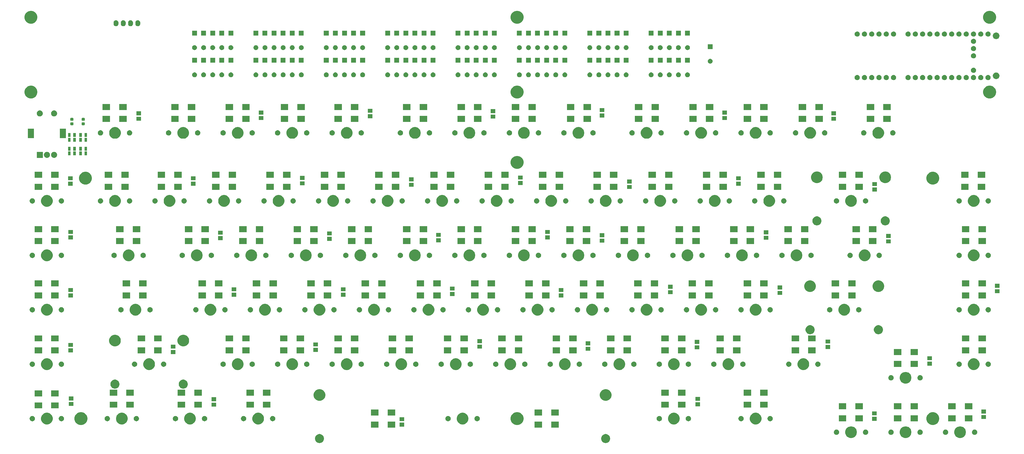
<source format=gbr>
G04 #@! TF.GenerationSoftware,KiCad,Pcbnew,(5.1.4)-1*
G04 #@! TF.CreationDate,2020-11-29T00:19:48+01:00*
G04 #@! TF.ProjectId,CZTKeyRev0,435a544b-6579-4526-9576-302e6b696361,rev?*
G04 #@! TF.SameCoordinates,Original*
G04 #@! TF.FileFunction,Soldermask,Top*
G04 #@! TF.FilePolarity,Negative*
%FSLAX46Y46*%
G04 Gerber Fmt 4.6, Leading zero omitted, Abs format (unit mm)*
G04 Created by KiCad (PCBNEW (5.1.4)-1) date 2020-11-29 00:19:48*
%MOMM*%
%LPD*%
G04 APERTURE LIST*
%ADD10C,0.100000*%
G04 APERTURE END LIST*
D10*
G36*
X197151167Y-186415263D02*
G01*
X197303311Y-186445526D01*
X197422037Y-186494704D01*
X197589941Y-186564252D01*
X197589942Y-186564253D01*
X197847904Y-186736617D01*
X198067283Y-186955996D01*
X198182453Y-187128361D01*
X198239648Y-187213959D01*
X198286213Y-187326377D01*
X198358374Y-187500589D01*
X198418900Y-187804875D01*
X198418900Y-188115125D01*
X198358374Y-188419410D01*
X198239648Y-188706041D01*
X198239647Y-188706042D01*
X198067283Y-188964004D01*
X197847904Y-189183383D01*
X197675539Y-189298553D01*
X197589941Y-189355748D01*
X197422037Y-189425296D01*
X197303311Y-189474474D01*
X197151167Y-189504737D01*
X196999025Y-189535000D01*
X196688775Y-189535000D01*
X196536633Y-189504737D01*
X196384489Y-189474474D01*
X196265763Y-189425296D01*
X196097859Y-189355748D01*
X196012261Y-189298553D01*
X195839896Y-189183383D01*
X195620517Y-188964004D01*
X195448153Y-188706042D01*
X195448152Y-188706041D01*
X195329426Y-188419410D01*
X195268900Y-188115125D01*
X195268900Y-187804875D01*
X195329426Y-187500589D01*
X195401587Y-187326377D01*
X195448152Y-187213959D01*
X195505347Y-187128361D01*
X195620517Y-186955996D01*
X195839896Y-186736617D01*
X196097858Y-186564253D01*
X196097859Y-186564252D01*
X196265763Y-186494704D01*
X196384489Y-186445526D01*
X196536633Y-186415263D01*
X196688775Y-186385000D01*
X196999025Y-186385000D01*
X197151167Y-186415263D01*
X197151167Y-186415263D01*
G37*
G36*
X97151367Y-186415263D02*
G01*
X97303511Y-186445526D01*
X97422237Y-186494704D01*
X97590141Y-186564252D01*
X97590142Y-186564253D01*
X97848104Y-186736617D01*
X98067483Y-186955996D01*
X98182653Y-187128361D01*
X98239848Y-187213959D01*
X98286413Y-187326377D01*
X98358574Y-187500589D01*
X98419100Y-187804875D01*
X98419100Y-188115125D01*
X98358574Y-188419410D01*
X98239848Y-188706041D01*
X98239847Y-188706042D01*
X98067483Y-188964004D01*
X97848104Y-189183383D01*
X97675739Y-189298553D01*
X97590141Y-189355748D01*
X97422237Y-189425296D01*
X97303511Y-189474474D01*
X97151367Y-189504737D01*
X96999225Y-189535000D01*
X96688975Y-189535000D01*
X96536833Y-189504737D01*
X96384689Y-189474474D01*
X96265963Y-189425296D01*
X96098059Y-189355748D01*
X96012461Y-189298553D01*
X95840096Y-189183383D01*
X95620717Y-188964004D01*
X95448353Y-188706042D01*
X95448352Y-188706041D01*
X95329626Y-188419410D01*
X95269100Y-188115125D01*
X95269100Y-187804875D01*
X95329626Y-187500589D01*
X95401787Y-187326377D01*
X95448352Y-187213959D01*
X95505547Y-187128361D01*
X95620717Y-186955996D01*
X95840096Y-186736617D01*
X96098058Y-186564253D01*
X96098059Y-186564252D01*
X96265963Y-186494704D01*
X96384689Y-186445526D01*
X96536833Y-186415263D01*
X96688975Y-186385000D01*
X96999225Y-186385000D01*
X97151367Y-186415263D01*
X97151367Y-186415263D01*
G37*
G36*
X283171474Y-183771684D02*
G01*
X283389474Y-183861983D01*
X283543623Y-183925833D01*
X283878548Y-184149623D01*
X284163377Y-184434452D01*
X284387167Y-184769377D01*
X284419562Y-184847586D01*
X284541316Y-185141526D01*
X284619900Y-185536594D01*
X284619900Y-185939406D01*
X284541316Y-186334474D01*
X284490451Y-186457272D01*
X284387167Y-186706623D01*
X284163377Y-187041548D01*
X283878548Y-187326377D01*
X283543623Y-187550167D01*
X283389474Y-187614017D01*
X283171474Y-187704316D01*
X282776406Y-187782900D01*
X282373594Y-187782900D01*
X281978526Y-187704316D01*
X281760526Y-187614017D01*
X281606377Y-187550167D01*
X281271452Y-187326377D01*
X280986623Y-187041548D01*
X280762833Y-186706623D01*
X280659549Y-186457272D01*
X280608684Y-186334474D01*
X280530100Y-185939406D01*
X280530100Y-185536594D01*
X280608684Y-185141526D01*
X280730438Y-184847586D01*
X280762833Y-184769377D01*
X280986623Y-184434452D01*
X281271452Y-184149623D01*
X281606377Y-183925833D01*
X281760526Y-183861983D01*
X281978526Y-183771684D01*
X282373594Y-183693100D01*
X282776406Y-183693100D01*
X283171474Y-183771684D01*
X283171474Y-183771684D01*
G37*
G36*
X321271474Y-183771684D02*
G01*
X321489474Y-183861983D01*
X321643623Y-183925833D01*
X321978548Y-184149623D01*
X322263377Y-184434452D01*
X322487167Y-184769377D01*
X322519562Y-184847586D01*
X322641316Y-185141526D01*
X322719900Y-185536594D01*
X322719900Y-185939406D01*
X322641316Y-186334474D01*
X322590451Y-186457272D01*
X322487167Y-186706623D01*
X322263377Y-187041548D01*
X321978548Y-187326377D01*
X321643623Y-187550167D01*
X321489474Y-187614017D01*
X321271474Y-187704316D01*
X320876406Y-187782900D01*
X320473594Y-187782900D01*
X320078526Y-187704316D01*
X319860526Y-187614017D01*
X319706377Y-187550167D01*
X319371452Y-187326377D01*
X319086623Y-187041548D01*
X318862833Y-186706623D01*
X318759549Y-186457272D01*
X318708684Y-186334474D01*
X318630100Y-185939406D01*
X318630100Y-185536594D01*
X318708684Y-185141526D01*
X318830438Y-184847586D01*
X318862833Y-184769377D01*
X319086623Y-184434452D01*
X319371452Y-184149623D01*
X319706377Y-183925833D01*
X319860526Y-183861983D01*
X320078526Y-183771684D01*
X320473594Y-183693100D01*
X320876406Y-183693100D01*
X321271474Y-183771684D01*
X321271474Y-183771684D01*
G37*
G36*
X302221474Y-183771684D02*
G01*
X302439474Y-183861983D01*
X302593623Y-183925833D01*
X302928548Y-184149623D01*
X303213377Y-184434452D01*
X303437167Y-184769377D01*
X303469562Y-184847586D01*
X303591316Y-185141526D01*
X303669900Y-185536594D01*
X303669900Y-185939406D01*
X303591316Y-186334474D01*
X303540451Y-186457272D01*
X303437167Y-186706623D01*
X303213377Y-187041548D01*
X302928548Y-187326377D01*
X302593623Y-187550167D01*
X302439474Y-187614017D01*
X302221474Y-187704316D01*
X301826406Y-187782900D01*
X301423594Y-187782900D01*
X301028526Y-187704316D01*
X300810526Y-187614017D01*
X300656377Y-187550167D01*
X300321452Y-187326377D01*
X300036623Y-187041548D01*
X299812833Y-186706623D01*
X299709549Y-186457272D01*
X299658684Y-186334474D01*
X299580100Y-185939406D01*
X299580100Y-185536594D01*
X299658684Y-185141526D01*
X299780438Y-184847586D01*
X299812833Y-184769377D01*
X300036623Y-184434452D01*
X300321452Y-184149623D01*
X300656377Y-183925833D01*
X300810526Y-183861983D01*
X301028526Y-183771684D01*
X301423594Y-183693100D01*
X301826406Y-183693100D01*
X302221474Y-183771684D01*
X302221474Y-183771684D01*
G37*
G36*
X326025104Y-184847585D02*
G01*
X326193626Y-184917389D01*
X326345291Y-185018728D01*
X326474272Y-185147709D01*
X326575611Y-185299374D01*
X326645415Y-185467896D01*
X326681000Y-185646797D01*
X326681000Y-185829203D01*
X326645415Y-186008104D01*
X326575611Y-186176626D01*
X326474272Y-186328291D01*
X326345291Y-186457272D01*
X326193626Y-186558611D01*
X326025104Y-186628415D01*
X325846203Y-186664000D01*
X325663797Y-186664000D01*
X325484896Y-186628415D01*
X325316374Y-186558611D01*
X325164709Y-186457272D01*
X325035728Y-186328291D01*
X324934389Y-186176626D01*
X324864585Y-186008104D01*
X324829000Y-185829203D01*
X324829000Y-185646797D01*
X324864585Y-185467896D01*
X324934389Y-185299374D01*
X325035728Y-185147709D01*
X325164709Y-185018728D01*
X325316374Y-184917389D01*
X325484896Y-184847585D01*
X325663797Y-184812000D01*
X325846203Y-184812000D01*
X326025104Y-184847585D01*
X326025104Y-184847585D01*
G37*
G36*
X315865104Y-184847585D02*
G01*
X316033626Y-184917389D01*
X316185291Y-185018728D01*
X316314272Y-185147709D01*
X316415611Y-185299374D01*
X316485415Y-185467896D01*
X316521000Y-185646797D01*
X316521000Y-185829203D01*
X316485415Y-186008104D01*
X316415611Y-186176626D01*
X316314272Y-186328291D01*
X316185291Y-186457272D01*
X316033626Y-186558611D01*
X315865104Y-186628415D01*
X315686203Y-186664000D01*
X315503797Y-186664000D01*
X315324896Y-186628415D01*
X315156374Y-186558611D01*
X315004709Y-186457272D01*
X314875728Y-186328291D01*
X314774389Y-186176626D01*
X314704585Y-186008104D01*
X314669000Y-185829203D01*
X314669000Y-185646797D01*
X314704585Y-185467896D01*
X314774389Y-185299374D01*
X314875728Y-185147709D01*
X315004709Y-185018728D01*
X315156374Y-184917389D01*
X315324896Y-184847585D01*
X315503797Y-184812000D01*
X315686203Y-184812000D01*
X315865104Y-184847585D01*
X315865104Y-184847585D01*
G37*
G36*
X277765104Y-184847585D02*
G01*
X277933626Y-184917389D01*
X278085291Y-185018728D01*
X278214272Y-185147709D01*
X278315611Y-185299374D01*
X278385415Y-185467896D01*
X278421000Y-185646797D01*
X278421000Y-185829203D01*
X278385415Y-186008104D01*
X278315611Y-186176626D01*
X278214272Y-186328291D01*
X278085291Y-186457272D01*
X277933626Y-186558611D01*
X277765104Y-186628415D01*
X277586203Y-186664000D01*
X277403797Y-186664000D01*
X277224896Y-186628415D01*
X277056374Y-186558611D01*
X276904709Y-186457272D01*
X276775728Y-186328291D01*
X276674389Y-186176626D01*
X276604585Y-186008104D01*
X276569000Y-185829203D01*
X276569000Y-185646797D01*
X276604585Y-185467896D01*
X276674389Y-185299374D01*
X276775728Y-185147709D01*
X276904709Y-185018728D01*
X277056374Y-184917389D01*
X277224896Y-184847585D01*
X277403797Y-184812000D01*
X277586203Y-184812000D01*
X277765104Y-184847585D01*
X277765104Y-184847585D01*
G37*
G36*
X287925104Y-184847585D02*
G01*
X288093626Y-184917389D01*
X288245291Y-185018728D01*
X288374272Y-185147709D01*
X288475611Y-185299374D01*
X288545415Y-185467896D01*
X288581000Y-185646797D01*
X288581000Y-185829203D01*
X288545415Y-186008104D01*
X288475611Y-186176626D01*
X288374272Y-186328291D01*
X288245291Y-186457272D01*
X288093626Y-186558611D01*
X287925104Y-186628415D01*
X287746203Y-186664000D01*
X287563797Y-186664000D01*
X287384896Y-186628415D01*
X287216374Y-186558611D01*
X287064709Y-186457272D01*
X286935728Y-186328291D01*
X286834389Y-186176626D01*
X286764585Y-186008104D01*
X286729000Y-185829203D01*
X286729000Y-185646797D01*
X286764585Y-185467896D01*
X286834389Y-185299374D01*
X286935728Y-185147709D01*
X287064709Y-185018728D01*
X287216374Y-184917389D01*
X287384896Y-184847585D01*
X287563797Y-184812000D01*
X287746203Y-184812000D01*
X287925104Y-184847585D01*
X287925104Y-184847585D01*
G37*
G36*
X296815104Y-184847585D02*
G01*
X296983626Y-184917389D01*
X297135291Y-185018728D01*
X297264272Y-185147709D01*
X297365611Y-185299374D01*
X297435415Y-185467896D01*
X297471000Y-185646797D01*
X297471000Y-185829203D01*
X297435415Y-186008104D01*
X297365611Y-186176626D01*
X297264272Y-186328291D01*
X297135291Y-186457272D01*
X296983626Y-186558611D01*
X296815104Y-186628415D01*
X296636203Y-186664000D01*
X296453797Y-186664000D01*
X296274896Y-186628415D01*
X296106374Y-186558611D01*
X295954709Y-186457272D01*
X295825728Y-186328291D01*
X295724389Y-186176626D01*
X295654585Y-186008104D01*
X295619000Y-185829203D01*
X295619000Y-185646797D01*
X295654585Y-185467896D01*
X295724389Y-185299374D01*
X295825728Y-185147709D01*
X295954709Y-185018728D01*
X296106374Y-184917389D01*
X296274896Y-184847585D01*
X296453797Y-184812000D01*
X296636203Y-184812000D01*
X296815104Y-184847585D01*
X296815104Y-184847585D01*
G37*
G36*
X306975104Y-184847585D02*
G01*
X307143626Y-184917389D01*
X307295291Y-185018728D01*
X307424272Y-185147709D01*
X307525611Y-185299374D01*
X307595415Y-185467896D01*
X307631000Y-185646797D01*
X307631000Y-185829203D01*
X307595415Y-186008104D01*
X307525611Y-186176626D01*
X307424272Y-186328291D01*
X307295291Y-186457272D01*
X307143626Y-186558611D01*
X306975104Y-186628415D01*
X306796203Y-186664000D01*
X306613797Y-186664000D01*
X306434896Y-186628415D01*
X306266374Y-186558611D01*
X306114709Y-186457272D01*
X305985728Y-186328291D01*
X305884389Y-186176626D01*
X305814585Y-186008104D01*
X305779000Y-185829203D01*
X305779000Y-185646797D01*
X305814585Y-185467896D01*
X305884389Y-185299374D01*
X305985728Y-185147709D01*
X306114709Y-185018728D01*
X306266374Y-184917389D01*
X306434896Y-184847585D01*
X306613797Y-184812000D01*
X306796203Y-184812000D01*
X306975104Y-184847585D01*
X306975104Y-184847585D01*
G37*
G36*
X123263000Y-184126000D02*
G01*
X120661000Y-184126000D01*
X120661000Y-182024000D01*
X123263000Y-182024000D01*
X123263000Y-184126000D01*
X123263000Y-184126000D01*
G37*
G36*
X180413000Y-184126000D02*
G01*
X177811000Y-184126000D01*
X177811000Y-182024000D01*
X180413000Y-182024000D01*
X180413000Y-184126000D01*
X180413000Y-184126000D01*
G37*
G36*
X174613000Y-184126000D02*
G01*
X172011000Y-184126000D01*
X172011000Y-182024000D01*
X174613000Y-182024000D01*
X174613000Y-184126000D01*
X174613000Y-184126000D01*
G37*
G36*
X117463000Y-184126000D02*
G01*
X114861000Y-184126000D01*
X114861000Y-182024000D01*
X117463000Y-182024000D01*
X117463000Y-184126000D01*
X117463000Y-184126000D01*
G37*
G36*
X126404000Y-183769000D02*
G01*
X124802000Y-183769000D01*
X124802000Y-182367000D01*
X126404000Y-182367000D01*
X126404000Y-183769000D01*
X126404000Y-183769000D01*
G37*
G36*
X166169880Y-178734776D02*
G01*
X166550593Y-178810504D01*
X166960249Y-178980189D01*
X167328929Y-179226534D01*
X167642466Y-179540071D01*
X167888811Y-179908751D01*
X168058496Y-180318407D01*
X168145000Y-180753296D01*
X168145000Y-181196704D01*
X168058496Y-181631593D01*
X167888811Y-182041249D01*
X167642466Y-182409929D01*
X167328929Y-182723466D01*
X166960249Y-182969811D01*
X166550593Y-183139496D01*
X166169880Y-183215224D01*
X166115705Y-183226000D01*
X165672295Y-183226000D01*
X165618120Y-183215224D01*
X165237407Y-183139496D01*
X164827751Y-182969811D01*
X164459071Y-182723466D01*
X164145534Y-182409929D01*
X163899189Y-182041249D01*
X163729504Y-181631593D01*
X163643000Y-181196704D01*
X163643000Y-180753296D01*
X163729504Y-180318407D01*
X163899189Y-179908751D01*
X164145534Y-179540071D01*
X164459071Y-179226534D01*
X164827751Y-178980189D01*
X165237407Y-178810504D01*
X165618120Y-178734776D01*
X165672295Y-178724000D01*
X166115705Y-178724000D01*
X166169880Y-178734776D01*
X166169880Y-178734776D01*
G37*
G36*
X311425880Y-178734776D02*
G01*
X311806593Y-178810504D01*
X312216249Y-178980189D01*
X312584929Y-179226534D01*
X312898466Y-179540071D01*
X313144811Y-179908751D01*
X313314496Y-180318407D01*
X313401000Y-180753296D01*
X313401000Y-181196704D01*
X313314496Y-181631593D01*
X313144811Y-182041249D01*
X312898466Y-182409929D01*
X312584929Y-182723466D01*
X312216249Y-182969811D01*
X311806593Y-183139496D01*
X311425880Y-183215224D01*
X311371705Y-183226000D01*
X310928295Y-183226000D01*
X310874120Y-183215224D01*
X310493407Y-183139496D01*
X310083751Y-182969811D01*
X309715071Y-182723466D01*
X309401534Y-182409929D01*
X309155189Y-182041249D01*
X308985504Y-181631593D01*
X308899000Y-181196704D01*
X308899000Y-180753296D01*
X308985504Y-180318407D01*
X309155189Y-179908751D01*
X309401534Y-179540071D01*
X309715071Y-179226534D01*
X310083751Y-178980189D01*
X310493407Y-178810504D01*
X310874120Y-178734776D01*
X310928295Y-178724000D01*
X311371705Y-178724000D01*
X311425880Y-178734776D01*
X311425880Y-178734776D01*
G37*
G36*
X13769680Y-178734776D02*
G01*
X14150393Y-178810504D01*
X14560049Y-178980189D01*
X14928729Y-179226534D01*
X15242266Y-179540071D01*
X15488611Y-179908751D01*
X15658296Y-180318407D01*
X15744800Y-180753296D01*
X15744800Y-181196704D01*
X15658296Y-181631593D01*
X15488611Y-182041249D01*
X15242266Y-182409929D01*
X14928729Y-182723466D01*
X14560049Y-182969811D01*
X14150393Y-183139496D01*
X13769680Y-183215224D01*
X13715505Y-183226000D01*
X13272095Y-183226000D01*
X13217920Y-183215224D01*
X12837207Y-183139496D01*
X12427551Y-182969811D01*
X12058871Y-182723466D01*
X11745334Y-182409929D01*
X11498989Y-182041249D01*
X11329304Y-181631593D01*
X11242800Y-181196704D01*
X11242800Y-180753296D01*
X11329304Y-180318407D01*
X11498989Y-179908751D01*
X11745334Y-179540071D01*
X12058871Y-179226534D01*
X12427551Y-178980189D01*
X12837207Y-178810504D01*
X13217920Y-178734776D01*
X13272095Y-178724000D01*
X13715505Y-178724000D01*
X13769680Y-178734776D01*
X13769680Y-178734776D01*
G37*
G36*
X147440474Y-179008684D02*
G01*
X147658474Y-179098983D01*
X147812623Y-179162833D01*
X148147548Y-179386623D01*
X148432377Y-179671452D01*
X148656167Y-180006377D01*
X148688562Y-180084586D01*
X148810316Y-180378526D01*
X148888900Y-180773594D01*
X148888900Y-181176406D01*
X148810316Y-181571474D01*
X148759451Y-181694272D01*
X148656167Y-181943623D01*
X148432377Y-182278548D01*
X148147548Y-182563377D01*
X147812623Y-182787167D01*
X147658474Y-182851017D01*
X147440474Y-182941316D01*
X147045406Y-183019900D01*
X146642594Y-183019900D01*
X146247526Y-182941316D01*
X146029526Y-182851017D01*
X145875377Y-182787167D01*
X145540452Y-182563377D01*
X145255623Y-182278548D01*
X145031833Y-181943623D01*
X144928549Y-181694272D01*
X144877684Y-181571474D01*
X144799100Y-181176406D01*
X144799100Y-180773594D01*
X144877684Y-180378526D01*
X144999438Y-180084586D01*
X145031833Y-180006377D01*
X145255623Y-179671452D01*
X145540452Y-179386623D01*
X145875377Y-179162833D01*
X146029526Y-179098983D01*
X146247526Y-179008684D01*
X146642594Y-178930100D01*
X147045406Y-178930100D01*
X147440474Y-179008684D01*
X147440474Y-179008684D01*
G37*
G36*
X52190274Y-179008684D02*
G01*
X52408274Y-179098983D01*
X52562423Y-179162833D01*
X52897348Y-179386623D01*
X53182177Y-179671452D01*
X53405967Y-180006377D01*
X53438362Y-180084586D01*
X53560116Y-180378526D01*
X53638700Y-180773594D01*
X53638700Y-181176406D01*
X53560116Y-181571474D01*
X53509251Y-181694272D01*
X53405967Y-181943623D01*
X53182177Y-182278548D01*
X52897348Y-182563377D01*
X52562423Y-182787167D01*
X52408274Y-182851017D01*
X52190274Y-182941316D01*
X51795206Y-183019900D01*
X51392394Y-183019900D01*
X50997326Y-182941316D01*
X50779326Y-182851017D01*
X50625177Y-182787167D01*
X50290252Y-182563377D01*
X50005423Y-182278548D01*
X49781633Y-181943623D01*
X49678349Y-181694272D01*
X49627484Y-181571474D01*
X49548900Y-181176406D01*
X49548900Y-180773594D01*
X49627484Y-180378526D01*
X49749238Y-180084586D01*
X49781633Y-180006377D01*
X50005423Y-179671452D01*
X50290252Y-179386623D01*
X50625177Y-179162833D01*
X50779326Y-179098983D01*
X50997326Y-179008684D01*
X51392394Y-178930100D01*
X51795206Y-178930100D01*
X52190274Y-179008684D01*
X52190274Y-179008684D01*
G37*
G36*
X2183974Y-179008684D02*
G01*
X2401974Y-179098983D01*
X2556123Y-179162833D01*
X2891048Y-179386623D01*
X3175877Y-179671452D01*
X3399667Y-180006377D01*
X3432062Y-180084586D01*
X3553816Y-180378526D01*
X3632400Y-180773594D01*
X3632400Y-181176406D01*
X3553816Y-181571474D01*
X3502951Y-181694272D01*
X3399667Y-181943623D01*
X3175877Y-182278548D01*
X2891048Y-182563377D01*
X2556123Y-182787167D01*
X2401974Y-182851017D01*
X2183974Y-182941316D01*
X1788906Y-183019900D01*
X1386094Y-183019900D01*
X991026Y-182941316D01*
X773026Y-182851017D01*
X618877Y-182787167D01*
X283952Y-182563377D01*
X-877Y-182278548D01*
X-224667Y-181943623D01*
X-327951Y-181694272D01*
X-378816Y-181571474D01*
X-457400Y-181176406D01*
X-457400Y-180773594D01*
X-378816Y-180378526D01*
X-257062Y-180084586D01*
X-224667Y-180006377D01*
X-877Y-179671452D01*
X283952Y-179386623D01*
X618877Y-179162833D01*
X773026Y-179098983D01*
X991026Y-179008684D01*
X1386094Y-178930100D01*
X1788906Y-178930100D01*
X2183974Y-179008684D01*
X2183974Y-179008684D01*
G37*
G36*
X76002674Y-179008684D02*
G01*
X76220674Y-179098983D01*
X76374823Y-179162833D01*
X76709748Y-179386623D01*
X76994577Y-179671452D01*
X77218367Y-180006377D01*
X77250762Y-180084586D01*
X77372516Y-180378526D01*
X77451100Y-180773594D01*
X77451100Y-181176406D01*
X77372516Y-181571474D01*
X77321651Y-181694272D01*
X77218367Y-181943623D01*
X76994577Y-182278548D01*
X76709748Y-182563377D01*
X76374823Y-182787167D01*
X76220674Y-182851017D01*
X76002674Y-182941316D01*
X75607606Y-183019900D01*
X75204794Y-183019900D01*
X74809726Y-182941316D01*
X74591726Y-182851017D01*
X74437577Y-182787167D01*
X74102652Y-182563377D01*
X73817823Y-182278548D01*
X73594033Y-181943623D01*
X73490749Y-181694272D01*
X73439884Y-181571474D01*
X73361300Y-181176406D01*
X73361300Y-180773594D01*
X73439884Y-180378526D01*
X73561638Y-180084586D01*
X73594033Y-180006377D01*
X73817823Y-179671452D01*
X74102652Y-179386623D01*
X74437577Y-179162833D01*
X74591726Y-179098983D01*
X74809726Y-179008684D01*
X75204794Y-178930100D01*
X75607606Y-178930100D01*
X76002674Y-179008684D01*
X76002674Y-179008684D01*
G37*
G36*
X249834474Y-179008684D02*
G01*
X250052474Y-179098983D01*
X250206623Y-179162833D01*
X250541548Y-179386623D01*
X250826377Y-179671452D01*
X251050167Y-180006377D01*
X251082562Y-180084586D01*
X251204316Y-180378526D01*
X251282900Y-180773594D01*
X251282900Y-181176406D01*
X251204316Y-181571474D01*
X251153451Y-181694272D01*
X251050167Y-181943623D01*
X250826377Y-182278548D01*
X250541548Y-182563377D01*
X250206623Y-182787167D01*
X250052474Y-182851017D01*
X249834474Y-182941316D01*
X249439406Y-183019900D01*
X249036594Y-183019900D01*
X248641526Y-182941316D01*
X248423526Y-182851017D01*
X248269377Y-182787167D01*
X247934452Y-182563377D01*
X247649623Y-182278548D01*
X247425833Y-181943623D01*
X247322549Y-181694272D01*
X247271684Y-181571474D01*
X247193100Y-181176406D01*
X247193100Y-180773594D01*
X247271684Y-180378526D01*
X247393438Y-180084586D01*
X247425833Y-180006377D01*
X247649623Y-179671452D01*
X247934452Y-179386623D01*
X248269377Y-179162833D01*
X248423526Y-179098983D01*
X248641526Y-179008684D01*
X249036594Y-178930100D01*
X249439406Y-178930100D01*
X249834474Y-179008684D01*
X249834474Y-179008684D01*
G37*
G36*
X28377674Y-179008684D02*
G01*
X28595674Y-179098983D01*
X28749823Y-179162833D01*
X29084748Y-179386623D01*
X29369577Y-179671452D01*
X29593367Y-180006377D01*
X29625762Y-180084586D01*
X29747516Y-180378526D01*
X29826100Y-180773594D01*
X29826100Y-181176406D01*
X29747516Y-181571474D01*
X29696651Y-181694272D01*
X29593367Y-181943623D01*
X29369577Y-182278548D01*
X29084748Y-182563377D01*
X28749823Y-182787167D01*
X28595674Y-182851017D01*
X28377674Y-182941316D01*
X27982606Y-183019900D01*
X27579794Y-183019900D01*
X27184726Y-182941316D01*
X26966726Y-182851017D01*
X26812577Y-182787167D01*
X26477652Y-182563377D01*
X26192823Y-182278548D01*
X25969033Y-181943623D01*
X25865749Y-181694272D01*
X25814884Y-181571474D01*
X25736300Y-181176406D01*
X25736300Y-180773594D01*
X25814884Y-180378526D01*
X25936638Y-180084586D01*
X25969033Y-180006377D01*
X26192823Y-179671452D01*
X26477652Y-179386623D01*
X26812577Y-179162833D01*
X26966726Y-179098983D01*
X27184726Y-179008684D01*
X27579794Y-178930100D01*
X27982606Y-178930100D01*
X28377674Y-179008684D01*
X28377674Y-179008684D01*
G37*
G36*
X221258474Y-179008684D02*
G01*
X221476474Y-179098983D01*
X221630623Y-179162833D01*
X221965548Y-179386623D01*
X222250377Y-179671452D01*
X222474167Y-180006377D01*
X222506562Y-180084586D01*
X222628316Y-180378526D01*
X222706900Y-180773594D01*
X222706900Y-181176406D01*
X222628316Y-181571474D01*
X222577451Y-181694272D01*
X222474167Y-181943623D01*
X222250377Y-182278548D01*
X221965548Y-182563377D01*
X221630623Y-182787167D01*
X221476474Y-182851017D01*
X221258474Y-182941316D01*
X220863406Y-183019900D01*
X220460594Y-183019900D01*
X220065526Y-182941316D01*
X219847526Y-182851017D01*
X219693377Y-182787167D01*
X219358452Y-182563377D01*
X219073623Y-182278548D01*
X218849833Y-181943623D01*
X218746549Y-181694272D01*
X218695684Y-181571474D01*
X218617100Y-181176406D01*
X218617100Y-180773594D01*
X218695684Y-180378526D01*
X218817438Y-180084586D01*
X218849833Y-180006377D01*
X219073623Y-179671452D01*
X219358452Y-179386623D01*
X219693377Y-179162833D01*
X219847526Y-179098983D01*
X220065526Y-179008684D01*
X220460594Y-178930100D01*
X220863406Y-178930100D01*
X221258474Y-179008684D01*
X221258474Y-179008684D01*
G37*
G36*
X33131304Y-180084585D02*
G01*
X33299826Y-180154389D01*
X33451491Y-180255728D01*
X33580472Y-180384709D01*
X33681811Y-180536374D01*
X33751615Y-180704896D01*
X33787200Y-180883797D01*
X33787200Y-181066203D01*
X33751615Y-181245104D01*
X33681811Y-181413626D01*
X33580472Y-181565291D01*
X33451491Y-181694272D01*
X33299826Y-181795611D01*
X33131304Y-181865415D01*
X32952403Y-181901000D01*
X32769997Y-181901000D01*
X32591096Y-181865415D01*
X32422574Y-181795611D01*
X32270909Y-181694272D01*
X32141928Y-181565291D01*
X32040589Y-181413626D01*
X31970785Y-181245104D01*
X31935200Y-181066203D01*
X31935200Y-180883797D01*
X31970785Y-180704896D01*
X32040589Y-180536374D01*
X32141928Y-180384709D01*
X32270909Y-180255728D01*
X32422574Y-180154389D01*
X32591096Y-180084585D01*
X32769997Y-180049000D01*
X32952403Y-180049000D01*
X33131304Y-180084585D01*
X33131304Y-180084585D01*
G37*
G36*
X22971304Y-180084585D02*
G01*
X23139826Y-180154389D01*
X23291491Y-180255728D01*
X23420472Y-180384709D01*
X23521811Y-180536374D01*
X23591615Y-180704896D01*
X23627200Y-180883797D01*
X23627200Y-181066203D01*
X23591615Y-181245104D01*
X23521811Y-181413626D01*
X23420472Y-181565291D01*
X23291491Y-181694272D01*
X23139826Y-181795611D01*
X22971304Y-181865415D01*
X22792403Y-181901000D01*
X22609997Y-181901000D01*
X22431096Y-181865415D01*
X22262574Y-181795611D01*
X22110909Y-181694272D01*
X21981928Y-181565291D01*
X21880589Y-181413626D01*
X21810785Y-181245104D01*
X21775200Y-181066203D01*
X21775200Y-180883797D01*
X21810785Y-180704896D01*
X21880589Y-180536374D01*
X21981928Y-180384709D01*
X22110909Y-180255728D01*
X22262574Y-180154389D01*
X22431096Y-180084585D01*
X22609997Y-180049000D01*
X22792403Y-180049000D01*
X22971304Y-180084585D01*
X22971304Y-180084585D01*
G37*
G36*
X6937604Y-180084585D02*
G01*
X7106126Y-180154389D01*
X7257791Y-180255728D01*
X7386772Y-180384709D01*
X7488111Y-180536374D01*
X7557915Y-180704896D01*
X7593500Y-180883797D01*
X7593500Y-181066203D01*
X7557915Y-181245104D01*
X7488111Y-181413626D01*
X7386772Y-181565291D01*
X7257791Y-181694272D01*
X7106126Y-181795611D01*
X6937604Y-181865415D01*
X6758703Y-181901000D01*
X6576297Y-181901000D01*
X6397396Y-181865415D01*
X6228874Y-181795611D01*
X6077209Y-181694272D01*
X5948228Y-181565291D01*
X5846889Y-181413626D01*
X5777085Y-181245104D01*
X5741500Y-181066203D01*
X5741500Y-180883797D01*
X5777085Y-180704896D01*
X5846889Y-180536374D01*
X5948228Y-180384709D01*
X6077209Y-180255728D01*
X6228874Y-180154389D01*
X6397396Y-180084585D01*
X6576297Y-180049000D01*
X6758703Y-180049000D01*
X6937604Y-180084585D01*
X6937604Y-180084585D01*
G37*
G36*
X70596304Y-180084585D02*
G01*
X70764826Y-180154389D01*
X70916491Y-180255728D01*
X71045472Y-180384709D01*
X71146811Y-180536374D01*
X71216615Y-180704896D01*
X71252200Y-180883797D01*
X71252200Y-181066203D01*
X71216615Y-181245104D01*
X71146811Y-181413626D01*
X71045472Y-181565291D01*
X70916491Y-181694272D01*
X70764826Y-181795611D01*
X70596304Y-181865415D01*
X70417403Y-181901000D01*
X70234997Y-181901000D01*
X70056096Y-181865415D01*
X69887574Y-181795611D01*
X69735909Y-181694272D01*
X69606928Y-181565291D01*
X69505589Y-181413626D01*
X69435785Y-181245104D01*
X69400200Y-181066203D01*
X69400200Y-180883797D01*
X69435785Y-180704896D01*
X69505589Y-180536374D01*
X69606928Y-180384709D01*
X69735909Y-180255728D01*
X69887574Y-180154389D01*
X70056096Y-180084585D01*
X70234997Y-180049000D01*
X70417403Y-180049000D01*
X70596304Y-180084585D01*
X70596304Y-180084585D01*
G37*
G36*
X324951000Y-181901000D02*
G01*
X322349000Y-181901000D01*
X322349000Y-179799000D01*
X324951000Y-179799000D01*
X324951000Y-181901000D01*
X324951000Y-181901000D01*
G37*
G36*
X300151000Y-181901000D02*
G01*
X297549000Y-181901000D01*
X297549000Y-179799000D01*
X300151000Y-179799000D01*
X300151000Y-181901000D01*
X300151000Y-181901000D01*
G37*
G36*
X305951000Y-181901000D02*
G01*
X303349000Y-181901000D01*
X303349000Y-179799000D01*
X305951000Y-179799000D01*
X305951000Y-181901000D01*
X305951000Y-181901000D01*
G37*
G36*
X286701000Y-181901000D02*
G01*
X284099000Y-181901000D01*
X284099000Y-179799000D01*
X286701000Y-179799000D01*
X286701000Y-181901000D01*
X286701000Y-181901000D01*
G37*
G36*
X319151000Y-181901000D02*
G01*
X316549000Y-181901000D01*
X316549000Y-179799000D01*
X319151000Y-179799000D01*
X319151000Y-181901000D01*
X319151000Y-181901000D01*
G37*
G36*
X215852104Y-180084585D02*
G01*
X216020626Y-180154389D01*
X216172291Y-180255728D01*
X216301272Y-180384709D01*
X216402611Y-180536374D01*
X216472415Y-180704896D01*
X216508000Y-180883797D01*
X216508000Y-181066203D01*
X216472415Y-181245104D01*
X216402611Y-181413626D01*
X216301272Y-181565291D01*
X216172291Y-181694272D01*
X216020626Y-181795611D01*
X215852104Y-181865415D01*
X215673203Y-181901000D01*
X215490797Y-181901000D01*
X215311896Y-181865415D01*
X215143374Y-181795611D01*
X214991709Y-181694272D01*
X214862728Y-181565291D01*
X214761389Y-181413626D01*
X214691585Y-181245104D01*
X214656000Y-181066203D01*
X214656000Y-180883797D01*
X214691585Y-180704896D01*
X214761389Y-180536374D01*
X214862728Y-180384709D01*
X214991709Y-180255728D01*
X215143374Y-180154389D01*
X215311896Y-180084585D01*
X215490797Y-180049000D01*
X215673203Y-180049000D01*
X215852104Y-180084585D01*
X215852104Y-180084585D01*
G37*
G36*
X280901000Y-181901000D02*
G01*
X278299000Y-181901000D01*
X278299000Y-179799000D01*
X280901000Y-179799000D01*
X280901000Y-181901000D01*
X280901000Y-181901000D01*
G37*
G36*
X244428104Y-180084585D02*
G01*
X244596626Y-180154389D01*
X244748291Y-180255728D01*
X244877272Y-180384709D01*
X244978611Y-180536374D01*
X245048415Y-180704896D01*
X245084000Y-180883797D01*
X245084000Y-181066203D01*
X245048415Y-181245104D01*
X244978611Y-181413626D01*
X244877272Y-181565291D01*
X244748291Y-181694272D01*
X244596626Y-181795611D01*
X244428104Y-181865415D01*
X244249203Y-181901000D01*
X244066797Y-181901000D01*
X243887896Y-181865415D01*
X243719374Y-181795611D01*
X243567709Y-181694272D01*
X243438728Y-181565291D01*
X243337389Y-181413626D01*
X243267585Y-181245104D01*
X243232000Y-181066203D01*
X243232000Y-180883797D01*
X243267585Y-180704896D01*
X243337389Y-180536374D01*
X243438728Y-180384709D01*
X243567709Y-180255728D01*
X243719374Y-180154389D01*
X243887896Y-180084585D01*
X244066797Y-180049000D01*
X244249203Y-180049000D01*
X244428104Y-180084585D01*
X244428104Y-180084585D01*
G37*
G36*
X152194104Y-180084585D02*
G01*
X152362626Y-180154389D01*
X152514291Y-180255728D01*
X152643272Y-180384709D01*
X152744611Y-180536374D01*
X152814415Y-180704896D01*
X152850000Y-180883797D01*
X152850000Y-181066203D01*
X152814415Y-181245104D01*
X152744611Y-181413626D01*
X152643272Y-181565291D01*
X152514291Y-181694272D01*
X152362626Y-181795611D01*
X152194104Y-181865415D01*
X152015203Y-181901000D01*
X151832797Y-181901000D01*
X151653896Y-181865415D01*
X151485374Y-181795611D01*
X151333709Y-181694272D01*
X151204728Y-181565291D01*
X151103389Y-181413626D01*
X151033585Y-181245104D01*
X150998000Y-181066203D01*
X150998000Y-180883797D01*
X151033585Y-180704896D01*
X151103389Y-180536374D01*
X151204728Y-180384709D01*
X151333709Y-180255728D01*
X151485374Y-180154389D01*
X151653896Y-180084585D01*
X151832797Y-180049000D01*
X152015203Y-180049000D01*
X152194104Y-180084585D01*
X152194104Y-180084585D01*
G37*
G36*
X142034104Y-180084585D02*
G01*
X142202626Y-180154389D01*
X142354291Y-180255728D01*
X142483272Y-180384709D01*
X142584611Y-180536374D01*
X142654415Y-180704896D01*
X142690000Y-180883797D01*
X142690000Y-181066203D01*
X142654415Y-181245104D01*
X142584611Y-181413626D01*
X142483272Y-181565291D01*
X142354291Y-181694272D01*
X142202626Y-181795611D01*
X142034104Y-181865415D01*
X141855203Y-181901000D01*
X141672797Y-181901000D01*
X141493896Y-181865415D01*
X141325374Y-181795611D01*
X141173709Y-181694272D01*
X141044728Y-181565291D01*
X140943389Y-181413626D01*
X140873585Y-181245104D01*
X140838000Y-181066203D01*
X140838000Y-180883797D01*
X140873585Y-180704896D01*
X140943389Y-180536374D01*
X141044728Y-180384709D01*
X141173709Y-180255728D01*
X141325374Y-180154389D01*
X141493896Y-180084585D01*
X141672797Y-180049000D01*
X141855203Y-180049000D01*
X142034104Y-180084585D01*
X142034104Y-180084585D01*
G37*
G36*
X80756304Y-180084585D02*
G01*
X80924826Y-180154389D01*
X81076491Y-180255728D01*
X81205472Y-180384709D01*
X81306811Y-180536374D01*
X81376615Y-180704896D01*
X81412200Y-180883797D01*
X81412200Y-181066203D01*
X81376615Y-181245104D01*
X81306811Y-181413626D01*
X81205472Y-181565291D01*
X81076491Y-181694272D01*
X80924826Y-181795611D01*
X80756304Y-181865415D01*
X80577403Y-181901000D01*
X80394997Y-181901000D01*
X80216096Y-181865415D01*
X80047574Y-181795611D01*
X79895909Y-181694272D01*
X79766928Y-181565291D01*
X79665589Y-181413626D01*
X79595785Y-181245104D01*
X79560200Y-181066203D01*
X79560200Y-180883797D01*
X79595785Y-180704896D01*
X79665589Y-180536374D01*
X79766928Y-180384709D01*
X79895909Y-180255728D01*
X80047574Y-180154389D01*
X80216096Y-180084585D01*
X80394997Y-180049000D01*
X80577403Y-180049000D01*
X80756304Y-180084585D01*
X80756304Y-180084585D01*
G37*
G36*
X-3222396Y-180084585D02*
G01*
X-3053874Y-180154389D01*
X-2902209Y-180255728D01*
X-2773228Y-180384709D01*
X-2671889Y-180536374D01*
X-2602085Y-180704896D01*
X-2566500Y-180883797D01*
X-2566500Y-181066203D01*
X-2602085Y-181245104D01*
X-2671889Y-181413626D01*
X-2773228Y-181565291D01*
X-2902209Y-181694272D01*
X-3053874Y-181795611D01*
X-3222396Y-181865415D01*
X-3401297Y-181901000D01*
X-3583703Y-181901000D01*
X-3762604Y-181865415D01*
X-3931126Y-181795611D01*
X-4082791Y-181694272D01*
X-4211772Y-181565291D01*
X-4313111Y-181413626D01*
X-4382915Y-181245104D01*
X-4418500Y-181066203D01*
X-4418500Y-180883797D01*
X-4382915Y-180704896D01*
X-4313111Y-180536374D01*
X-4211772Y-180384709D01*
X-4082791Y-180255728D01*
X-3931126Y-180154389D01*
X-3762604Y-180084585D01*
X-3583703Y-180049000D01*
X-3401297Y-180049000D01*
X-3222396Y-180084585D01*
X-3222396Y-180084585D01*
G37*
G36*
X56943904Y-180084585D02*
G01*
X57112426Y-180154389D01*
X57264091Y-180255728D01*
X57393072Y-180384709D01*
X57494411Y-180536374D01*
X57564215Y-180704896D01*
X57599800Y-180883797D01*
X57599800Y-181066203D01*
X57564215Y-181245104D01*
X57494411Y-181413626D01*
X57393072Y-181565291D01*
X57264091Y-181694272D01*
X57112426Y-181795611D01*
X56943904Y-181865415D01*
X56765003Y-181901000D01*
X56582597Y-181901000D01*
X56403696Y-181865415D01*
X56235174Y-181795611D01*
X56083509Y-181694272D01*
X55954528Y-181565291D01*
X55853189Y-181413626D01*
X55783385Y-181245104D01*
X55747800Y-181066203D01*
X55747800Y-180883797D01*
X55783385Y-180704896D01*
X55853189Y-180536374D01*
X55954528Y-180384709D01*
X56083509Y-180255728D01*
X56235174Y-180154389D01*
X56403696Y-180084585D01*
X56582597Y-180049000D01*
X56765003Y-180049000D01*
X56943904Y-180084585D01*
X56943904Y-180084585D01*
G37*
G36*
X46783904Y-180084585D02*
G01*
X46952426Y-180154389D01*
X47104091Y-180255728D01*
X47233072Y-180384709D01*
X47334411Y-180536374D01*
X47404215Y-180704896D01*
X47439800Y-180883797D01*
X47439800Y-181066203D01*
X47404215Y-181245104D01*
X47334411Y-181413626D01*
X47233072Y-181565291D01*
X47104091Y-181694272D01*
X46952426Y-181795611D01*
X46783904Y-181865415D01*
X46605003Y-181901000D01*
X46422597Y-181901000D01*
X46243696Y-181865415D01*
X46075174Y-181795611D01*
X45923509Y-181694272D01*
X45794528Y-181565291D01*
X45693189Y-181413626D01*
X45623385Y-181245104D01*
X45587800Y-181066203D01*
X45587800Y-180883797D01*
X45623385Y-180704896D01*
X45693189Y-180536374D01*
X45794528Y-180384709D01*
X45923509Y-180255728D01*
X46075174Y-180154389D01*
X46243696Y-180084585D01*
X46422597Y-180049000D01*
X46605003Y-180049000D01*
X46783904Y-180084585D01*
X46783904Y-180084585D01*
G37*
G36*
X226012104Y-180084585D02*
G01*
X226180626Y-180154389D01*
X226332291Y-180255728D01*
X226461272Y-180384709D01*
X226562611Y-180536374D01*
X226632415Y-180704896D01*
X226668000Y-180883797D01*
X226668000Y-181066203D01*
X226632415Y-181245104D01*
X226562611Y-181413626D01*
X226461272Y-181565291D01*
X226332291Y-181694272D01*
X226180626Y-181795611D01*
X226012104Y-181865415D01*
X225833203Y-181901000D01*
X225650797Y-181901000D01*
X225471896Y-181865415D01*
X225303374Y-181795611D01*
X225151709Y-181694272D01*
X225022728Y-181565291D01*
X224921389Y-181413626D01*
X224851585Y-181245104D01*
X224816000Y-181066203D01*
X224816000Y-180883797D01*
X224851585Y-180704896D01*
X224921389Y-180536374D01*
X225022728Y-180384709D01*
X225151709Y-180255728D01*
X225303374Y-180154389D01*
X225471896Y-180084585D01*
X225650797Y-180049000D01*
X225833203Y-180049000D01*
X226012104Y-180084585D01*
X226012104Y-180084585D01*
G37*
G36*
X254588104Y-180084585D02*
G01*
X254756626Y-180154389D01*
X254908291Y-180255728D01*
X255037272Y-180384709D01*
X255138611Y-180536374D01*
X255208415Y-180704896D01*
X255244000Y-180883797D01*
X255244000Y-181066203D01*
X255208415Y-181245104D01*
X255138611Y-181413626D01*
X255037272Y-181565291D01*
X254908291Y-181694272D01*
X254756626Y-181795611D01*
X254588104Y-181865415D01*
X254409203Y-181901000D01*
X254226797Y-181901000D01*
X254047896Y-181865415D01*
X253879374Y-181795611D01*
X253727709Y-181694272D01*
X253598728Y-181565291D01*
X253497389Y-181413626D01*
X253427585Y-181245104D01*
X253392000Y-181066203D01*
X253392000Y-180883797D01*
X253427585Y-180704896D01*
X253497389Y-180536374D01*
X253598728Y-180384709D01*
X253727709Y-180255728D01*
X253879374Y-180154389D01*
X254047896Y-180084585D01*
X254226797Y-180049000D01*
X254409203Y-180049000D01*
X254588104Y-180084585D01*
X254588104Y-180084585D01*
G37*
G36*
X126404000Y-181869000D02*
G01*
X124802000Y-181869000D01*
X124802000Y-180467000D01*
X126404000Y-180467000D01*
X126404000Y-181869000D01*
X126404000Y-181869000D01*
G37*
G36*
X291504000Y-181737000D02*
G01*
X289902000Y-181737000D01*
X289902000Y-180335000D01*
X291504000Y-180335000D01*
X291504000Y-181737000D01*
X291504000Y-181737000D01*
G37*
G36*
X329731000Y-181102000D02*
G01*
X328129000Y-181102000D01*
X328129000Y-179700000D01*
X329731000Y-179700000D01*
X329731000Y-181102000D01*
X329731000Y-181102000D01*
G37*
G36*
X117463000Y-179926000D02*
G01*
X114861000Y-179926000D01*
X114861000Y-177824000D01*
X117463000Y-177824000D01*
X117463000Y-179926000D01*
X117463000Y-179926000D01*
G37*
G36*
X123263000Y-179926000D02*
G01*
X120661000Y-179926000D01*
X120661000Y-177824000D01*
X123263000Y-177824000D01*
X123263000Y-179926000D01*
X123263000Y-179926000D01*
G37*
G36*
X180413000Y-179926000D02*
G01*
X177811000Y-179926000D01*
X177811000Y-177824000D01*
X180413000Y-177824000D01*
X180413000Y-179926000D01*
X180413000Y-179926000D01*
G37*
G36*
X174613000Y-179926000D02*
G01*
X172011000Y-179926000D01*
X172011000Y-177824000D01*
X174613000Y-177824000D01*
X174613000Y-179926000D01*
X174613000Y-179926000D01*
G37*
G36*
X291504000Y-179837000D02*
G01*
X289902000Y-179837000D01*
X289902000Y-178435000D01*
X291504000Y-178435000D01*
X291504000Y-179837000D01*
X291504000Y-179837000D01*
G37*
G36*
X329731000Y-179202000D02*
G01*
X328129000Y-179202000D01*
X328129000Y-177800000D01*
X329731000Y-177800000D01*
X329731000Y-179202000D01*
X329731000Y-179202000D01*
G37*
G36*
X324951000Y-177701000D02*
G01*
X322349000Y-177701000D01*
X322349000Y-175599000D01*
X324951000Y-175599000D01*
X324951000Y-177701000D01*
X324951000Y-177701000D01*
G37*
G36*
X319151000Y-177701000D02*
G01*
X316549000Y-177701000D01*
X316549000Y-175599000D01*
X319151000Y-175599000D01*
X319151000Y-177701000D01*
X319151000Y-177701000D01*
G37*
G36*
X305951000Y-177701000D02*
G01*
X303349000Y-177701000D01*
X303349000Y-175599000D01*
X305951000Y-175599000D01*
X305951000Y-177701000D01*
X305951000Y-177701000D01*
G37*
G36*
X300151000Y-177701000D02*
G01*
X297549000Y-177701000D01*
X297549000Y-175599000D01*
X300151000Y-175599000D01*
X300151000Y-177701000D01*
X300151000Y-177701000D01*
G37*
G36*
X286701000Y-177701000D02*
G01*
X284099000Y-177701000D01*
X284099000Y-175599000D01*
X286701000Y-175599000D01*
X286701000Y-177701000D01*
X286701000Y-177701000D01*
G37*
G36*
X280901000Y-177701000D02*
G01*
X278299000Y-177701000D01*
X278299000Y-175599000D01*
X280901000Y-175599000D01*
X280901000Y-177701000D01*
X280901000Y-177701000D01*
G37*
G36*
X5701000Y-177401000D02*
G01*
X3099000Y-177401000D01*
X3099000Y-175299000D01*
X5701000Y-175299000D01*
X5701000Y-177401000D01*
X5701000Y-177401000D01*
G37*
G36*
X-99000Y-177401000D02*
G01*
X-2701000Y-177401000D01*
X-2701000Y-175299000D01*
X-99000Y-175299000D01*
X-99000Y-177401000D01*
X-99000Y-177401000D01*
G37*
G36*
X247651000Y-177151000D02*
G01*
X245049000Y-177151000D01*
X245049000Y-175049000D01*
X247651000Y-175049000D01*
X247651000Y-177151000D01*
X247651000Y-177151000D01*
G37*
G36*
X55701000Y-177151000D02*
G01*
X53099000Y-177151000D01*
X53099000Y-175049000D01*
X55701000Y-175049000D01*
X55701000Y-177151000D01*
X55701000Y-177151000D01*
G37*
G36*
X49901000Y-177151000D02*
G01*
X47299000Y-177151000D01*
X47299000Y-175049000D01*
X49901000Y-175049000D01*
X49901000Y-177151000D01*
X49901000Y-177151000D01*
G37*
G36*
X31951000Y-177151000D02*
G01*
X29349000Y-177151000D01*
X29349000Y-175049000D01*
X31951000Y-175049000D01*
X31951000Y-177151000D01*
X31951000Y-177151000D01*
G37*
G36*
X79701000Y-177151000D02*
G01*
X77099000Y-177151000D01*
X77099000Y-175049000D01*
X79701000Y-175049000D01*
X79701000Y-177151000D01*
X79701000Y-177151000D01*
G37*
G36*
X73901000Y-177151000D02*
G01*
X71299000Y-177151000D01*
X71299000Y-175049000D01*
X73901000Y-175049000D01*
X73901000Y-177151000D01*
X73901000Y-177151000D01*
G37*
G36*
X218901000Y-177151000D02*
G01*
X216299000Y-177151000D01*
X216299000Y-175049000D01*
X218901000Y-175049000D01*
X218901000Y-177151000D01*
X218901000Y-177151000D01*
G37*
G36*
X224701000Y-177151000D02*
G01*
X222099000Y-177151000D01*
X222099000Y-175049000D01*
X224701000Y-175049000D01*
X224701000Y-177151000D01*
X224701000Y-177151000D01*
G37*
G36*
X253451000Y-177151000D02*
G01*
X250849000Y-177151000D01*
X250849000Y-175049000D01*
X253451000Y-175049000D01*
X253451000Y-177151000D01*
X253451000Y-177151000D01*
G37*
G36*
X26151000Y-177151000D02*
G01*
X23549000Y-177151000D01*
X23549000Y-175049000D01*
X26151000Y-175049000D01*
X26151000Y-177151000D01*
X26151000Y-177151000D01*
G37*
G36*
X60745000Y-176784000D02*
G01*
X59143000Y-176784000D01*
X59143000Y-175382000D01*
X60745000Y-175382000D01*
X60745000Y-176784000D01*
X60745000Y-176784000D01*
G37*
G36*
X229782000Y-176657000D02*
G01*
X228180000Y-176657000D01*
X228180000Y-175255000D01*
X229782000Y-175255000D01*
X229782000Y-176657000D01*
X229782000Y-176657000D01*
G37*
G36*
X10834000Y-176530000D02*
G01*
X9232000Y-176530000D01*
X9232000Y-175128000D01*
X10834000Y-175128000D01*
X10834000Y-176530000D01*
X10834000Y-176530000D01*
G37*
G36*
X60745000Y-174884000D02*
G01*
X59143000Y-174884000D01*
X59143000Y-173482000D01*
X60745000Y-173482000D01*
X60745000Y-174884000D01*
X60745000Y-174884000D01*
G37*
G36*
X197440374Y-170753684D02*
G01*
X197658374Y-170843983D01*
X197812523Y-170907833D01*
X198147448Y-171131623D01*
X198432277Y-171416452D01*
X198656067Y-171751377D01*
X198656067Y-171751378D01*
X198810216Y-172123526D01*
X198888800Y-172518594D01*
X198888800Y-172921406D01*
X198810216Y-173316474D01*
X198794258Y-173355000D01*
X198656067Y-173688623D01*
X198432277Y-174023548D01*
X198147448Y-174308377D01*
X197812523Y-174532167D01*
X197658374Y-174596017D01*
X197440374Y-174686316D01*
X197045306Y-174764900D01*
X196642494Y-174764900D01*
X196247426Y-174686316D01*
X196029426Y-174596017D01*
X195875277Y-174532167D01*
X195540352Y-174308377D01*
X195255523Y-174023548D01*
X195031733Y-173688623D01*
X194893542Y-173355000D01*
X194877584Y-173316474D01*
X194799000Y-172921406D01*
X194799000Y-172518594D01*
X194877584Y-172123526D01*
X195031733Y-171751378D01*
X195031733Y-171751377D01*
X195255523Y-171416452D01*
X195540352Y-171131623D01*
X195875277Y-170907833D01*
X196029426Y-170843983D01*
X196247426Y-170753684D01*
X196642494Y-170675100D01*
X197045306Y-170675100D01*
X197440374Y-170753684D01*
X197440374Y-170753684D01*
G37*
G36*
X97440574Y-170753684D02*
G01*
X97658574Y-170843983D01*
X97812723Y-170907833D01*
X98147648Y-171131623D01*
X98432477Y-171416452D01*
X98656267Y-171751377D01*
X98656267Y-171751378D01*
X98810416Y-172123526D01*
X98889000Y-172518594D01*
X98889000Y-172921406D01*
X98810416Y-173316474D01*
X98794458Y-173355000D01*
X98656267Y-173688623D01*
X98432477Y-174023548D01*
X98147648Y-174308377D01*
X97812723Y-174532167D01*
X97658574Y-174596017D01*
X97440574Y-174686316D01*
X97045506Y-174764900D01*
X96642694Y-174764900D01*
X96247626Y-174686316D01*
X96029626Y-174596017D01*
X95875477Y-174532167D01*
X95540552Y-174308377D01*
X95255723Y-174023548D01*
X95031933Y-173688623D01*
X94893742Y-173355000D01*
X94877784Y-173316474D01*
X94799200Y-172921406D01*
X94799200Y-172518594D01*
X94877784Y-172123526D01*
X95031933Y-171751378D01*
X95031933Y-171751377D01*
X95255723Y-171416452D01*
X95540552Y-171131623D01*
X95875477Y-170907833D01*
X96029626Y-170843983D01*
X96247626Y-170753684D01*
X96642694Y-170675100D01*
X97045506Y-170675100D01*
X97440574Y-170753684D01*
X97440574Y-170753684D01*
G37*
G36*
X229782000Y-174757000D02*
G01*
X228180000Y-174757000D01*
X228180000Y-173355000D01*
X229782000Y-173355000D01*
X229782000Y-174757000D01*
X229782000Y-174757000D01*
G37*
G36*
X10834000Y-174630000D02*
G01*
X9232000Y-174630000D01*
X9232000Y-173228000D01*
X10834000Y-173228000D01*
X10834000Y-174630000D01*
X10834000Y-174630000D01*
G37*
G36*
X-99000Y-173201000D02*
G01*
X-2701000Y-173201000D01*
X-2701000Y-171099000D01*
X-99000Y-171099000D01*
X-99000Y-173201000D01*
X-99000Y-173201000D01*
G37*
G36*
X5701000Y-173201000D02*
G01*
X3099000Y-173201000D01*
X3099000Y-171099000D01*
X5701000Y-171099000D01*
X5701000Y-173201000D01*
X5701000Y-173201000D01*
G37*
G36*
X49901000Y-172951000D02*
G01*
X47299000Y-172951000D01*
X47299000Y-170849000D01*
X49901000Y-170849000D01*
X49901000Y-172951000D01*
X49901000Y-172951000D01*
G37*
G36*
X224701000Y-172951000D02*
G01*
X222099000Y-172951000D01*
X222099000Y-170849000D01*
X224701000Y-170849000D01*
X224701000Y-172951000D01*
X224701000Y-172951000D01*
G37*
G36*
X218901000Y-172951000D02*
G01*
X216299000Y-172951000D01*
X216299000Y-170849000D01*
X218901000Y-170849000D01*
X218901000Y-172951000D01*
X218901000Y-172951000D01*
G37*
G36*
X253451000Y-172951000D02*
G01*
X250849000Y-172951000D01*
X250849000Y-170849000D01*
X253451000Y-170849000D01*
X253451000Y-172951000D01*
X253451000Y-172951000D01*
G37*
G36*
X79701000Y-172951000D02*
G01*
X77099000Y-172951000D01*
X77099000Y-170849000D01*
X79701000Y-170849000D01*
X79701000Y-172951000D01*
X79701000Y-172951000D01*
G37*
G36*
X55701000Y-172951000D02*
G01*
X53099000Y-172951000D01*
X53099000Y-170849000D01*
X55701000Y-170849000D01*
X55701000Y-172951000D01*
X55701000Y-172951000D01*
G37*
G36*
X247651000Y-172951000D02*
G01*
X245049000Y-172951000D01*
X245049000Y-170849000D01*
X247651000Y-170849000D01*
X247651000Y-172951000D01*
X247651000Y-172951000D01*
G37*
G36*
X26151000Y-172951000D02*
G01*
X23549000Y-172951000D01*
X23549000Y-170849000D01*
X26151000Y-170849000D01*
X26151000Y-172951000D01*
X26151000Y-172951000D01*
G37*
G36*
X31951000Y-172951000D02*
G01*
X29349000Y-172951000D01*
X29349000Y-170849000D01*
X31951000Y-170849000D01*
X31951000Y-172951000D01*
X31951000Y-172951000D01*
G37*
G36*
X73901000Y-172951000D02*
G01*
X71299000Y-172951000D01*
X71299000Y-170849000D01*
X73901000Y-170849000D01*
X73901000Y-172951000D01*
X73901000Y-172951000D01*
G37*
G36*
X49703611Y-167395526D02*
G01*
X49822337Y-167444704D01*
X49990241Y-167514252D01*
X49990242Y-167514253D01*
X50248204Y-167686617D01*
X50467583Y-167905996D01*
X50582753Y-168078361D01*
X50639948Y-168163959D01*
X50686513Y-168276377D01*
X50758674Y-168450589D01*
X50819200Y-168754875D01*
X50819200Y-169065125D01*
X50758674Y-169369410D01*
X50639948Y-169656041D01*
X50639947Y-169656042D01*
X50467583Y-169914004D01*
X50248204Y-170133383D01*
X50075839Y-170248553D01*
X49990241Y-170305748D01*
X49822337Y-170375296D01*
X49703611Y-170424474D01*
X49551467Y-170454737D01*
X49399325Y-170485000D01*
X49089075Y-170485000D01*
X48936933Y-170454737D01*
X48784789Y-170424474D01*
X48666063Y-170375296D01*
X48498159Y-170305748D01*
X48412561Y-170248553D01*
X48240196Y-170133383D01*
X48020817Y-169914004D01*
X47848453Y-169656042D01*
X47848452Y-169656041D01*
X47729726Y-169369410D01*
X47669200Y-169065125D01*
X47669200Y-168754875D01*
X47729726Y-168450589D01*
X47801887Y-168276377D01*
X47848452Y-168163959D01*
X47905647Y-168078361D01*
X48020817Y-167905996D01*
X48240196Y-167686617D01*
X48498158Y-167514253D01*
X48498159Y-167514252D01*
X48666063Y-167444704D01*
X48784789Y-167395526D01*
X49089075Y-167335000D01*
X49399325Y-167335000D01*
X49703611Y-167395526D01*
X49703611Y-167395526D01*
G37*
G36*
X25827611Y-167395526D02*
G01*
X25946337Y-167444704D01*
X26114241Y-167514252D01*
X26114242Y-167514253D01*
X26372204Y-167686617D01*
X26591583Y-167905996D01*
X26706753Y-168078361D01*
X26763948Y-168163959D01*
X26810513Y-168276377D01*
X26882674Y-168450589D01*
X26943200Y-168754875D01*
X26943200Y-169065125D01*
X26882674Y-169369410D01*
X26763948Y-169656041D01*
X26763947Y-169656042D01*
X26591583Y-169914004D01*
X26372204Y-170133383D01*
X26199839Y-170248553D01*
X26114241Y-170305748D01*
X25946337Y-170375296D01*
X25827611Y-170424474D01*
X25675467Y-170454737D01*
X25523325Y-170485000D01*
X25213075Y-170485000D01*
X25060933Y-170454737D01*
X24908789Y-170424474D01*
X24790063Y-170375296D01*
X24622159Y-170305748D01*
X24536561Y-170248553D01*
X24364196Y-170133383D01*
X24144817Y-169914004D01*
X23972453Y-169656042D01*
X23972452Y-169656041D01*
X23853726Y-169369410D01*
X23793200Y-169065125D01*
X23793200Y-168754875D01*
X23853726Y-168450589D01*
X23925887Y-168276377D01*
X23972452Y-168163959D01*
X24029647Y-168078361D01*
X24144817Y-167905996D01*
X24364196Y-167686617D01*
X24622158Y-167514253D01*
X24622159Y-167514252D01*
X24790063Y-167444704D01*
X24908789Y-167395526D01*
X25213075Y-167335000D01*
X25523325Y-167335000D01*
X25827611Y-167395526D01*
X25827611Y-167395526D01*
G37*
G36*
X302221474Y-164721684D02*
G01*
X302439474Y-164811983D01*
X302593623Y-164875833D01*
X302928548Y-165099623D01*
X303213377Y-165384452D01*
X303437167Y-165719377D01*
X303469562Y-165797586D01*
X303591316Y-166091526D01*
X303669900Y-166486594D01*
X303669900Y-166889406D01*
X303591316Y-167284474D01*
X303540451Y-167407272D01*
X303437167Y-167656623D01*
X303213377Y-167991548D01*
X302928548Y-168276377D01*
X302593623Y-168500167D01*
X302439474Y-168564017D01*
X302221474Y-168654316D01*
X301826406Y-168732900D01*
X301423594Y-168732900D01*
X301028526Y-168654316D01*
X300810526Y-168564017D01*
X300656377Y-168500167D01*
X300321452Y-168276377D01*
X300036623Y-167991548D01*
X299812833Y-167656623D01*
X299709549Y-167407272D01*
X299658684Y-167284474D01*
X299580100Y-166889406D01*
X299580100Y-166486594D01*
X299658684Y-166091526D01*
X299780438Y-165797586D01*
X299812833Y-165719377D01*
X300036623Y-165384452D01*
X300321452Y-165099623D01*
X300656377Y-164875833D01*
X300810526Y-164811983D01*
X301028526Y-164721684D01*
X301423594Y-164643100D01*
X301826406Y-164643100D01*
X302221474Y-164721684D01*
X302221474Y-164721684D01*
G37*
G36*
X306975104Y-165797585D02*
G01*
X307143626Y-165867389D01*
X307295291Y-165968728D01*
X307424272Y-166097709D01*
X307525611Y-166249374D01*
X307595415Y-166417896D01*
X307631000Y-166596797D01*
X307631000Y-166779203D01*
X307595415Y-166958104D01*
X307525611Y-167126626D01*
X307424272Y-167278291D01*
X307295291Y-167407272D01*
X307143626Y-167508611D01*
X306975104Y-167578415D01*
X306796203Y-167614000D01*
X306613797Y-167614000D01*
X306434896Y-167578415D01*
X306266374Y-167508611D01*
X306114709Y-167407272D01*
X305985728Y-167278291D01*
X305884389Y-167126626D01*
X305814585Y-166958104D01*
X305779000Y-166779203D01*
X305779000Y-166596797D01*
X305814585Y-166417896D01*
X305884389Y-166249374D01*
X305985728Y-166097709D01*
X306114709Y-165968728D01*
X306266374Y-165867389D01*
X306434896Y-165797585D01*
X306613797Y-165762000D01*
X306796203Y-165762000D01*
X306975104Y-165797585D01*
X306975104Y-165797585D01*
G37*
G36*
X296815104Y-165797585D02*
G01*
X296983626Y-165867389D01*
X297135291Y-165968728D01*
X297264272Y-166097709D01*
X297365611Y-166249374D01*
X297435415Y-166417896D01*
X297471000Y-166596797D01*
X297471000Y-166779203D01*
X297435415Y-166958104D01*
X297365611Y-167126626D01*
X297264272Y-167278291D01*
X297135291Y-167407272D01*
X296983626Y-167508611D01*
X296815104Y-167578415D01*
X296636203Y-167614000D01*
X296453797Y-167614000D01*
X296274896Y-167578415D01*
X296106374Y-167508611D01*
X295954709Y-167407272D01*
X295825728Y-167278291D01*
X295724389Y-167126626D01*
X295654585Y-166958104D01*
X295619000Y-166779203D01*
X295619000Y-166596797D01*
X295654585Y-166417896D01*
X295724389Y-166249374D01*
X295825728Y-166097709D01*
X295954709Y-165968728D01*
X296106374Y-165867389D01*
X296274896Y-165797585D01*
X296453797Y-165762000D01*
X296636203Y-165762000D01*
X296815104Y-165797585D01*
X296815104Y-165797585D01*
G37*
G36*
X106958474Y-159958684D02*
G01*
X107176474Y-160048983D01*
X107330623Y-160112833D01*
X107665548Y-160336623D01*
X107950377Y-160621452D01*
X108174167Y-160956377D01*
X108206562Y-161034586D01*
X108328316Y-161328526D01*
X108406900Y-161723594D01*
X108406900Y-162126406D01*
X108328316Y-162521474D01*
X108277451Y-162644272D01*
X108174167Y-162893623D01*
X107950377Y-163228548D01*
X107665548Y-163513377D01*
X107330623Y-163737167D01*
X107176474Y-163801017D01*
X106958474Y-163891316D01*
X106563406Y-163969900D01*
X106160594Y-163969900D01*
X105765526Y-163891316D01*
X105547526Y-163801017D01*
X105393377Y-163737167D01*
X105058452Y-163513377D01*
X104773623Y-163228548D01*
X104549833Y-162893623D01*
X104446549Y-162644272D01*
X104395684Y-162521474D01*
X104317100Y-162126406D01*
X104317100Y-161723594D01*
X104395684Y-161328526D01*
X104517438Y-161034586D01*
X104549833Y-160956377D01*
X104773623Y-160621452D01*
X105058452Y-160336623D01*
X105393377Y-160112833D01*
X105547526Y-160048983D01*
X105765526Y-159958684D01*
X106160594Y-159880100D01*
X106563406Y-159880100D01*
X106958474Y-159958684D01*
X106958474Y-159958684D01*
G37*
G36*
X68858974Y-159958684D02*
G01*
X69076974Y-160048983D01*
X69231123Y-160112833D01*
X69566048Y-160336623D01*
X69850877Y-160621452D01*
X70074667Y-160956377D01*
X70107062Y-161034586D01*
X70228816Y-161328526D01*
X70307400Y-161723594D01*
X70307400Y-162126406D01*
X70228816Y-162521474D01*
X70177951Y-162644272D01*
X70074667Y-162893623D01*
X69850877Y-163228548D01*
X69566048Y-163513377D01*
X69231123Y-163737167D01*
X69076974Y-163801017D01*
X68858974Y-163891316D01*
X68463906Y-163969900D01*
X68061094Y-163969900D01*
X67666026Y-163891316D01*
X67448026Y-163801017D01*
X67293877Y-163737167D01*
X66958952Y-163513377D01*
X66674123Y-163228548D01*
X66450333Y-162893623D01*
X66347049Y-162644272D01*
X66296184Y-162521474D01*
X66217600Y-162126406D01*
X66217600Y-161723594D01*
X66296184Y-161328526D01*
X66417938Y-161034586D01*
X66450333Y-160956377D01*
X66674123Y-160621452D01*
X66958952Y-160336623D01*
X67293877Y-160112833D01*
X67448026Y-160048983D01*
X67666026Y-159958684D01*
X68061094Y-159880100D01*
X68463906Y-159880100D01*
X68858974Y-159958684D01*
X68858974Y-159958684D01*
G37*
G36*
X2183974Y-159958684D02*
G01*
X2401974Y-160048983D01*
X2556123Y-160112833D01*
X2891048Y-160336623D01*
X3175877Y-160621452D01*
X3399667Y-160956377D01*
X3432062Y-161034586D01*
X3553816Y-161328526D01*
X3632400Y-161723594D01*
X3632400Y-162126406D01*
X3553816Y-162521474D01*
X3502951Y-162644272D01*
X3399667Y-162893623D01*
X3175877Y-163228548D01*
X2891048Y-163513377D01*
X2556123Y-163737167D01*
X2401974Y-163801017D01*
X2183974Y-163891316D01*
X1788906Y-163969900D01*
X1386094Y-163969900D01*
X991026Y-163891316D01*
X773026Y-163801017D01*
X618877Y-163737167D01*
X283952Y-163513377D01*
X-877Y-163228548D01*
X-224667Y-162893623D01*
X-327951Y-162644272D01*
X-378816Y-162521474D01*
X-457400Y-162126406D01*
X-457400Y-161723594D01*
X-378816Y-161328526D01*
X-257062Y-161034586D01*
X-224667Y-160956377D01*
X-877Y-160621452D01*
X283952Y-160336623D01*
X618877Y-160112833D01*
X773026Y-160048983D01*
X991026Y-159958684D01*
X1386094Y-159880100D01*
X1788906Y-159880100D01*
X2183974Y-159958684D01*
X2183974Y-159958684D01*
G37*
G36*
X37902674Y-159958684D02*
G01*
X38120674Y-160048983D01*
X38274823Y-160112833D01*
X38609748Y-160336623D01*
X38894577Y-160621452D01*
X39118367Y-160956377D01*
X39150762Y-161034586D01*
X39272516Y-161328526D01*
X39351100Y-161723594D01*
X39351100Y-162126406D01*
X39272516Y-162521474D01*
X39221651Y-162644272D01*
X39118367Y-162893623D01*
X38894577Y-163228548D01*
X38609748Y-163513377D01*
X38274823Y-163737167D01*
X38120674Y-163801017D01*
X37902674Y-163891316D01*
X37507606Y-163969900D01*
X37104794Y-163969900D01*
X36709726Y-163891316D01*
X36491726Y-163801017D01*
X36337577Y-163737167D01*
X36002652Y-163513377D01*
X35717823Y-163228548D01*
X35494033Y-162893623D01*
X35390749Y-162644272D01*
X35339884Y-162521474D01*
X35261300Y-162126406D01*
X35261300Y-161723594D01*
X35339884Y-161328526D01*
X35461638Y-161034586D01*
X35494033Y-160956377D01*
X35717823Y-160621452D01*
X36002652Y-160336623D01*
X36337577Y-160112833D01*
X36491726Y-160048983D01*
X36709726Y-159958684D01*
X37104794Y-159880100D01*
X37507606Y-159880100D01*
X37902674Y-159958684D01*
X37902674Y-159958684D01*
G37*
G36*
X266502474Y-159958684D02*
G01*
X266720474Y-160048983D01*
X266874623Y-160112833D01*
X267209548Y-160336623D01*
X267494377Y-160621452D01*
X267718167Y-160956377D01*
X267750562Y-161034586D01*
X267872316Y-161328526D01*
X267950900Y-161723594D01*
X267950900Y-162126406D01*
X267872316Y-162521474D01*
X267821451Y-162644272D01*
X267718167Y-162893623D01*
X267494377Y-163228548D01*
X267209548Y-163513377D01*
X266874623Y-163737167D01*
X266720474Y-163801017D01*
X266502474Y-163891316D01*
X266107406Y-163969900D01*
X265704594Y-163969900D01*
X265309526Y-163891316D01*
X265091526Y-163801017D01*
X264937377Y-163737167D01*
X264602452Y-163513377D01*
X264317623Y-163228548D01*
X264093833Y-162893623D01*
X263990549Y-162644272D01*
X263939684Y-162521474D01*
X263861100Y-162126406D01*
X263861100Y-161723594D01*
X263939684Y-161328526D01*
X264061438Y-161034586D01*
X264093833Y-160956377D01*
X264317623Y-160621452D01*
X264602452Y-160336623D01*
X264937377Y-160112833D01*
X265091526Y-160048983D01*
X265309526Y-159958684D01*
X265704594Y-159880100D01*
X266107406Y-159880100D01*
X266502474Y-159958684D01*
X266502474Y-159958684D01*
G37*
G36*
X240308474Y-159958684D02*
G01*
X240526474Y-160048983D01*
X240680623Y-160112833D01*
X241015548Y-160336623D01*
X241300377Y-160621452D01*
X241524167Y-160956377D01*
X241556562Y-161034586D01*
X241678316Y-161328526D01*
X241756900Y-161723594D01*
X241756900Y-162126406D01*
X241678316Y-162521474D01*
X241627451Y-162644272D01*
X241524167Y-162893623D01*
X241300377Y-163228548D01*
X241015548Y-163513377D01*
X240680623Y-163737167D01*
X240526474Y-163801017D01*
X240308474Y-163891316D01*
X239913406Y-163969900D01*
X239510594Y-163969900D01*
X239115526Y-163891316D01*
X238897526Y-163801017D01*
X238743377Y-163737167D01*
X238408452Y-163513377D01*
X238123623Y-163228548D01*
X237899833Y-162893623D01*
X237796549Y-162644272D01*
X237745684Y-162521474D01*
X237667100Y-162126406D01*
X237667100Y-161723594D01*
X237745684Y-161328526D01*
X237867438Y-161034586D01*
X237899833Y-160956377D01*
X238123623Y-160621452D01*
X238408452Y-160336623D01*
X238743377Y-160112833D01*
X238897526Y-160048983D01*
X239115526Y-159958684D01*
X239510594Y-159880100D01*
X239913406Y-159880100D01*
X240308474Y-159958684D01*
X240308474Y-159958684D01*
G37*
G36*
X326034474Y-159958684D02*
G01*
X326252474Y-160048983D01*
X326406623Y-160112833D01*
X326741548Y-160336623D01*
X327026377Y-160621452D01*
X327250167Y-160956377D01*
X327282562Y-161034586D01*
X327404316Y-161328526D01*
X327482900Y-161723594D01*
X327482900Y-162126406D01*
X327404316Y-162521474D01*
X327353451Y-162644272D01*
X327250167Y-162893623D01*
X327026377Y-163228548D01*
X326741548Y-163513377D01*
X326406623Y-163737167D01*
X326252474Y-163801017D01*
X326034474Y-163891316D01*
X325639406Y-163969900D01*
X325236594Y-163969900D01*
X324841526Y-163891316D01*
X324623526Y-163801017D01*
X324469377Y-163737167D01*
X324134452Y-163513377D01*
X323849623Y-163228548D01*
X323625833Y-162893623D01*
X323522549Y-162644272D01*
X323471684Y-162521474D01*
X323393100Y-162126406D01*
X323393100Y-161723594D01*
X323471684Y-161328526D01*
X323593438Y-161034586D01*
X323625833Y-160956377D01*
X323849623Y-160621452D01*
X324134452Y-160336623D01*
X324469377Y-160112833D01*
X324623526Y-160048983D01*
X324841526Y-159958684D01*
X325236594Y-159880100D01*
X325639406Y-159880100D01*
X326034474Y-159958684D01*
X326034474Y-159958684D01*
G37*
G36*
X221258474Y-159958684D02*
G01*
X221476474Y-160048983D01*
X221630623Y-160112833D01*
X221965548Y-160336623D01*
X222250377Y-160621452D01*
X222474167Y-160956377D01*
X222506562Y-161034586D01*
X222628316Y-161328526D01*
X222706900Y-161723594D01*
X222706900Y-162126406D01*
X222628316Y-162521474D01*
X222577451Y-162644272D01*
X222474167Y-162893623D01*
X222250377Y-163228548D01*
X221965548Y-163513377D01*
X221630623Y-163737167D01*
X221476474Y-163801017D01*
X221258474Y-163891316D01*
X220863406Y-163969900D01*
X220460594Y-163969900D01*
X220065526Y-163891316D01*
X219847526Y-163801017D01*
X219693377Y-163737167D01*
X219358452Y-163513377D01*
X219073623Y-163228548D01*
X218849833Y-162893623D01*
X218746549Y-162644272D01*
X218695684Y-162521474D01*
X218617100Y-162126406D01*
X218617100Y-161723594D01*
X218695684Y-161328526D01*
X218817438Y-161034586D01*
X218849833Y-160956377D01*
X219073623Y-160621452D01*
X219358452Y-160336623D01*
X219693377Y-160112833D01*
X219847526Y-160048983D01*
X220065526Y-159958684D01*
X220460594Y-159880100D01*
X220863406Y-159880100D01*
X221258474Y-159958684D01*
X221258474Y-159958684D01*
G37*
G36*
X202208474Y-159958684D02*
G01*
X202426474Y-160048983D01*
X202580623Y-160112833D01*
X202915548Y-160336623D01*
X203200377Y-160621452D01*
X203424167Y-160956377D01*
X203456562Y-161034586D01*
X203578316Y-161328526D01*
X203656900Y-161723594D01*
X203656900Y-162126406D01*
X203578316Y-162521474D01*
X203527451Y-162644272D01*
X203424167Y-162893623D01*
X203200377Y-163228548D01*
X202915548Y-163513377D01*
X202580623Y-163737167D01*
X202426474Y-163801017D01*
X202208474Y-163891316D01*
X201813406Y-163969900D01*
X201410594Y-163969900D01*
X201015526Y-163891316D01*
X200797526Y-163801017D01*
X200643377Y-163737167D01*
X200308452Y-163513377D01*
X200023623Y-163228548D01*
X199799833Y-162893623D01*
X199696549Y-162644272D01*
X199645684Y-162521474D01*
X199567100Y-162126406D01*
X199567100Y-161723594D01*
X199645684Y-161328526D01*
X199767438Y-161034586D01*
X199799833Y-160956377D01*
X200023623Y-160621452D01*
X200308452Y-160336623D01*
X200643377Y-160112833D01*
X200797526Y-160048983D01*
X201015526Y-159958684D01*
X201410594Y-159880100D01*
X201813406Y-159880100D01*
X202208474Y-159958684D01*
X202208474Y-159958684D01*
G37*
G36*
X183158474Y-159958684D02*
G01*
X183376474Y-160048983D01*
X183530623Y-160112833D01*
X183865548Y-160336623D01*
X184150377Y-160621452D01*
X184374167Y-160956377D01*
X184406562Y-161034586D01*
X184528316Y-161328526D01*
X184606900Y-161723594D01*
X184606900Y-162126406D01*
X184528316Y-162521474D01*
X184477451Y-162644272D01*
X184374167Y-162893623D01*
X184150377Y-163228548D01*
X183865548Y-163513377D01*
X183530623Y-163737167D01*
X183376474Y-163801017D01*
X183158474Y-163891316D01*
X182763406Y-163969900D01*
X182360594Y-163969900D01*
X181965526Y-163891316D01*
X181747526Y-163801017D01*
X181593377Y-163737167D01*
X181258452Y-163513377D01*
X180973623Y-163228548D01*
X180749833Y-162893623D01*
X180646549Y-162644272D01*
X180595684Y-162521474D01*
X180517100Y-162126406D01*
X180517100Y-161723594D01*
X180595684Y-161328526D01*
X180717438Y-161034586D01*
X180749833Y-160956377D01*
X180973623Y-160621452D01*
X181258452Y-160336623D01*
X181593377Y-160112833D01*
X181747526Y-160048983D01*
X181965526Y-159958684D01*
X182360594Y-159880100D01*
X182763406Y-159880100D01*
X183158474Y-159958684D01*
X183158474Y-159958684D01*
G37*
G36*
X164108474Y-159958684D02*
G01*
X164326474Y-160048983D01*
X164480623Y-160112833D01*
X164815548Y-160336623D01*
X165100377Y-160621452D01*
X165324167Y-160956377D01*
X165356562Y-161034586D01*
X165478316Y-161328526D01*
X165556900Y-161723594D01*
X165556900Y-162126406D01*
X165478316Y-162521474D01*
X165427451Y-162644272D01*
X165324167Y-162893623D01*
X165100377Y-163228548D01*
X164815548Y-163513377D01*
X164480623Y-163737167D01*
X164326474Y-163801017D01*
X164108474Y-163891316D01*
X163713406Y-163969900D01*
X163310594Y-163969900D01*
X162915526Y-163891316D01*
X162697526Y-163801017D01*
X162543377Y-163737167D01*
X162208452Y-163513377D01*
X161923623Y-163228548D01*
X161699833Y-162893623D01*
X161596549Y-162644272D01*
X161545684Y-162521474D01*
X161467100Y-162126406D01*
X161467100Y-161723594D01*
X161545684Y-161328526D01*
X161667438Y-161034586D01*
X161699833Y-160956377D01*
X161923623Y-160621452D01*
X162208452Y-160336623D01*
X162543377Y-160112833D01*
X162697526Y-160048983D01*
X162915526Y-159958684D01*
X163310594Y-159880100D01*
X163713406Y-159880100D01*
X164108474Y-159958684D01*
X164108474Y-159958684D01*
G37*
G36*
X145058474Y-159958684D02*
G01*
X145276474Y-160048983D01*
X145430623Y-160112833D01*
X145765548Y-160336623D01*
X146050377Y-160621452D01*
X146274167Y-160956377D01*
X146306562Y-161034586D01*
X146428316Y-161328526D01*
X146506900Y-161723594D01*
X146506900Y-162126406D01*
X146428316Y-162521474D01*
X146377451Y-162644272D01*
X146274167Y-162893623D01*
X146050377Y-163228548D01*
X145765548Y-163513377D01*
X145430623Y-163737167D01*
X145276474Y-163801017D01*
X145058474Y-163891316D01*
X144663406Y-163969900D01*
X144260594Y-163969900D01*
X143865526Y-163891316D01*
X143647526Y-163801017D01*
X143493377Y-163737167D01*
X143158452Y-163513377D01*
X142873623Y-163228548D01*
X142649833Y-162893623D01*
X142546549Y-162644272D01*
X142495684Y-162521474D01*
X142417100Y-162126406D01*
X142417100Y-161723594D01*
X142495684Y-161328526D01*
X142617438Y-161034586D01*
X142649833Y-160956377D01*
X142873623Y-160621452D01*
X143158452Y-160336623D01*
X143493377Y-160112833D01*
X143647526Y-160048983D01*
X143865526Y-159958684D01*
X144260594Y-159880100D01*
X144663406Y-159880100D01*
X145058474Y-159958684D01*
X145058474Y-159958684D01*
G37*
G36*
X126008474Y-159958684D02*
G01*
X126226474Y-160048983D01*
X126380623Y-160112833D01*
X126715548Y-160336623D01*
X127000377Y-160621452D01*
X127224167Y-160956377D01*
X127256562Y-161034586D01*
X127378316Y-161328526D01*
X127456900Y-161723594D01*
X127456900Y-162126406D01*
X127378316Y-162521474D01*
X127327451Y-162644272D01*
X127224167Y-162893623D01*
X127000377Y-163228548D01*
X126715548Y-163513377D01*
X126380623Y-163737167D01*
X126226474Y-163801017D01*
X126008474Y-163891316D01*
X125613406Y-163969900D01*
X125210594Y-163969900D01*
X124815526Y-163891316D01*
X124597526Y-163801017D01*
X124443377Y-163737167D01*
X124108452Y-163513377D01*
X123823623Y-163228548D01*
X123599833Y-162893623D01*
X123496549Y-162644272D01*
X123445684Y-162521474D01*
X123367100Y-162126406D01*
X123367100Y-161723594D01*
X123445684Y-161328526D01*
X123567438Y-161034586D01*
X123599833Y-160956377D01*
X123823623Y-160621452D01*
X124108452Y-160336623D01*
X124443377Y-160112833D01*
X124597526Y-160048983D01*
X124815526Y-159958684D01*
X125210594Y-159880100D01*
X125613406Y-159880100D01*
X126008474Y-159958684D01*
X126008474Y-159958684D01*
G37*
G36*
X87908974Y-159958684D02*
G01*
X88126974Y-160048983D01*
X88281123Y-160112833D01*
X88616048Y-160336623D01*
X88900877Y-160621452D01*
X89124667Y-160956377D01*
X89157062Y-161034586D01*
X89278816Y-161328526D01*
X89357400Y-161723594D01*
X89357400Y-162126406D01*
X89278816Y-162521474D01*
X89227951Y-162644272D01*
X89124667Y-162893623D01*
X88900877Y-163228548D01*
X88616048Y-163513377D01*
X88281123Y-163737167D01*
X88126974Y-163801017D01*
X87908974Y-163891316D01*
X87513906Y-163969900D01*
X87111094Y-163969900D01*
X86716026Y-163891316D01*
X86498026Y-163801017D01*
X86343877Y-163737167D01*
X86008952Y-163513377D01*
X85724123Y-163228548D01*
X85500333Y-162893623D01*
X85397049Y-162644272D01*
X85346184Y-162521474D01*
X85267600Y-162126406D01*
X85267600Y-161723594D01*
X85346184Y-161328526D01*
X85467938Y-161034586D01*
X85500333Y-160956377D01*
X85724123Y-160621452D01*
X86008952Y-160336623D01*
X86343877Y-160112833D01*
X86498026Y-160048983D01*
X86716026Y-159958684D01*
X87111094Y-159880100D01*
X87513906Y-159880100D01*
X87908974Y-159958684D01*
X87908974Y-159958684D01*
G37*
G36*
X305951000Y-162901000D02*
G01*
X303349000Y-162901000D01*
X303349000Y-160799000D01*
X305951000Y-160799000D01*
X305951000Y-162901000D01*
X305951000Y-162901000D01*
G37*
G36*
X300151000Y-162901000D02*
G01*
X297549000Y-162901000D01*
X297549000Y-160799000D01*
X300151000Y-160799000D01*
X300151000Y-162901000D01*
X300151000Y-162901000D01*
G37*
G36*
X245062104Y-161034585D02*
G01*
X245230626Y-161104389D01*
X245382291Y-161205728D01*
X245511272Y-161334709D01*
X245612611Y-161486374D01*
X245682415Y-161654896D01*
X245718000Y-161833797D01*
X245718000Y-162016203D01*
X245682415Y-162195104D01*
X245612611Y-162363626D01*
X245511272Y-162515291D01*
X245382291Y-162644272D01*
X245230626Y-162745611D01*
X245062104Y-162815415D01*
X244883203Y-162851000D01*
X244700797Y-162851000D01*
X244521896Y-162815415D01*
X244353374Y-162745611D01*
X244201709Y-162644272D01*
X244072728Y-162515291D01*
X243971389Y-162363626D01*
X243901585Y-162195104D01*
X243866000Y-162016203D01*
X243866000Y-161833797D01*
X243901585Y-161654896D01*
X243971389Y-161486374D01*
X244072728Y-161334709D01*
X244201709Y-161205728D01*
X244353374Y-161104389D01*
X244521896Y-161034585D01*
X244700797Y-160999000D01*
X244883203Y-160999000D01*
X245062104Y-161034585D01*
X245062104Y-161034585D01*
G37*
G36*
X320628104Y-161034585D02*
G01*
X320796626Y-161104389D01*
X320948291Y-161205728D01*
X321077272Y-161334709D01*
X321178611Y-161486374D01*
X321248415Y-161654896D01*
X321284000Y-161833797D01*
X321284000Y-162016203D01*
X321248415Y-162195104D01*
X321178611Y-162363626D01*
X321077272Y-162515291D01*
X320948291Y-162644272D01*
X320796626Y-162745611D01*
X320628104Y-162815415D01*
X320449203Y-162851000D01*
X320266797Y-162851000D01*
X320087896Y-162815415D01*
X319919374Y-162745611D01*
X319767709Y-162644272D01*
X319638728Y-162515291D01*
X319537389Y-162363626D01*
X319467585Y-162195104D01*
X319432000Y-162016203D01*
X319432000Y-161833797D01*
X319467585Y-161654896D01*
X319537389Y-161486374D01*
X319638728Y-161334709D01*
X319767709Y-161205728D01*
X319919374Y-161104389D01*
X320087896Y-161034585D01*
X320266797Y-160999000D01*
X320449203Y-160999000D01*
X320628104Y-161034585D01*
X320628104Y-161034585D01*
G37*
G36*
X330788104Y-161034585D02*
G01*
X330956626Y-161104389D01*
X331108291Y-161205728D01*
X331237272Y-161334709D01*
X331338611Y-161486374D01*
X331408415Y-161654896D01*
X331444000Y-161833797D01*
X331444000Y-162016203D01*
X331408415Y-162195104D01*
X331338611Y-162363626D01*
X331237272Y-162515291D01*
X331108291Y-162644272D01*
X330956626Y-162745611D01*
X330788104Y-162815415D01*
X330609203Y-162851000D01*
X330426797Y-162851000D01*
X330247896Y-162815415D01*
X330079374Y-162745611D01*
X329927709Y-162644272D01*
X329798728Y-162515291D01*
X329697389Y-162363626D01*
X329627585Y-162195104D01*
X329592000Y-162016203D01*
X329592000Y-161833797D01*
X329627585Y-161654896D01*
X329697389Y-161486374D01*
X329798728Y-161334709D01*
X329927709Y-161205728D01*
X330079374Y-161104389D01*
X330247896Y-161034585D01*
X330426797Y-160999000D01*
X330609203Y-160999000D01*
X330788104Y-161034585D01*
X330788104Y-161034585D01*
G37*
G36*
X82502604Y-161034585D02*
G01*
X82671126Y-161104389D01*
X82822791Y-161205728D01*
X82951772Y-161334709D01*
X83053111Y-161486374D01*
X83122915Y-161654896D01*
X83158500Y-161833797D01*
X83158500Y-162016203D01*
X83122915Y-162195104D01*
X83053111Y-162363626D01*
X82951772Y-162515291D01*
X82822791Y-162644272D01*
X82671126Y-162745611D01*
X82502604Y-162815415D01*
X82323703Y-162851000D01*
X82141297Y-162851000D01*
X81962396Y-162815415D01*
X81793874Y-162745611D01*
X81642209Y-162644272D01*
X81513228Y-162515291D01*
X81411889Y-162363626D01*
X81342085Y-162195104D01*
X81306500Y-162016203D01*
X81306500Y-161833797D01*
X81342085Y-161654896D01*
X81411889Y-161486374D01*
X81513228Y-161334709D01*
X81642209Y-161205728D01*
X81793874Y-161104389D01*
X81962396Y-161034585D01*
X82141297Y-160999000D01*
X82323703Y-160999000D01*
X82502604Y-161034585D01*
X82502604Y-161034585D01*
G37*
G36*
X168862104Y-161034585D02*
G01*
X169030626Y-161104389D01*
X169182291Y-161205728D01*
X169311272Y-161334709D01*
X169412611Y-161486374D01*
X169482415Y-161654896D01*
X169518000Y-161833797D01*
X169518000Y-162016203D01*
X169482415Y-162195104D01*
X169412611Y-162363626D01*
X169311272Y-162515291D01*
X169182291Y-162644272D01*
X169030626Y-162745611D01*
X168862104Y-162815415D01*
X168683203Y-162851000D01*
X168500797Y-162851000D01*
X168321896Y-162815415D01*
X168153374Y-162745611D01*
X168001709Y-162644272D01*
X167872728Y-162515291D01*
X167771389Y-162363626D01*
X167701585Y-162195104D01*
X167666000Y-162016203D01*
X167666000Y-161833797D01*
X167701585Y-161654896D01*
X167771389Y-161486374D01*
X167872728Y-161334709D01*
X168001709Y-161205728D01*
X168153374Y-161104389D01*
X168321896Y-161034585D01*
X168500797Y-160999000D01*
X168683203Y-160999000D01*
X168862104Y-161034585D01*
X168862104Y-161034585D01*
G37*
G36*
X158702104Y-161034585D02*
G01*
X158870626Y-161104389D01*
X159022291Y-161205728D01*
X159151272Y-161334709D01*
X159252611Y-161486374D01*
X159322415Y-161654896D01*
X159358000Y-161833797D01*
X159358000Y-162016203D01*
X159322415Y-162195104D01*
X159252611Y-162363626D01*
X159151272Y-162515291D01*
X159022291Y-162644272D01*
X158870626Y-162745611D01*
X158702104Y-162815415D01*
X158523203Y-162851000D01*
X158340797Y-162851000D01*
X158161896Y-162815415D01*
X157993374Y-162745611D01*
X157841709Y-162644272D01*
X157712728Y-162515291D01*
X157611389Y-162363626D01*
X157541585Y-162195104D01*
X157506000Y-162016203D01*
X157506000Y-161833797D01*
X157541585Y-161654896D01*
X157611389Y-161486374D01*
X157712728Y-161334709D01*
X157841709Y-161205728D01*
X157993374Y-161104389D01*
X158161896Y-161034585D01*
X158340797Y-160999000D01*
X158523203Y-160999000D01*
X158702104Y-161034585D01*
X158702104Y-161034585D01*
G37*
G36*
X149812104Y-161034585D02*
G01*
X149980626Y-161104389D01*
X150132291Y-161205728D01*
X150261272Y-161334709D01*
X150362611Y-161486374D01*
X150432415Y-161654896D01*
X150468000Y-161833797D01*
X150468000Y-162016203D01*
X150432415Y-162195104D01*
X150362611Y-162363626D01*
X150261272Y-162515291D01*
X150132291Y-162644272D01*
X149980626Y-162745611D01*
X149812104Y-162815415D01*
X149633203Y-162851000D01*
X149450797Y-162851000D01*
X149271896Y-162815415D01*
X149103374Y-162745611D01*
X148951709Y-162644272D01*
X148822728Y-162515291D01*
X148721389Y-162363626D01*
X148651585Y-162195104D01*
X148616000Y-162016203D01*
X148616000Y-161833797D01*
X148651585Y-161654896D01*
X148721389Y-161486374D01*
X148822728Y-161334709D01*
X148951709Y-161205728D01*
X149103374Y-161104389D01*
X149271896Y-161034585D01*
X149450797Y-160999000D01*
X149633203Y-160999000D01*
X149812104Y-161034585D01*
X149812104Y-161034585D01*
G37*
G36*
X139652104Y-161034585D02*
G01*
X139820626Y-161104389D01*
X139972291Y-161205728D01*
X140101272Y-161334709D01*
X140202611Y-161486374D01*
X140272415Y-161654896D01*
X140308000Y-161833797D01*
X140308000Y-162016203D01*
X140272415Y-162195104D01*
X140202611Y-162363626D01*
X140101272Y-162515291D01*
X139972291Y-162644272D01*
X139820626Y-162745611D01*
X139652104Y-162815415D01*
X139473203Y-162851000D01*
X139290797Y-162851000D01*
X139111896Y-162815415D01*
X138943374Y-162745611D01*
X138791709Y-162644272D01*
X138662728Y-162515291D01*
X138561389Y-162363626D01*
X138491585Y-162195104D01*
X138456000Y-162016203D01*
X138456000Y-161833797D01*
X138491585Y-161654896D01*
X138561389Y-161486374D01*
X138662728Y-161334709D01*
X138791709Y-161205728D01*
X138943374Y-161104389D01*
X139111896Y-161034585D01*
X139290797Y-160999000D01*
X139473203Y-160999000D01*
X139652104Y-161034585D01*
X139652104Y-161034585D01*
G37*
G36*
X130762104Y-161034585D02*
G01*
X130930626Y-161104389D01*
X131082291Y-161205728D01*
X131211272Y-161334709D01*
X131312611Y-161486374D01*
X131382415Y-161654896D01*
X131418000Y-161833797D01*
X131418000Y-162016203D01*
X131382415Y-162195104D01*
X131312611Y-162363626D01*
X131211272Y-162515291D01*
X131082291Y-162644272D01*
X130930626Y-162745611D01*
X130762104Y-162815415D01*
X130583203Y-162851000D01*
X130400797Y-162851000D01*
X130221896Y-162815415D01*
X130053374Y-162745611D01*
X129901709Y-162644272D01*
X129772728Y-162515291D01*
X129671389Y-162363626D01*
X129601585Y-162195104D01*
X129566000Y-162016203D01*
X129566000Y-161833797D01*
X129601585Y-161654896D01*
X129671389Y-161486374D01*
X129772728Y-161334709D01*
X129901709Y-161205728D01*
X130053374Y-161104389D01*
X130221896Y-161034585D01*
X130400797Y-160999000D01*
X130583203Y-160999000D01*
X130762104Y-161034585D01*
X130762104Y-161034585D01*
G37*
G36*
X120602104Y-161034585D02*
G01*
X120770626Y-161104389D01*
X120922291Y-161205728D01*
X121051272Y-161334709D01*
X121152611Y-161486374D01*
X121222415Y-161654896D01*
X121258000Y-161833797D01*
X121258000Y-162016203D01*
X121222415Y-162195104D01*
X121152611Y-162363626D01*
X121051272Y-162515291D01*
X120922291Y-162644272D01*
X120770626Y-162745611D01*
X120602104Y-162815415D01*
X120423203Y-162851000D01*
X120240797Y-162851000D01*
X120061896Y-162815415D01*
X119893374Y-162745611D01*
X119741709Y-162644272D01*
X119612728Y-162515291D01*
X119511389Y-162363626D01*
X119441585Y-162195104D01*
X119406000Y-162016203D01*
X119406000Y-161833797D01*
X119441585Y-161654896D01*
X119511389Y-161486374D01*
X119612728Y-161334709D01*
X119741709Y-161205728D01*
X119893374Y-161104389D01*
X120061896Y-161034585D01*
X120240797Y-160999000D01*
X120423203Y-160999000D01*
X120602104Y-161034585D01*
X120602104Y-161034585D01*
G37*
G36*
X111712104Y-161034585D02*
G01*
X111880626Y-161104389D01*
X112032291Y-161205728D01*
X112161272Y-161334709D01*
X112262611Y-161486374D01*
X112332415Y-161654896D01*
X112368000Y-161833797D01*
X112368000Y-162016203D01*
X112332415Y-162195104D01*
X112262611Y-162363626D01*
X112161272Y-162515291D01*
X112032291Y-162644272D01*
X111880626Y-162745611D01*
X111712104Y-162815415D01*
X111533203Y-162851000D01*
X111350797Y-162851000D01*
X111171896Y-162815415D01*
X111003374Y-162745611D01*
X110851709Y-162644272D01*
X110722728Y-162515291D01*
X110621389Y-162363626D01*
X110551585Y-162195104D01*
X110516000Y-162016203D01*
X110516000Y-161833797D01*
X110551585Y-161654896D01*
X110621389Y-161486374D01*
X110722728Y-161334709D01*
X110851709Y-161205728D01*
X111003374Y-161104389D01*
X111171896Y-161034585D01*
X111350797Y-160999000D01*
X111533203Y-160999000D01*
X111712104Y-161034585D01*
X111712104Y-161034585D01*
G37*
G36*
X101552104Y-161034585D02*
G01*
X101720626Y-161104389D01*
X101872291Y-161205728D01*
X102001272Y-161334709D01*
X102102611Y-161486374D01*
X102172415Y-161654896D01*
X102208000Y-161833797D01*
X102208000Y-162016203D01*
X102172415Y-162195104D01*
X102102611Y-162363626D01*
X102001272Y-162515291D01*
X101872291Y-162644272D01*
X101720626Y-162745611D01*
X101552104Y-162815415D01*
X101373203Y-162851000D01*
X101190797Y-162851000D01*
X101011896Y-162815415D01*
X100843374Y-162745611D01*
X100691709Y-162644272D01*
X100562728Y-162515291D01*
X100461389Y-162363626D01*
X100391585Y-162195104D01*
X100356000Y-162016203D01*
X100356000Y-161833797D01*
X100391585Y-161654896D01*
X100461389Y-161486374D01*
X100562728Y-161334709D01*
X100691709Y-161205728D01*
X100843374Y-161104389D01*
X101011896Y-161034585D01*
X101190797Y-160999000D01*
X101373203Y-160999000D01*
X101552104Y-161034585D01*
X101552104Y-161034585D01*
G37*
G36*
X92662604Y-161034585D02*
G01*
X92831126Y-161104389D01*
X92982791Y-161205728D01*
X93111772Y-161334709D01*
X93213111Y-161486374D01*
X93282915Y-161654896D01*
X93318500Y-161833797D01*
X93318500Y-162016203D01*
X93282915Y-162195104D01*
X93213111Y-162363626D01*
X93111772Y-162515291D01*
X92982791Y-162644272D01*
X92831126Y-162745611D01*
X92662604Y-162815415D01*
X92483703Y-162851000D01*
X92301297Y-162851000D01*
X92122396Y-162815415D01*
X91953874Y-162745611D01*
X91802209Y-162644272D01*
X91673228Y-162515291D01*
X91571889Y-162363626D01*
X91502085Y-162195104D01*
X91466500Y-162016203D01*
X91466500Y-161833797D01*
X91502085Y-161654896D01*
X91571889Y-161486374D01*
X91673228Y-161334709D01*
X91802209Y-161205728D01*
X91953874Y-161104389D01*
X92122396Y-161034585D01*
X92301297Y-160999000D01*
X92483703Y-160999000D01*
X92662604Y-161034585D01*
X92662604Y-161034585D01*
G37*
G36*
X187912104Y-161034585D02*
G01*
X188080626Y-161104389D01*
X188232291Y-161205728D01*
X188361272Y-161334709D01*
X188462611Y-161486374D01*
X188532415Y-161654896D01*
X188568000Y-161833797D01*
X188568000Y-162016203D01*
X188532415Y-162195104D01*
X188462611Y-162363626D01*
X188361272Y-162515291D01*
X188232291Y-162644272D01*
X188080626Y-162745611D01*
X187912104Y-162815415D01*
X187733203Y-162851000D01*
X187550797Y-162851000D01*
X187371896Y-162815415D01*
X187203374Y-162745611D01*
X187051709Y-162644272D01*
X186922728Y-162515291D01*
X186821389Y-162363626D01*
X186751585Y-162195104D01*
X186716000Y-162016203D01*
X186716000Y-161833797D01*
X186751585Y-161654896D01*
X186821389Y-161486374D01*
X186922728Y-161334709D01*
X187051709Y-161205728D01*
X187203374Y-161104389D01*
X187371896Y-161034585D01*
X187550797Y-160999000D01*
X187733203Y-160999000D01*
X187912104Y-161034585D01*
X187912104Y-161034585D01*
G37*
G36*
X226012104Y-161034585D02*
G01*
X226180626Y-161104389D01*
X226332291Y-161205728D01*
X226461272Y-161334709D01*
X226562611Y-161486374D01*
X226632415Y-161654896D01*
X226668000Y-161833797D01*
X226668000Y-162016203D01*
X226632415Y-162195104D01*
X226562611Y-162363626D01*
X226461272Y-162515291D01*
X226332291Y-162644272D01*
X226180626Y-162745611D01*
X226012104Y-162815415D01*
X225833203Y-162851000D01*
X225650797Y-162851000D01*
X225471896Y-162815415D01*
X225303374Y-162745611D01*
X225151709Y-162644272D01*
X225022728Y-162515291D01*
X224921389Y-162363626D01*
X224851585Y-162195104D01*
X224816000Y-162016203D01*
X224816000Y-161833797D01*
X224851585Y-161654896D01*
X224921389Y-161486374D01*
X225022728Y-161334709D01*
X225151709Y-161205728D01*
X225303374Y-161104389D01*
X225471896Y-161034585D01*
X225650797Y-160999000D01*
X225833203Y-160999000D01*
X226012104Y-161034585D01*
X226012104Y-161034585D01*
G37*
G36*
X234902104Y-161034585D02*
G01*
X235070626Y-161104389D01*
X235222291Y-161205728D01*
X235351272Y-161334709D01*
X235452611Y-161486374D01*
X235522415Y-161654896D01*
X235558000Y-161833797D01*
X235558000Y-162016203D01*
X235522415Y-162195104D01*
X235452611Y-162363626D01*
X235351272Y-162515291D01*
X235222291Y-162644272D01*
X235070626Y-162745611D01*
X234902104Y-162815415D01*
X234723203Y-162851000D01*
X234540797Y-162851000D01*
X234361896Y-162815415D01*
X234193374Y-162745611D01*
X234041709Y-162644272D01*
X233912728Y-162515291D01*
X233811389Y-162363626D01*
X233741585Y-162195104D01*
X233706000Y-162016203D01*
X233706000Y-161833797D01*
X233741585Y-161654896D01*
X233811389Y-161486374D01*
X233912728Y-161334709D01*
X234041709Y-161205728D01*
X234193374Y-161104389D01*
X234361896Y-161034585D01*
X234540797Y-160999000D01*
X234723203Y-160999000D01*
X234902104Y-161034585D01*
X234902104Y-161034585D01*
G37*
G36*
X6937604Y-161034585D02*
G01*
X7106126Y-161104389D01*
X7257791Y-161205728D01*
X7386772Y-161334709D01*
X7488111Y-161486374D01*
X7557915Y-161654896D01*
X7593500Y-161833797D01*
X7593500Y-162016203D01*
X7557915Y-162195104D01*
X7488111Y-162363626D01*
X7386772Y-162515291D01*
X7257791Y-162644272D01*
X7106126Y-162745611D01*
X6937604Y-162815415D01*
X6758703Y-162851000D01*
X6576297Y-162851000D01*
X6397396Y-162815415D01*
X6228874Y-162745611D01*
X6077209Y-162644272D01*
X5948228Y-162515291D01*
X5846889Y-162363626D01*
X5777085Y-162195104D01*
X5741500Y-162016203D01*
X5741500Y-161833797D01*
X5777085Y-161654896D01*
X5846889Y-161486374D01*
X5948228Y-161334709D01*
X6077209Y-161205728D01*
X6228874Y-161104389D01*
X6397396Y-161034585D01*
X6576297Y-160999000D01*
X6758703Y-160999000D01*
X6937604Y-161034585D01*
X6937604Y-161034585D01*
G37*
G36*
X32496304Y-161034585D02*
G01*
X32664826Y-161104389D01*
X32816491Y-161205728D01*
X32945472Y-161334709D01*
X33046811Y-161486374D01*
X33116615Y-161654896D01*
X33152200Y-161833797D01*
X33152200Y-162016203D01*
X33116615Y-162195104D01*
X33046811Y-162363626D01*
X32945472Y-162515291D01*
X32816491Y-162644272D01*
X32664826Y-162745611D01*
X32496304Y-162815415D01*
X32317403Y-162851000D01*
X32134997Y-162851000D01*
X31956096Y-162815415D01*
X31787574Y-162745611D01*
X31635909Y-162644272D01*
X31506928Y-162515291D01*
X31405589Y-162363626D01*
X31335785Y-162195104D01*
X31300200Y-162016203D01*
X31300200Y-161833797D01*
X31335785Y-161654896D01*
X31405589Y-161486374D01*
X31506928Y-161334709D01*
X31635909Y-161205728D01*
X31787574Y-161104389D01*
X31956096Y-161034585D01*
X32134997Y-160999000D01*
X32317403Y-160999000D01*
X32496304Y-161034585D01*
X32496304Y-161034585D01*
G37*
G36*
X206962104Y-161034585D02*
G01*
X207130626Y-161104389D01*
X207282291Y-161205728D01*
X207411272Y-161334709D01*
X207512611Y-161486374D01*
X207582415Y-161654896D01*
X207618000Y-161833797D01*
X207618000Y-162016203D01*
X207582415Y-162195104D01*
X207512611Y-162363626D01*
X207411272Y-162515291D01*
X207282291Y-162644272D01*
X207130626Y-162745611D01*
X206962104Y-162815415D01*
X206783203Y-162851000D01*
X206600797Y-162851000D01*
X206421896Y-162815415D01*
X206253374Y-162745611D01*
X206101709Y-162644272D01*
X205972728Y-162515291D01*
X205871389Y-162363626D01*
X205801585Y-162195104D01*
X205766000Y-162016203D01*
X205766000Y-161833797D01*
X205801585Y-161654896D01*
X205871389Y-161486374D01*
X205972728Y-161334709D01*
X206101709Y-161205728D01*
X206253374Y-161104389D01*
X206421896Y-161034585D01*
X206600797Y-160999000D01*
X206783203Y-160999000D01*
X206962104Y-161034585D01*
X206962104Y-161034585D01*
G37*
G36*
X73612604Y-161034585D02*
G01*
X73781126Y-161104389D01*
X73932791Y-161205728D01*
X74061772Y-161334709D01*
X74163111Y-161486374D01*
X74232915Y-161654896D01*
X74268500Y-161833797D01*
X74268500Y-162016203D01*
X74232915Y-162195104D01*
X74163111Y-162363626D01*
X74061772Y-162515291D01*
X73932791Y-162644272D01*
X73781126Y-162745611D01*
X73612604Y-162815415D01*
X73433703Y-162851000D01*
X73251297Y-162851000D01*
X73072396Y-162815415D01*
X72903874Y-162745611D01*
X72752209Y-162644272D01*
X72623228Y-162515291D01*
X72521889Y-162363626D01*
X72452085Y-162195104D01*
X72416500Y-162016203D01*
X72416500Y-161833797D01*
X72452085Y-161654896D01*
X72521889Y-161486374D01*
X72623228Y-161334709D01*
X72752209Y-161205728D01*
X72903874Y-161104389D01*
X73072396Y-161034585D01*
X73251297Y-160999000D01*
X73433703Y-160999000D01*
X73612604Y-161034585D01*
X73612604Y-161034585D01*
G37*
G36*
X63452604Y-161034585D02*
G01*
X63621126Y-161104389D01*
X63772791Y-161205728D01*
X63901772Y-161334709D01*
X64003111Y-161486374D01*
X64072915Y-161654896D01*
X64108500Y-161833797D01*
X64108500Y-162016203D01*
X64072915Y-162195104D01*
X64003111Y-162363626D01*
X63901772Y-162515291D01*
X63772791Y-162644272D01*
X63621126Y-162745611D01*
X63452604Y-162815415D01*
X63273703Y-162851000D01*
X63091297Y-162851000D01*
X62912396Y-162815415D01*
X62743874Y-162745611D01*
X62592209Y-162644272D01*
X62463228Y-162515291D01*
X62361889Y-162363626D01*
X62292085Y-162195104D01*
X62256500Y-162016203D01*
X62256500Y-161833797D01*
X62292085Y-161654896D01*
X62361889Y-161486374D01*
X62463228Y-161334709D01*
X62592209Y-161205728D01*
X62743874Y-161104389D01*
X62912396Y-161034585D01*
X63091297Y-160999000D01*
X63273703Y-160999000D01*
X63452604Y-161034585D01*
X63452604Y-161034585D01*
G37*
G36*
X42656304Y-161034585D02*
G01*
X42824826Y-161104389D01*
X42976491Y-161205728D01*
X43105472Y-161334709D01*
X43206811Y-161486374D01*
X43276615Y-161654896D01*
X43312200Y-161833797D01*
X43312200Y-162016203D01*
X43276615Y-162195104D01*
X43206811Y-162363626D01*
X43105472Y-162515291D01*
X42976491Y-162644272D01*
X42824826Y-162745611D01*
X42656304Y-162815415D01*
X42477403Y-162851000D01*
X42294997Y-162851000D01*
X42116096Y-162815415D01*
X41947574Y-162745611D01*
X41795909Y-162644272D01*
X41666928Y-162515291D01*
X41565589Y-162363626D01*
X41495785Y-162195104D01*
X41460200Y-162016203D01*
X41460200Y-161833797D01*
X41495785Y-161654896D01*
X41565589Y-161486374D01*
X41666928Y-161334709D01*
X41795909Y-161205728D01*
X41947574Y-161104389D01*
X42116096Y-161034585D01*
X42294997Y-160999000D01*
X42477403Y-160999000D01*
X42656304Y-161034585D01*
X42656304Y-161034585D01*
G37*
G36*
X261096104Y-161034585D02*
G01*
X261264626Y-161104389D01*
X261416291Y-161205728D01*
X261545272Y-161334709D01*
X261646611Y-161486374D01*
X261716415Y-161654896D01*
X261752000Y-161833797D01*
X261752000Y-162016203D01*
X261716415Y-162195104D01*
X261646611Y-162363626D01*
X261545272Y-162515291D01*
X261416291Y-162644272D01*
X261264626Y-162745611D01*
X261096104Y-162815415D01*
X260917203Y-162851000D01*
X260734797Y-162851000D01*
X260555896Y-162815415D01*
X260387374Y-162745611D01*
X260235709Y-162644272D01*
X260106728Y-162515291D01*
X260005389Y-162363626D01*
X259935585Y-162195104D01*
X259900000Y-162016203D01*
X259900000Y-161833797D01*
X259935585Y-161654896D01*
X260005389Y-161486374D01*
X260106728Y-161334709D01*
X260235709Y-161205728D01*
X260387374Y-161104389D01*
X260555896Y-161034585D01*
X260734797Y-160999000D01*
X260917203Y-160999000D01*
X261096104Y-161034585D01*
X261096104Y-161034585D01*
G37*
G36*
X177752104Y-161034585D02*
G01*
X177920626Y-161104389D01*
X178072291Y-161205728D01*
X178201272Y-161334709D01*
X178302611Y-161486374D01*
X178372415Y-161654896D01*
X178408000Y-161833797D01*
X178408000Y-162016203D01*
X178372415Y-162195104D01*
X178302611Y-162363626D01*
X178201272Y-162515291D01*
X178072291Y-162644272D01*
X177920626Y-162745611D01*
X177752104Y-162815415D01*
X177573203Y-162851000D01*
X177390797Y-162851000D01*
X177211896Y-162815415D01*
X177043374Y-162745611D01*
X176891709Y-162644272D01*
X176762728Y-162515291D01*
X176661389Y-162363626D01*
X176591585Y-162195104D01*
X176556000Y-162016203D01*
X176556000Y-161833797D01*
X176591585Y-161654896D01*
X176661389Y-161486374D01*
X176762728Y-161334709D01*
X176891709Y-161205728D01*
X177043374Y-161104389D01*
X177211896Y-161034585D01*
X177390797Y-160999000D01*
X177573203Y-160999000D01*
X177752104Y-161034585D01*
X177752104Y-161034585D01*
G37*
G36*
X196802104Y-161034585D02*
G01*
X196970626Y-161104389D01*
X197122291Y-161205728D01*
X197251272Y-161334709D01*
X197352611Y-161486374D01*
X197422415Y-161654896D01*
X197458000Y-161833797D01*
X197458000Y-162016203D01*
X197422415Y-162195104D01*
X197352611Y-162363626D01*
X197251272Y-162515291D01*
X197122291Y-162644272D01*
X196970626Y-162745611D01*
X196802104Y-162815415D01*
X196623203Y-162851000D01*
X196440797Y-162851000D01*
X196261896Y-162815415D01*
X196093374Y-162745611D01*
X195941709Y-162644272D01*
X195812728Y-162515291D01*
X195711389Y-162363626D01*
X195641585Y-162195104D01*
X195606000Y-162016203D01*
X195606000Y-161833797D01*
X195641585Y-161654896D01*
X195711389Y-161486374D01*
X195812728Y-161334709D01*
X195941709Y-161205728D01*
X196093374Y-161104389D01*
X196261896Y-161034585D01*
X196440797Y-160999000D01*
X196623203Y-160999000D01*
X196802104Y-161034585D01*
X196802104Y-161034585D01*
G37*
G36*
X271256104Y-161034585D02*
G01*
X271424626Y-161104389D01*
X271576291Y-161205728D01*
X271705272Y-161334709D01*
X271806611Y-161486374D01*
X271876415Y-161654896D01*
X271912000Y-161833797D01*
X271912000Y-162016203D01*
X271876415Y-162195104D01*
X271806611Y-162363626D01*
X271705272Y-162515291D01*
X271576291Y-162644272D01*
X271424626Y-162745611D01*
X271256104Y-162815415D01*
X271077203Y-162851000D01*
X270894797Y-162851000D01*
X270715896Y-162815415D01*
X270547374Y-162745611D01*
X270395709Y-162644272D01*
X270266728Y-162515291D01*
X270165389Y-162363626D01*
X270095585Y-162195104D01*
X270060000Y-162016203D01*
X270060000Y-161833797D01*
X270095585Y-161654896D01*
X270165389Y-161486374D01*
X270266728Y-161334709D01*
X270395709Y-161205728D01*
X270547374Y-161104389D01*
X270715896Y-161034585D01*
X270894797Y-160999000D01*
X271077203Y-160999000D01*
X271256104Y-161034585D01*
X271256104Y-161034585D01*
G37*
G36*
X215852104Y-161034585D02*
G01*
X216020626Y-161104389D01*
X216172291Y-161205728D01*
X216301272Y-161334709D01*
X216402611Y-161486374D01*
X216472415Y-161654896D01*
X216508000Y-161833797D01*
X216508000Y-162016203D01*
X216472415Y-162195104D01*
X216402611Y-162363626D01*
X216301272Y-162515291D01*
X216172291Y-162644272D01*
X216020626Y-162745611D01*
X215852104Y-162815415D01*
X215673203Y-162851000D01*
X215490797Y-162851000D01*
X215311896Y-162815415D01*
X215143374Y-162745611D01*
X214991709Y-162644272D01*
X214862728Y-162515291D01*
X214761389Y-162363626D01*
X214691585Y-162195104D01*
X214656000Y-162016203D01*
X214656000Y-161833797D01*
X214691585Y-161654896D01*
X214761389Y-161486374D01*
X214862728Y-161334709D01*
X214991709Y-161205728D01*
X215143374Y-161104389D01*
X215311896Y-161034585D01*
X215490797Y-160999000D01*
X215673203Y-160999000D01*
X215852104Y-161034585D01*
X215852104Y-161034585D01*
G37*
G36*
X-3222396Y-161034585D02*
G01*
X-3053874Y-161104389D01*
X-2902209Y-161205728D01*
X-2773228Y-161334709D01*
X-2671889Y-161486374D01*
X-2602085Y-161654896D01*
X-2566500Y-161833797D01*
X-2566500Y-162016203D01*
X-2602085Y-162195104D01*
X-2671889Y-162363626D01*
X-2773228Y-162515291D01*
X-2902209Y-162644272D01*
X-3053874Y-162745611D01*
X-3222396Y-162815415D01*
X-3401297Y-162851000D01*
X-3583703Y-162851000D01*
X-3762604Y-162815415D01*
X-3931126Y-162745611D01*
X-4082791Y-162644272D01*
X-4211772Y-162515291D01*
X-4313111Y-162363626D01*
X-4382915Y-162195104D01*
X-4418500Y-162016203D01*
X-4418500Y-161833797D01*
X-4382915Y-161654896D01*
X-4313111Y-161486374D01*
X-4211772Y-161334709D01*
X-4082791Y-161205728D01*
X-3931126Y-161104389D01*
X-3762604Y-161034585D01*
X-3583703Y-160999000D01*
X-3401297Y-160999000D01*
X-3222396Y-161034585D01*
X-3222396Y-161034585D01*
G37*
G36*
X310808000Y-162433000D02*
G01*
X309206000Y-162433000D01*
X309206000Y-161031000D01*
X310808000Y-161031000D01*
X310808000Y-162433000D01*
X310808000Y-162433000D01*
G37*
G36*
X310808000Y-160533000D02*
G01*
X309206000Y-160533000D01*
X309206000Y-159131000D01*
X310808000Y-159131000D01*
X310808000Y-160533000D01*
X310808000Y-160533000D01*
G37*
G36*
X300151000Y-158701000D02*
G01*
X297549000Y-158701000D01*
X297549000Y-156599000D01*
X300151000Y-156599000D01*
X300151000Y-158701000D01*
X300151000Y-158701000D01*
G37*
G36*
X305951000Y-158701000D02*
G01*
X303349000Y-158701000D01*
X303349000Y-156599000D01*
X305951000Y-156599000D01*
X305951000Y-158701000D01*
X305951000Y-158701000D01*
G37*
G36*
X46521000Y-158369000D02*
G01*
X44919000Y-158369000D01*
X44919000Y-156967000D01*
X46521000Y-156967000D01*
X46521000Y-158369000D01*
X46521000Y-158369000D01*
G37*
G36*
X129451000Y-158151000D02*
G01*
X126849000Y-158151000D01*
X126849000Y-156049000D01*
X129451000Y-156049000D01*
X129451000Y-158151000D01*
X129451000Y-158151000D01*
G37*
G36*
X110451000Y-158151000D02*
G01*
X107849000Y-158151000D01*
X107849000Y-156049000D01*
X110451000Y-156049000D01*
X110451000Y-158151000D01*
X110451000Y-158151000D01*
G37*
G36*
X123651000Y-158151000D02*
G01*
X121049000Y-158151000D01*
X121049000Y-156049000D01*
X123651000Y-156049000D01*
X123651000Y-158151000D01*
X123651000Y-158151000D01*
G37*
G36*
X104651000Y-158151000D02*
G01*
X102049000Y-158151000D01*
X102049000Y-156049000D01*
X104651000Y-156049000D01*
X104651000Y-158151000D01*
X104651000Y-158151000D01*
G37*
G36*
X91451000Y-158151000D02*
G01*
X88849000Y-158151000D01*
X88849000Y-156049000D01*
X91451000Y-156049000D01*
X91451000Y-158151000D01*
X91451000Y-158151000D01*
G37*
G36*
X180901000Y-158151000D02*
G01*
X178299000Y-158151000D01*
X178299000Y-156049000D01*
X180901000Y-156049000D01*
X180901000Y-158151000D01*
X180901000Y-158151000D01*
G37*
G36*
X66651000Y-158151000D02*
G01*
X64049000Y-158151000D01*
X64049000Y-156049000D01*
X66651000Y-156049000D01*
X66651000Y-158151000D01*
X66651000Y-158151000D01*
G37*
G36*
X41701000Y-158151000D02*
G01*
X39099000Y-158151000D01*
X39099000Y-156049000D01*
X41701000Y-156049000D01*
X41701000Y-158151000D01*
X41701000Y-158151000D01*
G37*
G36*
X35901000Y-158151000D02*
G01*
X33299000Y-158151000D01*
X33299000Y-156049000D01*
X35901000Y-156049000D01*
X35901000Y-158151000D01*
X35901000Y-158151000D01*
G37*
G36*
X5701000Y-158151000D02*
G01*
X3099000Y-158151000D01*
X3099000Y-156049000D01*
X5701000Y-156049000D01*
X5701000Y-158151000D01*
X5701000Y-158151000D01*
G37*
G36*
X-99000Y-158151000D02*
G01*
X-2701000Y-158151000D01*
X-2701000Y-156049000D01*
X-99000Y-156049000D01*
X-99000Y-158151000D01*
X-99000Y-158151000D01*
G37*
G36*
X161901000Y-158151000D02*
G01*
X159299000Y-158151000D01*
X159299000Y-156049000D01*
X161901000Y-156049000D01*
X161901000Y-158151000D01*
X161901000Y-158151000D01*
G37*
G36*
X167701000Y-158151000D02*
G01*
X165099000Y-158151000D01*
X165099000Y-156049000D01*
X167701000Y-156049000D01*
X167701000Y-158151000D01*
X167701000Y-158151000D01*
G37*
G36*
X243951000Y-158151000D02*
G01*
X241349000Y-158151000D01*
X241349000Y-156049000D01*
X243951000Y-156049000D01*
X243951000Y-158151000D01*
X243951000Y-158151000D01*
G37*
G36*
X148701000Y-158151000D02*
G01*
X146099000Y-158151000D01*
X146099000Y-156049000D01*
X148701000Y-156049000D01*
X148701000Y-158151000D01*
X148701000Y-158151000D01*
G37*
G36*
X72451000Y-158151000D02*
G01*
X69849000Y-158151000D01*
X69849000Y-156049000D01*
X72451000Y-156049000D01*
X72451000Y-158151000D01*
X72451000Y-158151000D01*
G37*
G36*
X264401000Y-158151000D02*
G01*
X261799000Y-158151000D01*
X261799000Y-156049000D01*
X264401000Y-156049000D01*
X264401000Y-158151000D01*
X264401000Y-158151000D01*
G37*
G36*
X270201000Y-158151000D02*
G01*
X267599000Y-158151000D01*
X267599000Y-156049000D01*
X270201000Y-156049000D01*
X270201000Y-158151000D01*
X270201000Y-158151000D01*
G37*
G36*
X224701000Y-158151000D02*
G01*
X222099000Y-158151000D01*
X222099000Y-156049000D01*
X224701000Y-156049000D01*
X224701000Y-158151000D01*
X224701000Y-158151000D01*
G37*
G36*
X238151000Y-158151000D02*
G01*
X235549000Y-158151000D01*
X235549000Y-156049000D01*
X238151000Y-156049000D01*
X238151000Y-158151000D01*
X238151000Y-158151000D01*
G37*
G36*
X323901000Y-158151000D02*
G01*
X321299000Y-158151000D01*
X321299000Y-156049000D01*
X323901000Y-156049000D01*
X323901000Y-158151000D01*
X323901000Y-158151000D01*
G37*
G36*
X218901000Y-158151000D02*
G01*
X216299000Y-158151000D01*
X216299000Y-156049000D01*
X218901000Y-156049000D01*
X218901000Y-158151000D01*
X218901000Y-158151000D01*
G37*
G36*
X205701000Y-158151000D02*
G01*
X203099000Y-158151000D01*
X203099000Y-156049000D01*
X205701000Y-156049000D01*
X205701000Y-158151000D01*
X205701000Y-158151000D01*
G37*
G36*
X199901000Y-158151000D02*
G01*
X197299000Y-158151000D01*
X197299000Y-156049000D01*
X199901000Y-156049000D01*
X199901000Y-158151000D01*
X199901000Y-158151000D01*
G37*
G36*
X186701000Y-158151000D02*
G01*
X184099000Y-158151000D01*
X184099000Y-156049000D01*
X186701000Y-156049000D01*
X186701000Y-158151000D01*
X186701000Y-158151000D01*
G37*
G36*
X85651000Y-158151000D02*
G01*
X83049000Y-158151000D01*
X83049000Y-156049000D01*
X85651000Y-156049000D01*
X85651000Y-158151000D01*
X85651000Y-158151000D01*
G37*
G36*
X329701000Y-158151000D02*
G01*
X327099000Y-158151000D01*
X327099000Y-156049000D01*
X329701000Y-156049000D01*
X329701000Y-158151000D01*
X329701000Y-158151000D01*
G37*
G36*
X142901000Y-158151000D02*
G01*
X140299000Y-158151000D01*
X140299000Y-156049000D01*
X142901000Y-156049000D01*
X142901000Y-158151000D01*
X142901000Y-158151000D01*
G37*
G36*
X10707000Y-157800000D02*
G01*
X9105000Y-157800000D01*
X9105000Y-156398000D01*
X10707000Y-156398000D01*
X10707000Y-157800000D01*
X10707000Y-157800000D01*
G37*
G36*
X96305000Y-157607000D02*
G01*
X94703000Y-157607000D01*
X94703000Y-156205000D01*
X96305000Y-156205000D01*
X96305000Y-157607000D01*
X96305000Y-157607000D01*
G37*
G36*
X191428000Y-157226000D02*
G01*
X189826000Y-157226000D01*
X189826000Y-155824000D01*
X191428000Y-155824000D01*
X191428000Y-157226000D01*
X191428000Y-157226000D01*
G37*
G36*
X229528000Y-156718000D02*
G01*
X227926000Y-156718000D01*
X227926000Y-155316000D01*
X229528000Y-155316000D01*
X229528000Y-156718000D01*
X229528000Y-156718000D01*
G37*
G36*
X275248000Y-156591000D02*
G01*
X273646000Y-156591000D01*
X273646000Y-155189000D01*
X275248000Y-155189000D01*
X275248000Y-156591000D01*
X275248000Y-156591000D01*
G37*
G36*
X46521000Y-156469000D02*
G01*
X44919000Y-156469000D01*
X44919000Y-155067000D01*
X46521000Y-155067000D01*
X46521000Y-156469000D01*
X46521000Y-156469000D01*
G37*
G36*
X153582000Y-156464000D02*
G01*
X151980000Y-156464000D01*
X151980000Y-155062000D01*
X153582000Y-155062000D01*
X153582000Y-156464000D01*
X153582000Y-156464000D01*
G37*
G36*
X10707000Y-155900000D02*
G01*
X9105000Y-155900000D01*
X9105000Y-154498000D01*
X10707000Y-154498000D01*
X10707000Y-155900000D01*
X10707000Y-155900000D01*
G37*
G36*
X25964674Y-151703684D02*
G01*
X26182674Y-151793983D01*
X26336823Y-151857833D01*
X26671748Y-152081623D01*
X26956577Y-152366452D01*
X27180367Y-152701377D01*
X27180367Y-152701378D01*
X27334516Y-153073526D01*
X27413100Y-153468594D01*
X27413100Y-153871406D01*
X27334516Y-154266474D01*
X27318558Y-154305000D01*
X27180367Y-154638623D01*
X26956577Y-154973548D01*
X26671748Y-155258377D01*
X26336823Y-155482167D01*
X26182674Y-155546017D01*
X25964674Y-155636316D01*
X25569606Y-155714900D01*
X25166794Y-155714900D01*
X24771726Y-155636316D01*
X24553726Y-155546017D01*
X24399577Y-155482167D01*
X24064652Y-155258377D01*
X23779823Y-154973548D01*
X23556033Y-154638623D01*
X23417842Y-154305000D01*
X23401884Y-154266474D01*
X23323300Y-153871406D01*
X23323300Y-153468594D01*
X23401884Y-153073526D01*
X23556033Y-152701378D01*
X23556033Y-152701377D01*
X23779823Y-152366452D01*
X24064652Y-152081623D01*
X24399577Y-151857833D01*
X24553726Y-151793983D01*
X24771726Y-151703684D01*
X25166794Y-151625100D01*
X25569606Y-151625100D01*
X25964674Y-151703684D01*
X25964674Y-151703684D01*
G37*
G36*
X49840674Y-151703684D02*
G01*
X50058674Y-151793983D01*
X50212823Y-151857833D01*
X50547748Y-152081623D01*
X50832577Y-152366452D01*
X51056367Y-152701377D01*
X51056367Y-152701378D01*
X51210516Y-153073526D01*
X51289100Y-153468594D01*
X51289100Y-153871406D01*
X51210516Y-154266474D01*
X51194558Y-154305000D01*
X51056367Y-154638623D01*
X50832577Y-154973548D01*
X50547748Y-155258377D01*
X50212823Y-155482167D01*
X50058674Y-155546017D01*
X49840674Y-155636316D01*
X49445606Y-155714900D01*
X49042794Y-155714900D01*
X48647726Y-155636316D01*
X48429726Y-155546017D01*
X48275577Y-155482167D01*
X47940652Y-155258377D01*
X47655823Y-154973548D01*
X47432033Y-154638623D01*
X47293842Y-154305000D01*
X47277884Y-154266474D01*
X47199300Y-153871406D01*
X47199300Y-153468594D01*
X47277884Y-153073526D01*
X47432033Y-152701378D01*
X47432033Y-152701377D01*
X47655823Y-152366452D01*
X47940652Y-152081623D01*
X48275577Y-151857833D01*
X48429726Y-151793983D01*
X48647726Y-151703684D01*
X49042794Y-151625100D01*
X49445606Y-151625100D01*
X49840674Y-151703684D01*
X49840674Y-151703684D01*
G37*
G36*
X96305000Y-155707000D02*
G01*
X94703000Y-155707000D01*
X94703000Y-154305000D01*
X96305000Y-154305000D01*
X96305000Y-155707000D01*
X96305000Y-155707000D01*
G37*
G36*
X191428000Y-155326000D02*
G01*
X189826000Y-155326000D01*
X189826000Y-153924000D01*
X191428000Y-153924000D01*
X191428000Y-155326000D01*
X191428000Y-155326000D01*
G37*
G36*
X229528000Y-154818000D02*
G01*
X227926000Y-154818000D01*
X227926000Y-153416000D01*
X229528000Y-153416000D01*
X229528000Y-154818000D01*
X229528000Y-154818000D01*
G37*
G36*
X275248000Y-154691000D02*
G01*
X273646000Y-154691000D01*
X273646000Y-153289000D01*
X275248000Y-153289000D01*
X275248000Y-154691000D01*
X275248000Y-154691000D01*
G37*
G36*
X153582000Y-154564000D02*
G01*
X151980000Y-154564000D01*
X151980000Y-153162000D01*
X153582000Y-153162000D01*
X153582000Y-154564000D01*
X153582000Y-154564000D01*
G37*
G36*
X148701000Y-153951000D02*
G01*
X146099000Y-153951000D01*
X146099000Y-151849000D01*
X148701000Y-151849000D01*
X148701000Y-153951000D01*
X148701000Y-153951000D01*
G37*
G36*
X5701000Y-153951000D02*
G01*
X3099000Y-153951000D01*
X3099000Y-151849000D01*
X5701000Y-151849000D01*
X5701000Y-153951000D01*
X5701000Y-153951000D01*
G37*
G36*
X224701000Y-153951000D02*
G01*
X222099000Y-153951000D01*
X222099000Y-151849000D01*
X224701000Y-151849000D01*
X224701000Y-153951000D01*
X224701000Y-153951000D01*
G37*
G36*
X238151000Y-153951000D02*
G01*
X235549000Y-153951000D01*
X235549000Y-151849000D01*
X238151000Y-151849000D01*
X238151000Y-153951000D01*
X238151000Y-153951000D01*
G37*
G36*
X243951000Y-153951000D02*
G01*
X241349000Y-153951000D01*
X241349000Y-151849000D01*
X243951000Y-151849000D01*
X243951000Y-153951000D01*
X243951000Y-153951000D01*
G37*
G36*
X264401000Y-153951000D02*
G01*
X261799000Y-153951000D01*
X261799000Y-151849000D01*
X264401000Y-151849000D01*
X264401000Y-153951000D01*
X264401000Y-153951000D01*
G37*
G36*
X270201000Y-153951000D02*
G01*
X267599000Y-153951000D01*
X267599000Y-151849000D01*
X270201000Y-151849000D01*
X270201000Y-153951000D01*
X270201000Y-153951000D01*
G37*
G36*
X329701000Y-153951000D02*
G01*
X327099000Y-153951000D01*
X327099000Y-151849000D01*
X329701000Y-151849000D01*
X329701000Y-153951000D01*
X329701000Y-153951000D01*
G37*
G36*
X85651000Y-153951000D02*
G01*
X83049000Y-153951000D01*
X83049000Y-151849000D01*
X85651000Y-151849000D01*
X85651000Y-153951000D01*
X85651000Y-153951000D01*
G37*
G36*
X104651000Y-153951000D02*
G01*
X102049000Y-153951000D01*
X102049000Y-151849000D01*
X104651000Y-151849000D01*
X104651000Y-153951000D01*
X104651000Y-153951000D01*
G37*
G36*
X110451000Y-153951000D02*
G01*
X107849000Y-153951000D01*
X107849000Y-151849000D01*
X110451000Y-151849000D01*
X110451000Y-153951000D01*
X110451000Y-153951000D01*
G37*
G36*
X123651000Y-153951000D02*
G01*
X121049000Y-153951000D01*
X121049000Y-151849000D01*
X123651000Y-151849000D01*
X123651000Y-153951000D01*
X123651000Y-153951000D01*
G37*
G36*
X129451000Y-153951000D02*
G01*
X126849000Y-153951000D01*
X126849000Y-151849000D01*
X129451000Y-151849000D01*
X129451000Y-153951000D01*
X129451000Y-153951000D01*
G37*
G36*
X142901000Y-153951000D02*
G01*
X140299000Y-153951000D01*
X140299000Y-151849000D01*
X142901000Y-151849000D01*
X142901000Y-153951000D01*
X142901000Y-153951000D01*
G37*
G36*
X323901000Y-153951000D02*
G01*
X321299000Y-153951000D01*
X321299000Y-151849000D01*
X323901000Y-151849000D01*
X323901000Y-153951000D01*
X323901000Y-153951000D01*
G37*
G36*
X167701000Y-153951000D02*
G01*
X165099000Y-153951000D01*
X165099000Y-151849000D01*
X167701000Y-151849000D01*
X167701000Y-153951000D01*
X167701000Y-153951000D01*
G37*
G36*
X91451000Y-153951000D02*
G01*
X88849000Y-153951000D01*
X88849000Y-151849000D01*
X91451000Y-151849000D01*
X91451000Y-153951000D01*
X91451000Y-153951000D01*
G37*
G36*
X66651000Y-153951000D02*
G01*
X64049000Y-153951000D01*
X64049000Y-151849000D01*
X66651000Y-151849000D01*
X66651000Y-153951000D01*
X66651000Y-153951000D01*
G37*
G36*
X72451000Y-153951000D02*
G01*
X69849000Y-153951000D01*
X69849000Y-151849000D01*
X72451000Y-151849000D01*
X72451000Y-153951000D01*
X72451000Y-153951000D01*
G37*
G36*
X35901000Y-153951000D02*
G01*
X33299000Y-153951000D01*
X33299000Y-151849000D01*
X35901000Y-151849000D01*
X35901000Y-153951000D01*
X35901000Y-153951000D01*
G37*
G36*
X41701000Y-153951000D02*
G01*
X39099000Y-153951000D01*
X39099000Y-151849000D01*
X41701000Y-151849000D01*
X41701000Y-153951000D01*
X41701000Y-153951000D01*
G37*
G36*
X-99000Y-153951000D02*
G01*
X-2701000Y-153951000D01*
X-2701000Y-151849000D01*
X-99000Y-151849000D01*
X-99000Y-153951000D01*
X-99000Y-153951000D01*
G37*
G36*
X218901000Y-153951000D02*
G01*
X216299000Y-153951000D01*
X216299000Y-151849000D01*
X218901000Y-151849000D01*
X218901000Y-153951000D01*
X218901000Y-153951000D01*
G37*
G36*
X205701000Y-153951000D02*
G01*
X203099000Y-153951000D01*
X203099000Y-151849000D01*
X205701000Y-151849000D01*
X205701000Y-153951000D01*
X205701000Y-153951000D01*
G37*
G36*
X199901000Y-153951000D02*
G01*
X197299000Y-153951000D01*
X197299000Y-151849000D01*
X199901000Y-151849000D01*
X199901000Y-153951000D01*
X199901000Y-153951000D01*
G37*
G36*
X186701000Y-153951000D02*
G01*
X184099000Y-153951000D01*
X184099000Y-151849000D01*
X186701000Y-151849000D01*
X186701000Y-153951000D01*
X186701000Y-153951000D01*
G37*
G36*
X180901000Y-153951000D02*
G01*
X178299000Y-153951000D01*
X178299000Y-151849000D01*
X180901000Y-151849000D01*
X180901000Y-153951000D01*
X180901000Y-153951000D01*
G37*
G36*
X161901000Y-153951000D02*
G01*
X159299000Y-153951000D01*
X159299000Y-151849000D01*
X161901000Y-151849000D01*
X161901000Y-153951000D01*
X161901000Y-153951000D01*
G37*
G36*
X292439267Y-148315263D02*
G01*
X292591411Y-148345526D01*
X292710137Y-148394704D01*
X292878041Y-148464252D01*
X292878042Y-148464253D01*
X293136004Y-148636617D01*
X293355383Y-148855996D01*
X293470553Y-149028361D01*
X293527748Y-149113959D01*
X293646474Y-149400590D01*
X293707000Y-149704875D01*
X293707000Y-150015125D01*
X293646474Y-150319410D01*
X293527748Y-150606041D01*
X293527747Y-150606042D01*
X293355383Y-150864004D01*
X293136004Y-151083383D01*
X292963639Y-151198553D01*
X292878041Y-151255748D01*
X292710137Y-151325296D01*
X292591411Y-151374474D01*
X292287125Y-151435000D01*
X291976875Y-151435000D01*
X291672589Y-151374474D01*
X291553863Y-151325296D01*
X291385959Y-151255748D01*
X291300361Y-151198553D01*
X291127996Y-151083383D01*
X290908617Y-150864004D01*
X290736253Y-150606042D01*
X290736252Y-150606041D01*
X290617526Y-150319410D01*
X290557000Y-150015125D01*
X290557000Y-149704875D01*
X290617526Y-149400590D01*
X290736252Y-149113959D01*
X290793447Y-149028361D01*
X290908617Y-148855996D01*
X291127996Y-148636617D01*
X291385958Y-148464253D01*
X291385959Y-148464252D01*
X291553863Y-148394704D01*
X291672589Y-148345526D01*
X291824733Y-148315263D01*
X291976875Y-148285000D01*
X292287125Y-148285000D01*
X292439267Y-148315263D01*
X292439267Y-148315263D01*
G37*
G36*
X268563267Y-148315263D02*
G01*
X268715411Y-148345526D01*
X268834137Y-148394704D01*
X269002041Y-148464252D01*
X269002042Y-148464253D01*
X269260004Y-148636617D01*
X269479383Y-148855996D01*
X269594553Y-149028361D01*
X269651748Y-149113959D01*
X269770474Y-149400590D01*
X269831000Y-149704875D01*
X269831000Y-150015125D01*
X269770474Y-150319410D01*
X269651748Y-150606041D01*
X269651747Y-150606042D01*
X269479383Y-150864004D01*
X269260004Y-151083383D01*
X269087639Y-151198553D01*
X269002041Y-151255748D01*
X268834137Y-151325296D01*
X268715411Y-151374474D01*
X268411125Y-151435000D01*
X268100875Y-151435000D01*
X267796589Y-151374474D01*
X267677863Y-151325296D01*
X267509959Y-151255748D01*
X267424361Y-151198553D01*
X267251996Y-151083383D01*
X267032617Y-150864004D01*
X266860253Y-150606042D01*
X266860252Y-150606041D01*
X266741526Y-150319410D01*
X266681000Y-150015125D01*
X266681000Y-149704875D01*
X266741526Y-149400590D01*
X266860252Y-149113959D01*
X266917447Y-149028361D01*
X267032617Y-148855996D01*
X267251996Y-148636617D01*
X267509958Y-148464253D01*
X267509959Y-148464252D01*
X267677863Y-148394704D01*
X267796589Y-148345526D01*
X267948733Y-148315263D01*
X268100875Y-148285000D01*
X268411125Y-148285000D01*
X268563267Y-148315263D01*
X268563267Y-148315263D01*
G37*
G36*
X326034474Y-140908684D02*
G01*
X326252474Y-140998983D01*
X326406623Y-141062833D01*
X326741548Y-141286623D01*
X327026377Y-141571452D01*
X327250167Y-141906377D01*
X327282562Y-141984586D01*
X327404316Y-142278526D01*
X327482900Y-142673594D01*
X327482900Y-143076406D01*
X327404316Y-143471474D01*
X327353451Y-143594272D01*
X327250167Y-143843623D01*
X327026377Y-144178548D01*
X326741548Y-144463377D01*
X326406623Y-144687167D01*
X326252474Y-144751017D01*
X326034474Y-144841316D01*
X325639406Y-144919900D01*
X325236594Y-144919900D01*
X324841526Y-144841316D01*
X324623526Y-144751017D01*
X324469377Y-144687167D01*
X324134452Y-144463377D01*
X323849623Y-144178548D01*
X323625833Y-143843623D01*
X323522549Y-143594272D01*
X323471684Y-143471474D01*
X323393100Y-143076406D01*
X323393100Y-142673594D01*
X323471684Y-142278526D01*
X323593438Y-141984586D01*
X323625833Y-141906377D01*
X323849623Y-141571452D01*
X324134452Y-141286623D01*
X324469377Y-141062833D01*
X324623526Y-140998983D01*
X324841526Y-140908684D01*
X325236594Y-140830100D01*
X325639406Y-140830100D01*
X326034474Y-140908684D01*
X326034474Y-140908684D01*
G37*
G36*
X280790474Y-140908684D02*
G01*
X281008474Y-140998983D01*
X281162623Y-141062833D01*
X281497548Y-141286623D01*
X281782377Y-141571452D01*
X282006167Y-141906377D01*
X282038562Y-141984586D01*
X282160316Y-142278526D01*
X282238900Y-142673594D01*
X282238900Y-143076406D01*
X282160316Y-143471474D01*
X282109451Y-143594272D01*
X282006167Y-143843623D01*
X281782377Y-144178548D01*
X281497548Y-144463377D01*
X281162623Y-144687167D01*
X281008474Y-144751017D01*
X280790474Y-144841316D01*
X280395406Y-144919900D01*
X279992594Y-144919900D01*
X279597526Y-144841316D01*
X279379526Y-144751017D01*
X279225377Y-144687167D01*
X278890452Y-144463377D01*
X278605623Y-144178548D01*
X278381833Y-143843623D01*
X278278549Y-143594272D01*
X278227684Y-143471474D01*
X278149100Y-143076406D01*
X278149100Y-142673594D01*
X278227684Y-142278526D01*
X278349438Y-141984586D01*
X278381833Y-141906377D01*
X278605623Y-141571452D01*
X278890452Y-141286623D01*
X279225377Y-141062833D01*
X279379526Y-140998983D01*
X279597526Y-140908684D01*
X279992594Y-140830100D01*
X280395406Y-140830100D01*
X280790474Y-140908684D01*
X280790474Y-140908684D01*
G37*
G36*
X211734474Y-140908684D02*
G01*
X211952474Y-140998983D01*
X212106623Y-141062833D01*
X212441548Y-141286623D01*
X212726377Y-141571452D01*
X212950167Y-141906377D01*
X212982562Y-141984586D01*
X213104316Y-142278526D01*
X213182900Y-142673594D01*
X213182900Y-143076406D01*
X213104316Y-143471474D01*
X213053451Y-143594272D01*
X212950167Y-143843623D01*
X212726377Y-144178548D01*
X212441548Y-144463377D01*
X212106623Y-144687167D01*
X211952474Y-144751017D01*
X211734474Y-144841316D01*
X211339406Y-144919900D01*
X210936594Y-144919900D01*
X210541526Y-144841316D01*
X210323526Y-144751017D01*
X210169377Y-144687167D01*
X209834452Y-144463377D01*
X209549623Y-144178548D01*
X209325833Y-143843623D01*
X209222549Y-143594272D01*
X209171684Y-143471474D01*
X209093100Y-143076406D01*
X209093100Y-142673594D01*
X209171684Y-142278526D01*
X209293438Y-141984586D01*
X209325833Y-141906377D01*
X209549623Y-141571452D01*
X209834452Y-141286623D01*
X210169377Y-141062833D01*
X210323526Y-140998983D01*
X210541526Y-140908684D01*
X210936594Y-140830100D01*
X211339406Y-140830100D01*
X211734474Y-140908684D01*
X211734474Y-140908684D01*
G37*
G36*
X33140274Y-140908684D02*
G01*
X33358274Y-140998983D01*
X33512423Y-141062833D01*
X33847348Y-141286623D01*
X34132177Y-141571452D01*
X34355967Y-141906377D01*
X34388362Y-141984586D01*
X34510116Y-142278526D01*
X34588700Y-142673594D01*
X34588700Y-143076406D01*
X34510116Y-143471474D01*
X34459251Y-143594272D01*
X34355967Y-143843623D01*
X34132177Y-144178548D01*
X33847348Y-144463377D01*
X33512423Y-144687167D01*
X33358274Y-144751017D01*
X33140274Y-144841316D01*
X32745206Y-144919900D01*
X32342394Y-144919900D01*
X31947326Y-144841316D01*
X31729326Y-144751017D01*
X31575177Y-144687167D01*
X31240252Y-144463377D01*
X30955423Y-144178548D01*
X30731633Y-143843623D01*
X30628349Y-143594272D01*
X30577484Y-143471474D01*
X30498900Y-143076406D01*
X30498900Y-142673594D01*
X30577484Y-142278526D01*
X30699238Y-141984586D01*
X30731633Y-141906377D01*
X30955423Y-141571452D01*
X31240252Y-141286623D01*
X31575177Y-141062833D01*
X31729326Y-140998983D01*
X31947326Y-140908684D01*
X32342394Y-140830100D01*
X32745206Y-140830100D01*
X33140274Y-140908684D01*
X33140274Y-140908684D01*
G37*
G36*
X59333974Y-140908684D02*
G01*
X59551974Y-140998983D01*
X59706123Y-141062833D01*
X60041048Y-141286623D01*
X60325877Y-141571452D01*
X60549667Y-141906377D01*
X60582062Y-141984586D01*
X60703816Y-142278526D01*
X60782400Y-142673594D01*
X60782400Y-143076406D01*
X60703816Y-143471474D01*
X60652951Y-143594272D01*
X60549667Y-143843623D01*
X60325877Y-144178548D01*
X60041048Y-144463377D01*
X59706123Y-144687167D01*
X59551974Y-144751017D01*
X59333974Y-144841316D01*
X58938906Y-144919900D01*
X58536094Y-144919900D01*
X58141026Y-144841316D01*
X57923026Y-144751017D01*
X57768877Y-144687167D01*
X57433952Y-144463377D01*
X57149123Y-144178548D01*
X56925333Y-143843623D01*
X56822049Y-143594272D01*
X56771184Y-143471474D01*
X56692600Y-143076406D01*
X56692600Y-142673594D01*
X56771184Y-142278526D01*
X56892938Y-141984586D01*
X56925333Y-141906377D01*
X57149123Y-141571452D01*
X57433952Y-141286623D01*
X57768877Y-141062833D01*
X57923026Y-140998983D01*
X58141026Y-140908684D01*
X58536094Y-140830100D01*
X58938906Y-140830100D01*
X59333974Y-140908684D01*
X59333974Y-140908684D01*
G37*
G36*
X97433974Y-140908684D02*
G01*
X97651974Y-140998983D01*
X97806123Y-141062833D01*
X98141048Y-141286623D01*
X98425877Y-141571452D01*
X98649667Y-141906377D01*
X98682062Y-141984586D01*
X98803816Y-142278526D01*
X98882400Y-142673594D01*
X98882400Y-143076406D01*
X98803816Y-143471474D01*
X98752951Y-143594272D01*
X98649667Y-143843623D01*
X98425877Y-144178548D01*
X98141048Y-144463377D01*
X97806123Y-144687167D01*
X97651974Y-144751017D01*
X97433974Y-144841316D01*
X97038906Y-144919900D01*
X96636094Y-144919900D01*
X96241026Y-144841316D01*
X96023026Y-144751017D01*
X95868877Y-144687167D01*
X95533952Y-144463377D01*
X95249123Y-144178548D01*
X95025333Y-143843623D01*
X94922049Y-143594272D01*
X94871184Y-143471474D01*
X94792600Y-143076406D01*
X94792600Y-142673594D01*
X94871184Y-142278526D01*
X94992938Y-141984586D01*
X95025333Y-141906377D01*
X95249123Y-141571452D01*
X95533952Y-141286623D01*
X95868877Y-141062833D01*
X96023026Y-140998983D01*
X96241026Y-140908684D01*
X96636094Y-140830100D01*
X97038906Y-140830100D01*
X97433974Y-140908684D01*
X97433974Y-140908684D01*
G37*
G36*
X116484474Y-140908684D02*
G01*
X116702474Y-140998983D01*
X116856623Y-141062833D01*
X117191548Y-141286623D01*
X117476377Y-141571452D01*
X117700167Y-141906377D01*
X117732562Y-141984586D01*
X117854316Y-142278526D01*
X117932900Y-142673594D01*
X117932900Y-143076406D01*
X117854316Y-143471474D01*
X117803451Y-143594272D01*
X117700167Y-143843623D01*
X117476377Y-144178548D01*
X117191548Y-144463377D01*
X116856623Y-144687167D01*
X116702474Y-144751017D01*
X116484474Y-144841316D01*
X116089406Y-144919900D01*
X115686594Y-144919900D01*
X115291526Y-144841316D01*
X115073526Y-144751017D01*
X114919377Y-144687167D01*
X114584452Y-144463377D01*
X114299623Y-144178548D01*
X114075833Y-143843623D01*
X113972549Y-143594272D01*
X113921684Y-143471474D01*
X113843100Y-143076406D01*
X113843100Y-142673594D01*
X113921684Y-142278526D01*
X114043438Y-141984586D01*
X114075833Y-141906377D01*
X114299623Y-141571452D01*
X114584452Y-141286623D01*
X114919377Y-141062833D01*
X115073526Y-140998983D01*
X115291526Y-140908684D01*
X115686594Y-140830100D01*
X116089406Y-140830100D01*
X116484474Y-140908684D01*
X116484474Y-140908684D01*
G37*
G36*
X230784474Y-140908684D02*
G01*
X231002474Y-140998983D01*
X231156623Y-141062833D01*
X231491548Y-141286623D01*
X231776377Y-141571452D01*
X232000167Y-141906377D01*
X232032562Y-141984586D01*
X232154316Y-142278526D01*
X232232900Y-142673594D01*
X232232900Y-143076406D01*
X232154316Y-143471474D01*
X232103451Y-143594272D01*
X232000167Y-143843623D01*
X231776377Y-144178548D01*
X231491548Y-144463377D01*
X231156623Y-144687167D01*
X231002474Y-144751017D01*
X230784474Y-144841316D01*
X230389406Y-144919900D01*
X229986594Y-144919900D01*
X229591526Y-144841316D01*
X229373526Y-144751017D01*
X229219377Y-144687167D01*
X228884452Y-144463377D01*
X228599623Y-144178548D01*
X228375833Y-143843623D01*
X228272549Y-143594272D01*
X228221684Y-143471474D01*
X228143100Y-143076406D01*
X228143100Y-142673594D01*
X228221684Y-142278526D01*
X228343438Y-141984586D01*
X228375833Y-141906377D01*
X228599623Y-141571452D01*
X228884452Y-141286623D01*
X229219377Y-141062833D01*
X229373526Y-140998983D01*
X229591526Y-140908684D01*
X229986594Y-140830100D01*
X230389406Y-140830100D01*
X230784474Y-140908684D01*
X230784474Y-140908684D01*
G37*
G36*
X2183974Y-140908684D02*
G01*
X2401974Y-140998983D01*
X2556123Y-141062833D01*
X2891048Y-141286623D01*
X3175877Y-141571452D01*
X3399667Y-141906377D01*
X3432062Y-141984586D01*
X3553816Y-142278526D01*
X3632400Y-142673594D01*
X3632400Y-143076406D01*
X3553816Y-143471474D01*
X3502951Y-143594272D01*
X3399667Y-143843623D01*
X3175877Y-144178548D01*
X2891048Y-144463377D01*
X2556123Y-144687167D01*
X2401974Y-144751017D01*
X2183974Y-144841316D01*
X1788906Y-144919900D01*
X1386094Y-144919900D01*
X991026Y-144841316D01*
X773026Y-144751017D01*
X618877Y-144687167D01*
X283952Y-144463377D01*
X-877Y-144178548D01*
X-224667Y-143843623D01*
X-327951Y-143594272D01*
X-378816Y-143471474D01*
X-457400Y-143076406D01*
X-457400Y-142673594D01*
X-378816Y-142278526D01*
X-257062Y-141984586D01*
X-224667Y-141906377D01*
X-877Y-141571452D01*
X283952Y-141286623D01*
X618877Y-141062833D01*
X773026Y-140998983D01*
X991026Y-140908684D01*
X1386094Y-140830100D01*
X1788906Y-140830100D01*
X2183974Y-140908684D01*
X2183974Y-140908684D01*
G37*
G36*
X135534474Y-140908684D02*
G01*
X135752474Y-140998983D01*
X135906623Y-141062833D01*
X136241548Y-141286623D01*
X136526377Y-141571452D01*
X136750167Y-141906377D01*
X136782562Y-141984586D01*
X136904316Y-142278526D01*
X136982900Y-142673594D01*
X136982900Y-143076406D01*
X136904316Y-143471474D01*
X136853451Y-143594272D01*
X136750167Y-143843623D01*
X136526377Y-144178548D01*
X136241548Y-144463377D01*
X135906623Y-144687167D01*
X135752474Y-144751017D01*
X135534474Y-144841316D01*
X135139406Y-144919900D01*
X134736594Y-144919900D01*
X134341526Y-144841316D01*
X134123526Y-144751017D01*
X133969377Y-144687167D01*
X133634452Y-144463377D01*
X133349623Y-144178548D01*
X133125833Y-143843623D01*
X133022549Y-143594272D01*
X132971684Y-143471474D01*
X132893100Y-143076406D01*
X132893100Y-142673594D01*
X132971684Y-142278526D01*
X133093438Y-141984586D01*
X133125833Y-141906377D01*
X133349623Y-141571452D01*
X133634452Y-141286623D01*
X133969377Y-141062833D01*
X134123526Y-140998983D01*
X134341526Y-140908684D01*
X134736594Y-140830100D01*
X135139406Y-140830100D01*
X135534474Y-140908684D01*
X135534474Y-140908684D01*
G37*
G36*
X192684474Y-140908684D02*
G01*
X192902474Y-140998983D01*
X193056623Y-141062833D01*
X193391548Y-141286623D01*
X193676377Y-141571452D01*
X193900167Y-141906377D01*
X193932562Y-141984586D01*
X194054316Y-142278526D01*
X194132900Y-142673594D01*
X194132900Y-143076406D01*
X194054316Y-143471474D01*
X194003451Y-143594272D01*
X193900167Y-143843623D01*
X193676377Y-144178548D01*
X193391548Y-144463377D01*
X193056623Y-144687167D01*
X192902474Y-144751017D01*
X192684474Y-144841316D01*
X192289406Y-144919900D01*
X191886594Y-144919900D01*
X191491526Y-144841316D01*
X191273526Y-144751017D01*
X191119377Y-144687167D01*
X190784452Y-144463377D01*
X190499623Y-144178548D01*
X190275833Y-143843623D01*
X190172549Y-143594272D01*
X190121684Y-143471474D01*
X190043100Y-143076406D01*
X190043100Y-142673594D01*
X190121684Y-142278526D01*
X190243438Y-141984586D01*
X190275833Y-141906377D01*
X190499623Y-141571452D01*
X190784452Y-141286623D01*
X191119377Y-141062833D01*
X191273526Y-140998983D01*
X191491526Y-140908684D01*
X191886594Y-140830100D01*
X192289406Y-140830100D01*
X192684474Y-140908684D01*
X192684474Y-140908684D01*
G37*
G36*
X154584474Y-140908684D02*
G01*
X154802474Y-140998983D01*
X154956623Y-141062833D01*
X155291548Y-141286623D01*
X155576377Y-141571452D01*
X155800167Y-141906377D01*
X155832562Y-141984586D01*
X155954316Y-142278526D01*
X156032900Y-142673594D01*
X156032900Y-143076406D01*
X155954316Y-143471474D01*
X155903451Y-143594272D01*
X155800167Y-143843623D01*
X155576377Y-144178548D01*
X155291548Y-144463377D01*
X154956623Y-144687167D01*
X154802474Y-144751017D01*
X154584474Y-144841316D01*
X154189406Y-144919900D01*
X153786594Y-144919900D01*
X153391526Y-144841316D01*
X153173526Y-144751017D01*
X153019377Y-144687167D01*
X152684452Y-144463377D01*
X152399623Y-144178548D01*
X152175833Y-143843623D01*
X152072549Y-143594272D01*
X152021684Y-143471474D01*
X151943100Y-143076406D01*
X151943100Y-142673594D01*
X152021684Y-142278526D01*
X152143438Y-141984586D01*
X152175833Y-141906377D01*
X152399623Y-141571452D01*
X152684452Y-141286623D01*
X153019377Y-141062833D01*
X153173526Y-140998983D01*
X153391526Y-140908684D01*
X153786594Y-140830100D01*
X154189406Y-140830100D01*
X154584474Y-140908684D01*
X154584474Y-140908684D01*
G37*
G36*
X173634474Y-140908684D02*
G01*
X173852474Y-140998983D01*
X174006623Y-141062833D01*
X174341548Y-141286623D01*
X174626377Y-141571452D01*
X174850167Y-141906377D01*
X174882562Y-141984586D01*
X175004316Y-142278526D01*
X175082900Y-142673594D01*
X175082900Y-143076406D01*
X175004316Y-143471474D01*
X174953451Y-143594272D01*
X174850167Y-143843623D01*
X174626377Y-144178548D01*
X174341548Y-144463377D01*
X174006623Y-144687167D01*
X173852474Y-144751017D01*
X173634474Y-144841316D01*
X173239406Y-144919900D01*
X172836594Y-144919900D01*
X172441526Y-144841316D01*
X172223526Y-144751017D01*
X172069377Y-144687167D01*
X171734452Y-144463377D01*
X171449623Y-144178548D01*
X171225833Y-143843623D01*
X171122549Y-143594272D01*
X171071684Y-143471474D01*
X170993100Y-143076406D01*
X170993100Y-142673594D01*
X171071684Y-142278526D01*
X171193438Y-141984586D01*
X171225833Y-141906377D01*
X171449623Y-141571452D01*
X171734452Y-141286623D01*
X172069377Y-141062833D01*
X172223526Y-140998983D01*
X172441526Y-140908684D01*
X172836594Y-140830100D01*
X173239406Y-140830100D01*
X173634474Y-140908684D01*
X173634474Y-140908684D01*
G37*
G36*
X249834474Y-140908684D02*
G01*
X250052474Y-140998983D01*
X250206623Y-141062833D01*
X250541548Y-141286623D01*
X250826377Y-141571452D01*
X251050167Y-141906377D01*
X251082562Y-141984586D01*
X251204316Y-142278526D01*
X251282900Y-142673594D01*
X251282900Y-143076406D01*
X251204316Y-143471474D01*
X251153451Y-143594272D01*
X251050167Y-143843623D01*
X250826377Y-144178548D01*
X250541548Y-144463377D01*
X250206623Y-144687167D01*
X250052474Y-144751017D01*
X249834474Y-144841316D01*
X249439406Y-144919900D01*
X249036594Y-144919900D01*
X248641526Y-144841316D01*
X248423526Y-144751017D01*
X248269377Y-144687167D01*
X247934452Y-144463377D01*
X247649623Y-144178548D01*
X247425833Y-143843623D01*
X247322549Y-143594272D01*
X247271684Y-143471474D01*
X247193100Y-143076406D01*
X247193100Y-142673594D01*
X247271684Y-142278526D01*
X247393438Y-141984586D01*
X247425833Y-141906377D01*
X247649623Y-141571452D01*
X247934452Y-141286623D01*
X248269377Y-141062833D01*
X248423526Y-140998983D01*
X248641526Y-140908684D01*
X249036594Y-140830100D01*
X249439406Y-140830100D01*
X249834474Y-140908684D01*
X249834474Y-140908684D01*
G37*
G36*
X78383974Y-140908684D02*
G01*
X78601974Y-140998983D01*
X78756123Y-141062833D01*
X79091048Y-141286623D01*
X79375877Y-141571452D01*
X79599667Y-141906377D01*
X79632062Y-141984586D01*
X79753816Y-142278526D01*
X79832400Y-142673594D01*
X79832400Y-143076406D01*
X79753816Y-143471474D01*
X79702951Y-143594272D01*
X79599667Y-143843623D01*
X79375877Y-144178548D01*
X79091048Y-144463377D01*
X78756123Y-144687167D01*
X78601974Y-144751017D01*
X78383974Y-144841316D01*
X77988906Y-144919900D01*
X77586094Y-144919900D01*
X77191026Y-144841316D01*
X76973026Y-144751017D01*
X76818877Y-144687167D01*
X76483952Y-144463377D01*
X76199123Y-144178548D01*
X75975333Y-143843623D01*
X75872049Y-143594272D01*
X75821184Y-143471474D01*
X75742600Y-143076406D01*
X75742600Y-142673594D01*
X75821184Y-142278526D01*
X75942938Y-141984586D01*
X75975333Y-141906377D01*
X76199123Y-141571452D01*
X76483952Y-141286623D01*
X76818877Y-141062833D01*
X76973026Y-140998983D01*
X77191026Y-140908684D01*
X77586094Y-140830100D01*
X77988906Y-140830100D01*
X78383974Y-140908684D01*
X78383974Y-140908684D01*
G37*
G36*
X149178104Y-141984585D02*
G01*
X149346626Y-142054389D01*
X149498291Y-142155728D01*
X149627272Y-142284709D01*
X149728611Y-142436374D01*
X149798415Y-142604896D01*
X149834000Y-142783797D01*
X149834000Y-142966203D01*
X149798415Y-143145104D01*
X149728611Y-143313626D01*
X149627272Y-143465291D01*
X149498291Y-143594272D01*
X149346626Y-143695611D01*
X149178104Y-143765415D01*
X148999203Y-143801000D01*
X148816797Y-143801000D01*
X148637896Y-143765415D01*
X148469374Y-143695611D01*
X148317709Y-143594272D01*
X148188728Y-143465291D01*
X148087389Y-143313626D01*
X148017585Y-143145104D01*
X147982000Y-142966203D01*
X147982000Y-142783797D01*
X148017585Y-142604896D01*
X148087389Y-142436374D01*
X148188728Y-142284709D01*
X148317709Y-142155728D01*
X148469374Y-142054389D01*
X148637896Y-141984585D01*
X148816797Y-141949000D01*
X148999203Y-141949000D01*
X149178104Y-141984585D01*
X149178104Y-141984585D01*
G37*
G36*
X159338104Y-141984585D02*
G01*
X159506626Y-142054389D01*
X159658291Y-142155728D01*
X159787272Y-142284709D01*
X159888611Y-142436374D01*
X159958415Y-142604896D01*
X159994000Y-142783797D01*
X159994000Y-142966203D01*
X159958415Y-143145104D01*
X159888611Y-143313626D01*
X159787272Y-143465291D01*
X159658291Y-143594272D01*
X159506626Y-143695611D01*
X159338104Y-143765415D01*
X159159203Y-143801000D01*
X158976797Y-143801000D01*
X158797896Y-143765415D01*
X158629374Y-143695611D01*
X158477709Y-143594272D01*
X158348728Y-143465291D01*
X158247389Y-143313626D01*
X158177585Y-143145104D01*
X158142000Y-142966203D01*
X158142000Y-142783797D01*
X158177585Y-142604896D01*
X158247389Y-142436374D01*
X158348728Y-142284709D01*
X158477709Y-142155728D01*
X158629374Y-142054389D01*
X158797896Y-141984585D01*
X158976797Y-141949000D01*
X159159203Y-141949000D01*
X159338104Y-141984585D01*
X159338104Y-141984585D01*
G37*
G36*
X130128104Y-141984585D02*
G01*
X130296626Y-142054389D01*
X130448291Y-142155728D01*
X130577272Y-142284709D01*
X130678611Y-142436374D01*
X130748415Y-142604896D01*
X130784000Y-142783797D01*
X130784000Y-142966203D01*
X130748415Y-143145104D01*
X130678611Y-143313626D01*
X130577272Y-143465291D01*
X130448291Y-143594272D01*
X130296626Y-143695611D01*
X130128104Y-143765415D01*
X129949203Y-143801000D01*
X129766797Y-143801000D01*
X129587896Y-143765415D01*
X129419374Y-143695611D01*
X129267709Y-143594272D01*
X129138728Y-143465291D01*
X129037389Y-143313626D01*
X128967585Y-143145104D01*
X128932000Y-142966203D01*
X128932000Y-142783797D01*
X128967585Y-142604896D01*
X129037389Y-142436374D01*
X129138728Y-142284709D01*
X129267709Y-142155728D01*
X129419374Y-142054389D01*
X129587896Y-141984585D01*
X129766797Y-141949000D01*
X129949203Y-141949000D01*
X130128104Y-141984585D01*
X130128104Y-141984585D01*
G37*
G36*
X140288104Y-141984585D02*
G01*
X140456626Y-142054389D01*
X140608291Y-142155728D01*
X140737272Y-142284709D01*
X140838611Y-142436374D01*
X140908415Y-142604896D01*
X140944000Y-142783797D01*
X140944000Y-142966203D01*
X140908415Y-143145104D01*
X140838611Y-143313626D01*
X140737272Y-143465291D01*
X140608291Y-143594272D01*
X140456626Y-143695611D01*
X140288104Y-143765415D01*
X140109203Y-143801000D01*
X139926797Y-143801000D01*
X139747896Y-143765415D01*
X139579374Y-143695611D01*
X139427709Y-143594272D01*
X139298728Y-143465291D01*
X139197389Y-143313626D01*
X139127585Y-143145104D01*
X139092000Y-142966203D01*
X139092000Y-142783797D01*
X139127585Y-142604896D01*
X139197389Y-142436374D01*
X139298728Y-142284709D01*
X139427709Y-142155728D01*
X139579374Y-142054389D01*
X139747896Y-141984585D01*
X139926797Y-141949000D01*
X140109203Y-141949000D01*
X140288104Y-141984585D01*
X140288104Y-141984585D01*
G37*
G36*
X111078104Y-141984585D02*
G01*
X111246626Y-142054389D01*
X111398291Y-142155728D01*
X111527272Y-142284709D01*
X111628611Y-142436374D01*
X111698415Y-142604896D01*
X111734000Y-142783797D01*
X111734000Y-142966203D01*
X111698415Y-143145104D01*
X111628611Y-143313626D01*
X111527272Y-143465291D01*
X111398291Y-143594272D01*
X111246626Y-143695611D01*
X111078104Y-143765415D01*
X110899203Y-143801000D01*
X110716797Y-143801000D01*
X110537896Y-143765415D01*
X110369374Y-143695611D01*
X110217709Y-143594272D01*
X110088728Y-143465291D01*
X109987389Y-143313626D01*
X109917585Y-143145104D01*
X109882000Y-142966203D01*
X109882000Y-142783797D01*
X109917585Y-142604896D01*
X109987389Y-142436374D01*
X110088728Y-142284709D01*
X110217709Y-142155728D01*
X110369374Y-142054389D01*
X110537896Y-141984585D01*
X110716797Y-141949000D01*
X110899203Y-141949000D01*
X111078104Y-141984585D01*
X111078104Y-141984585D01*
G37*
G36*
X121238104Y-141984585D02*
G01*
X121406626Y-142054389D01*
X121558291Y-142155728D01*
X121687272Y-142284709D01*
X121788611Y-142436374D01*
X121858415Y-142604896D01*
X121894000Y-142783797D01*
X121894000Y-142966203D01*
X121858415Y-143145104D01*
X121788611Y-143313626D01*
X121687272Y-143465291D01*
X121558291Y-143594272D01*
X121406626Y-143695611D01*
X121238104Y-143765415D01*
X121059203Y-143801000D01*
X120876797Y-143801000D01*
X120697896Y-143765415D01*
X120529374Y-143695611D01*
X120377709Y-143594272D01*
X120248728Y-143465291D01*
X120147389Y-143313626D01*
X120077585Y-143145104D01*
X120042000Y-142966203D01*
X120042000Y-142783797D01*
X120077585Y-142604896D01*
X120147389Y-142436374D01*
X120248728Y-142284709D01*
X120377709Y-142155728D01*
X120529374Y-142054389D01*
X120697896Y-141984585D01*
X120876797Y-141949000D01*
X121059203Y-141949000D01*
X121238104Y-141984585D01*
X121238104Y-141984585D01*
G37*
G36*
X275384104Y-141984585D02*
G01*
X275552626Y-142054389D01*
X275704291Y-142155728D01*
X275833272Y-142284709D01*
X275934611Y-142436374D01*
X276004415Y-142604896D01*
X276040000Y-142783797D01*
X276040000Y-142966203D01*
X276004415Y-143145104D01*
X275934611Y-143313626D01*
X275833272Y-143465291D01*
X275704291Y-143594272D01*
X275552626Y-143695611D01*
X275384104Y-143765415D01*
X275205203Y-143801000D01*
X275022797Y-143801000D01*
X274843896Y-143765415D01*
X274675374Y-143695611D01*
X274523709Y-143594272D01*
X274394728Y-143465291D01*
X274293389Y-143313626D01*
X274223585Y-143145104D01*
X274188000Y-142966203D01*
X274188000Y-142783797D01*
X274223585Y-142604896D01*
X274293389Y-142436374D01*
X274394728Y-142284709D01*
X274523709Y-142155728D01*
X274675374Y-142054389D01*
X274843896Y-141984585D01*
X275022797Y-141949000D01*
X275205203Y-141949000D01*
X275384104Y-141984585D01*
X275384104Y-141984585D01*
G37*
G36*
X285544104Y-141984585D02*
G01*
X285712626Y-142054389D01*
X285864291Y-142155728D01*
X285993272Y-142284709D01*
X286094611Y-142436374D01*
X286164415Y-142604896D01*
X286200000Y-142783797D01*
X286200000Y-142966203D01*
X286164415Y-143145104D01*
X286094611Y-143313626D01*
X285993272Y-143465291D01*
X285864291Y-143594272D01*
X285712626Y-143695611D01*
X285544104Y-143765415D01*
X285365203Y-143801000D01*
X285182797Y-143801000D01*
X285003896Y-143765415D01*
X284835374Y-143695611D01*
X284683709Y-143594272D01*
X284554728Y-143465291D01*
X284453389Y-143313626D01*
X284383585Y-143145104D01*
X284348000Y-142966203D01*
X284348000Y-142783797D01*
X284383585Y-142604896D01*
X284453389Y-142436374D01*
X284554728Y-142284709D01*
X284683709Y-142155728D01*
X284835374Y-142054389D01*
X285003896Y-141984585D01*
X285182797Y-141949000D01*
X285365203Y-141949000D01*
X285544104Y-141984585D01*
X285544104Y-141984585D01*
G37*
G36*
X102187604Y-141984585D02*
G01*
X102356126Y-142054389D01*
X102507791Y-142155728D01*
X102636772Y-142284709D01*
X102738111Y-142436374D01*
X102807915Y-142604896D01*
X102843500Y-142783797D01*
X102843500Y-142966203D01*
X102807915Y-143145104D01*
X102738111Y-143313626D01*
X102636772Y-143465291D01*
X102507791Y-143594272D01*
X102356126Y-143695611D01*
X102187604Y-143765415D01*
X102008703Y-143801000D01*
X101826297Y-143801000D01*
X101647396Y-143765415D01*
X101478874Y-143695611D01*
X101327209Y-143594272D01*
X101198228Y-143465291D01*
X101096889Y-143313626D01*
X101027085Y-143145104D01*
X100991500Y-142966203D01*
X100991500Y-142783797D01*
X101027085Y-142604896D01*
X101096889Y-142436374D01*
X101198228Y-142284709D01*
X101327209Y-142155728D01*
X101478874Y-142054389D01*
X101647396Y-141984585D01*
X101826297Y-141949000D01*
X102008703Y-141949000D01*
X102187604Y-141984585D01*
X102187604Y-141984585D01*
G37*
G36*
X320628104Y-141984585D02*
G01*
X320796626Y-142054389D01*
X320948291Y-142155728D01*
X321077272Y-142284709D01*
X321178611Y-142436374D01*
X321248415Y-142604896D01*
X321284000Y-142783797D01*
X321284000Y-142966203D01*
X321248415Y-143145104D01*
X321178611Y-143313626D01*
X321077272Y-143465291D01*
X320948291Y-143594272D01*
X320796626Y-143695611D01*
X320628104Y-143765415D01*
X320449203Y-143801000D01*
X320266797Y-143801000D01*
X320087896Y-143765415D01*
X319919374Y-143695611D01*
X319767709Y-143594272D01*
X319638728Y-143465291D01*
X319537389Y-143313626D01*
X319467585Y-143145104D01*
X319432000Y-142966203D01*
X319432000Y-142783797D01*
X319467585Y-142604896D01*
X319537389Y-142436374D01*
X319638728Y-142284709D01*
X319767709Y-142155728D01*
X319919374Y-142054389D01*
X320087896Y-141984585D01*
X320266797Y-141949000D01*
X320449203Y-141949000D01*
X320628104Y-141984585D01*
X320628104Y-141984585D01*
G37*
G36*
X330788104Y-141984585D02*
G01*
X330956626Y-142054389D01*
X331108291Y-142155728D01*
X331237272Y-142284709D01*
X331338611Y-142436374D01*
X331408415Y-142604896D01*
X331444000Y-142783797D01*
X331444000Y-142966203D01*
X331408415Y-143145104D01*
X331338611Y-143313626D01*
X331237272Y-143465291D01*
X331108291Y-143594272D01*
X330956626Y-143695611D01*
X330788104Y-143765415D01*
X330609203Y-143801000D01*
X330426797Y-143801000D01*
X330247896Y-143765415D01*
X330079374Y-143695611D01*
X329927709Y-143594272D01*
X329798728Y-143465291D01*
X329697389Y-143313626D01*
X329627585Y-143145104D01*
X329592000Y-142966203D01*
X329592000Y-142783797D01*
X329627585Y-142604896D01*
X329697389Y-142436374D01*
X329798728Y-142284709D01*
X329927709Y-142155728D01*
X330079374Y-142054389D01*
X330247896Y-141984585D01*
X330426797Y-141949000D01*
X330609203Y-141949000D01*
X330788104Y-141984585D01*
X330788104Y-141984585D01*
G37*
G36*
X235538104Y-141984585D02*
G01*
X235706626Y-142054389D01*
X235858291Y-142155728D01*
X235987272Y-142284709D01*
X236088611Y-142436374D01*
X236158415Y-142604896D01*
X236194000Y-142783797D01*
X236194000Y-142966203D01*
X236158415Y-143145104D01*
X236088611Y-143313626D01*
X235987272Y-143465291D01*
X235858291Y-143594272D01*
X235706626Y-143695611D01*
X235538104Y-143765415D01*
X235359203Y-143801000D01*
X235176797Y-143801000D01*
X234997896Y-143765415D01*
X234829374Y-143695611D01*
X234677709Y-143594272D01*
X234548728Y-143465291D01*
X234447389Y-143313626D01*
X234377585Y-143145104D01*
X234342000Y-142966203D01*
X234342000Y-142783797D01*
X234377585Y-142604896D01*
X234447389Y-142436374D01*
X234548728Y-142284709D01*
X234677709Y-142155728D01*
X234829374Y-142054389D01*
X234997896Y-141984585D01*
X235176797Y-141949000D01*
X235359203Y-141949000D01*
X235538104Y-141984585D01*
X235538104Y-141984585D01*
G37*
G36*
X225378104Y-141984585D02*
G01*
X225546626Y-142054389D01*
X225698291Y-142155728D01*
X225827272Y-142284709D01*
X225928611Y-142436374D01*
X225998415Y-142604896D01*
X226034000Y-142783797D01*
X226034000Y-142966203D01*
X225998415Y-143145104D01*
X225928611Y-143313626D01*
X225827272Y-143465291D01*
X225698291Y-143594272D01*
X225546626Y-143695611D01*
X225378104Y-143765415D01*
X225199203Y-143801000D01*
X225016797Y-143801000D01*
X224837896Y-143765415D01*
X224669374Y-143695611D01*
X224517709Y-143594272D01*
X224388728Y-143465291D01*
X224287389Y-143313626D01*
X224217585Y-143145104D01*
X224182000Y-142966203D01*
X224182000Y-142783797D01*
X224217585Y-142604896D01*
X224287389Y-142436374D01*
X224388728Y-142284709D01*
X224517709Y-142155728D01*
X224669374Y-142054389D01*
X224837896Y-141984585D01*
X225016797Y-141949000D01*
X225199203Y-141949000D01*
X225378104Y-141984585D01*
X225378104Y-141984585D01*
G37*
G36*
X244428104Y-141984585D02*
G01*
X244596626Y-142054389D01*
X244748291Y-142155728D01*
X244877272Y-142284709D01*
X244978611Y-142436374D01*
X245048415Y-142604896D01*
X245084000Y-142783797D01*
X245084000Y-142966203D01*
X245048415Y-143145104D01*
X244978611Y-143313626D01*
X244877272Y-143465291D01*
X244748291Y-143594272D01*
X244596626Y-143695611D01*
X244428104Y-143765415D01*
X244249203Y-143801000D01*
X244066797Y-143801000D01*
X243887896Y-143765415D01*
X243719374Y-143695611D01*
X243567709Y-143594272D01*
X243438728Y-143465291D01*
X243337389Y-143313626D01*
X243267585Y-143145104D01*
X243232000Y-142966203D01*
X243232000Y-142783797D01*
X243267585Y-142604896D01*
X243337389Y-142436374D01*
X243438728Y-142284709D01*
X243567709Y-142155728D01*
X243719374Y-142054389D01*
X243887896Y-141984585D01*
X244066797Y-141949000D01*
X244249203Y-141949000D01*
X244428104Y-141984585D01*
X244428104Y-141984585D01*
G37*
G36*
X6937604Y-141984585D02*
G01*
X7106126Y-142054389D01*
X7257791Y-142155728D01*
X7386772Y-142284709D01*
X7488111Y-142436374D01*
X7557915Y-142604896D01*
X7593500Y-142783797D01*
X7593500Y-142966203D01*
X7557915Y-143145104D01*
X7488111Y-143313626D01*
X7386772Y-143465291D01*
X7257791Y-143594272D01*
X7106126Y-143695611D01*
X6937604Y-143765415D01*
X6758703Y-143801000D01*
X6576297Y-143801000D01*
X6397396Y-143765415D01*
X6228874Y-143695611D01*
X6077209Y-143594272D01*
X5948228Y-143465291D01*
X5846889Y-143313626D01*
X5777085Y-143145104D01*
X5741500Y-142966203D01*
X5741500Y-142783797D01*
X5777085Y-142604896D01*
X5846889Y-142436374D01*
X5948228Y-142284709D01*
X6077209Y-142155728D01*
X6228874Y-142054389D01*
X6397396Y-141984585D01*
X6576297Y-141949000D01*
X6758703Y-141949000D01*
X6937604Y-141984585D01*
X6937604Y-141984585D01*
G37*
G36*
X92027604Y-141984585D02*
G01*
X92196126Y-142054389D01*
X92347791Y-142155728D01*
X92476772Y-142284709D01*
X92578111Y-142436374D01*
X92647915Y-142604896D01*
X92683500Y-142783797D01*
X92683500Y-142966203D01*
X92647915Y-143145104D01*
X92578111Y-143313626D01*
X92476772Y-143465291D01*
X92347791Y-143594272D01*
X92196126Y-143695611D01*
X92027604Y-143765415D01*
X91848703Y-143801000D01*
X91666297Y-143801000D01*
X91487396Y-143765415D01*
X91318874Y-143695611D01*
X91167209Y-143594272D01*
X91038228Y-143465291D01*
X90936889Y-143313626D01*
X90867085Y-143145104D01*
X90831500Y-142966203D01*
X90831500Y-142783797D01*
X90867085Y-142604896D01*
X90936889Y-142436374D01*
X91038228Y-142284709D01*
X91167209Y-142155728D01*
X91318874Y-142054389D01*
X91487396Y-141984585D01*
X91666297Y-141949000D01*
X91848703Y-141949000D01*
X92027604Y-141984585D01*
X92027604Y-141984585D01*
G37*
G36*
X254588104Y-141984585D02*
G01*
X254756626Y-142054389D01*
X254908291Y-142155728D01*
X255037272Y-142284709D01*
X255138611Y-142436374D01*
X255208415Y-142604896D01*
X255244000Y-142783797D01*
X255244000Y-142966203D01*
X255208415Y-143145104D01*
X255138611Y-143313626D01*
X255037272Y-143465291D01*
X254908291Y-143594272D01*
X254756626Y-143695611D01*
X254588104Y-143765415D01*
X254409203Y-143801000D01*
X254226797Y-143801000D01*
X254047896Y-143765415D01*
X253879374Y-143695611D01*
X253727709Y-143594272D01*
X253598728Y-143465291D01*
X253497389Y-143313626D01*
X253427585Y-143145104D01*
X253392000Y-142966203D01*
X253392000Y-142783797D01*
X253427585Y-142604896D01*
X253497389Y-142436374D01*
X253598728Y-142284709D01*
X253727709Y-142155728D01*
X253879374Y-142054389D01*
X254047896Y-141984585D01*
X254226797Y-141949000D01*
X254409203Y-141949000D01*
X254588104Y-141984585D01*
X254588104Y-141984585D01*
G37*
G36*
X168228104Y-141984585D02*
G01*
X168396626Y-142054389D01*
X168548291Y-142155728D01*
X168677272Y-142284709D01*
X168778611Y-142436374D01*
X168848415Y-142604896D01*
X168884000Y-142783797D01*
X168884000Y-142966203D01*
X168848415Y-143145104D01*
X168778611Y-143313626D01*
X168677272Y-143465291D01*
X168548291Y-143594272D01*
X168396626Y-143695611D01*
X168228104Y-143765415D01*
X168049203Y-143801000D01*
X167866797Y-143801000D01*
X167687896Y-143765415D01*
X167519374Y-143695611D01*
X167367709Y-143594272D01*
X167238728Y-143465291D01*
X167137389Y-143313626D01*
X167067585Y-143145104D01*
X167032000Y-142966203D01*
X167032000Y-142783797D01*
X167067585Y-142604896D01*
X167137389Y-142436374D01*
X167238728Y-142284709D01*
X167367709Y-142155728D01*
X167519374Y-142054389D01*
X167687896Y-141984585D01*
X167866797Y-141949000D01*
X168049203Y-141949000D01*
X168228104Y-141984585D01*
X168228104Y-141984585D01*
G37*
G36*
X-3222396Y-141984585D02*
G01*
X-3053874Y-142054389D01*
X-2902209Y-142155728D01*
X-2773228Y-142284709D01*
X-2671889Y-142436374D01*
X-2602085Y-142604896D01*
X-2566500Y-142783797D01*
X-2566500Y-142966203D01*
X-2602085Y-143145104D01*
X-2671889Y-143313626D01*
X-2773228Y-143465291D01*
X-2902209Y-143594272D01*
X-3053874Y-143695611D01*
X-3222396Y-143765415D01*
X-3401297Y-143801000D01*
X-3583703Y-143801000D01*
X-3762604Y-143765415D01*
X-3931126Y-143695611D01*
X-4082791Y-143594272D01*
X-4211772Y-143465291D01*
X-4313111Y-143313626D01*
X-4382915Y-143145104D01*
X-4418500Y-142966203D01*
X-4418500Y-142783797D01*
X-4382915Y-142604896D01*
X-4313111Y-142436374D01*
X-4211772Y-142284709D01*
X-4082791Y-142155728D01*
X-3931126Y-142054389D01*
X-3762604Y-141984585D01*
X-3583703Y-141949000D01*
X-3401297Y-141949000D01*
X-3222396Y-141984585D01*
X-3222396Y-141984585D01*
G37*
G36*
X197438104Y-141984585D02*
G01*
X197606626Y-142054389D01*
X197758291Y-142155728D01*
X197887272Y-142284709D01*
X197988611Y-142436374D01*
X198058415Y-142604896D01*
X198094000Y-142783797D01*
X198094000Y-142966203D01*
X198058415Y-143145104D01*
X197988611Y-143313626D01*
X197887272Y-143465291D01*
X197758291Y-143594272D01*
X197606626Y-143695611D01*
X197438104Y-143765415D01*
X197259203Y-143801000D01*
X197076797Y-143801000D01*
X196897896Y-143765415D01*
X196729374Y-143695611D01*
X196577709Y-143594272D01*
X196448728Y-143465291D01*
X196347389Y-143313626D01*
X196277585Y-143145104D01*
X196242000Y-142966203D01*
X196242000Y-142783797D01*
X196277585Y-142604896D01*
X196347389Y-142436374D01*
X196448728Y-142284709D01*
X196577709Y-142155728D01*
X196729374Y-142054389D01*
X196897896Y-141984585D01*
X197076797Y-141949000D01*
X197259203Y-141949000D01*
X197438104Y-141984585D01*
X197438104Y-141984585D01*
G37*
G36*
X187278104Y-141984585D02*
G01*
X187446626Y-142054389D01*
X187598291Y-142155728D01*
X187727272Y-142284709D01*
X187828611Y-142436374D01*
X187898415Y-142604896D01*
X187934000Y-142783797D01*
X187934000Y-142966203D01*
X187898415Y-143145104D01*
X187828611Y-143313626D01*
X187727272Y-143465291D01*
X187598291Y-143594272D01*
X187446626Y-143695611D01*
X187278104Y-143765415D01*
X187099203Y-143801000D01*
X186916797Y-143801000D01*
X186737896Y-143765415D01*
X186569374Y-143695611D01*
X186417709Y-143594272D01*
X186288728Y-143465291D01*
X186187389Y-143313626D01*
X186117585Y-143145104D01*
X186082000Y-142966203D01*
X186082000Y-142783797D01*
X186117585Y-142604896D01*
X186187389Y-142436374D01*
X186288728Y-142284709D01*
X186417709Y-142155728D01*
X186569374Y-142054389D01*
X186737896Y-141984585D01*
X186916797Y-141949000D01*
X187099203Y-141949000D01*
X187278104Y-141984585D01*
X187278104Y-141984585D01*
G37*
G36*
X27733904Y-141984585D02*
G01*
X27902426Y-142054389D01*
X28054091Y-142155728D01*
X28183072Y-142284709D01*
X28284411Y-142436374D01*
X28354215Y-142604896D01*
X28389800Y-142783797D01*
X28389800Y-142966203D01*
X28354215Y-143145104D01*
X28284411Y-143313626D01*
X28183072Y-143465291D01*
X28054091Y-143594272D01*
X27902426Y-143695611D01*
X27733904Y-143765415D01*
X27555003Y-143801000D01*
X27372597Y-143801000D01*
X27193696Y-143765415D01*
X27025174Y-143695611D01*
X26873509Y-143594272D01*
X26744528Y-143465291D01*
X26643189Y-143313626D01*
X26573385Y-143145104D01*
X26537800Y-142966203D01*
X26537800Y-142783797D01*
X26573385Y-142604896D01*
X26643189Y-142436374D01*
X26744528Y-142284709D01*
X26873509Y-142155728D01*
X27025174Y-142054389D01*
X27193696Y-141984585D01*
X27372597Y-141949000D01*
X27555003Y-141949000D01*
X27733904Y-141984585D01*
X27733904Y-141984585D01*
G37*
G36*
X216488104Y-141984585D02*
G01*
X216656626Y-142054389D01*
X216808291Y-142155728D01*
X216937272Y-142284709D01*
X217038611Y-142436374D01*
X217108415Y-142604896D01*
X217144000Y-142783797D01*
X217144000Y-142966203D01*
X217108415Y-143145104D01*
X217038611Y-143313626D01*
X216937272Y-143465291D01*
X216808291Y-143594272D01*
X216656626Y-143695611D01*
X216488104Y-143765415D01*
X216309203Y-143801000D01*
X216126797Y-143801000D01*
X215947896Y-143765415D01*
X215779374Y-143695611D01*
X215627709Y-143594272D01*
X215498728Y-143465291D01*
X215397389Y-143313626D01*
X215327585Y-143145104D01*
X215292000Y-142966203D01*
X215292000Y-142783797D01*
X215327585Y-142604896D01*
X215397389Y-142436374D01*
X215498728Y-142284709D01*
X215627709Y-142155728D01*
X215779374Y-142054389D01*
X215947896Y-141984585D01*
X216126797Y-141949000D01*
X216309203Y-141949000D01*
X216488104Y-141984585D01*
X216488104Y-141984585D01*
G37*
G36*
X178388104Y-141984585D02*
G01*
X178556626Y-142054389D01*
X178708291Y-142155728D01*
X178837272Y-142284709D01*
X178938611Y-142436374D01*
X179008415Y-142604896D01*
X179044000Y-142783797D01*
X179044000Y-142966203D01*
X179008415Y-143145104D01*
X178938611Y-143313626D01*
X178837272Y-143465291D01*
X178708291Y-143594272D01*
X178556626Y-143695611D01*
X178388104Y-143765415D01*
X178209203Y-143801000D01*
X178026797Y-143801000D01*
X177847896Y-143765415D01*
X177679374Y-143695611D01*
X177527709Y-143594272D01*
X177398728Y-143465291D01*
X177297389Y-143313626D01*
X177227585Y-143145104D01*
X177192000Y-142966203D01*
X177192000Y-142783797D01*
X177227585Y-142604896D01*
X177297389Y-142436374D01*
X177398728Y-142284709D01*
X177527709Y-142155728D01*
X177679374Y-142054389D01*
X177847896Y-141984585D01*
X178026797Y-141949000D01*
X178209203Y-141949000D01*
X178388104Y-141984585D01*
X178388104Y-141984585D01*
G37*
G36*
X37893904Y-141984585D02*
G01*
X38062426Y-142054389D01*
X38214091Y-142155728D01*
X38343072Y-142284709D01*
X38444411Y-142436374D01*
X38514215Y-142604896D01*
X38549800Y-142783797D01*
X38549800Y-142966203D01*
X38514215Y-143145104D01*
X38444411Y-143313626D01*
X38343072Y-143465291D01*
X38214091Y-143594272D01*
X38062426Y-143695611D01*
X37893904Y-143765415D01*
X37715003Y-143801000D01*
X37532597Y-143801000D01*
X37353696Y-143765415D01*
X37185174Y-143695611D01*
X37033509Y-143594272D01*
X36904528Y-143465291D01*
X36803189Y-143313626D01*
X36733385Y-143145104D01*
X36697800Y-142966203D01*
X36697800Y-142783797D01*
X36733385Y-142604896D01*
X36803189Y-142436374D01*
X36904528Y-142284709D01*
X37033509Y-142155728D01*
X37185174Y-142054389D01*
X37353696Y-141984585D01*
X37532597Y-141949000D01*
X37715003Y-141949000D01*
X37893904Y-141984585D01*
X37893904Y-141984585D01*
G37*
G36*
X53927604Y-141984585D02*
G01*
X54096126Y-142054389D01*
X54247791Y-142155728D01*
X54376772Y-142284709D01*
X54478111Y-142436374D01*
X54547915Y-142604896D01*
X54583500Y-142783797D01*
X54583500Y-142966203D01*
X54547915Y-143145104D01*
X54478111Y-143313626D01*
X54376772Y-143465291D01*
X54247791Y-143594272D01*
X54096126Y-143695611D01*
X53927604Y-143765415D01*
X53748703Y-143801000D01*
X53566297Y-143801000D01*
X53387396Y-143765415D01*
X53218874Y-143695611D01*
X53067209Y-143594272D01*
X52938228Y-143465291D01*
X52836889Y-143313626D01*
X52767085Y-143145104D01*
X52731500Y-142966203D01*
X52731500Y-142783797D01*
X52767085Y-142604896D01*
X52836889Y-142436374D01*
X52938228Y-142284709D01*
X53067209Y-142155728D01*
X53218874Y-142054389D01*
X53387396Y-141984585D01*
X53566297Y-141949000D01*
X53748703Y-141949000D01*
X53927604Y-141984585D01*
X53927604Y-141984585D01*
G37*
G36*
X64087604Y-141984585D02*
G01*
X64256126Y-142054389D01*
X64407791Y-142155728D01*
X64536772Y-142284709D01*
X64638111Y-142436374D01*
X64707915Y-142604896D01*
X64743500Y-142783797D01*
X64743500Y-142966203D01*
X64707915Y-143145104D01*
X64638111Y-143313626D01*
X64536772Y-143465291D01*
X64407791Y-143594272D01*
X64256126Y-143695611D01*
X64087604Y-143765415D01*
X63908703Y-143801000D01*
X63726297Y-143801000D01*
X63547396Y-143765415D01*
X63378874Y-143695611D01*
X63227209Y-143594272D01*
X63098228Y-143465291D01*
X62996889Y-143313626D01*
X62927085Y-143145104D01*
X62891500Y-142966203D01*
X62891500Y-142783797D01*
X62927085Y-142604896D01*
X62996889Y-142436374D01*
X63098228Y-142284709D01*
X63227209Y-142155728D01*
X63378874Y-142054389D01*
X63547396Y-141984585D01*
X63726297Y-141949000D01*
X63908703Y-141949000D01*
X64087604Y-141984585D01*
X64087604Y-141984585D01*
G37*
G36*
X72977604Y-141984585D02*
G01*
X73146126Y-142054389D01*
X73297791Y-142155728D01*
X73426772Y-142284709D01*
X73528111Y-142436374D01*
X73597915Y-142604896D01*
X73633500Y-142783797D01*
X73633500Y-142966203D01*
X73597915Y-143145104D01*
X73528111Y-143313626D01*
X73426772Y-143465291D01*
X73297791Y-143594272D01*
X73146126Y-143695611D01*
X72977604Y-143765415D01*
X72798703Y-143801000D01*
X72616297Y-143801000D01*
X72437396Y-143765415D01*
X72268874Y-143695611D01*
X72117209Y-143594272D01*
X71988228Y-143465291D01*
X71886889Y-143313626D01*
X71817085Y-143145104D01*
X71781500Y-142966203D01*
X71781500Y-142783797D01*
X71817085Y-142604896D01*
X71886889Y-142436374D01*
X71988228Y-142284709D01*
X72117209Y-142155728D01*
X72268874Y-142054389D01*
X72437396Y-141984585D01*
X72616297Y-141949000D01*
X72798703Y-141949000D01*
X72977604Y-141984585D01*
X72977604Y-141984585D01*
G37*
G36*
X83137604Y-141984585D02*
G01*
X83306126Y-142054389D01*
X83457791Y-142155728D01*
X83586772Y-142284709D01*
X83688111Y-142436374D01*
X83757915Y-142604896D01*
X83793500Y-142783797D01*
X83793500Y-142966203D01*
X83757915Y-143145104D01*
X83688111Y-143313626D01*
X83586772Y-143465291D01*
X83457791Y-143594272D01*
X83306126Y-143695611D01*
X83137604Y-143765415D01*
X82958703Y-143801000D01*
X82776297Y-143801000D01*
X82597396Y-143765415D01*
X82428874Y-143695611D01*
X82277209Y-143594272D01*
X82148228Y-143465291D01*
X82046889Y-143313626D01*
X81977085Y-143145104D01*
X81941500Y-142966203D01*
X81941500Y-142783797D01*
X81977085Y-142604896D01*
X82046889Y-142436374D01*
X82148228Y-142284709D01*
X82277209Y-142155728D01*
X82428874Y-142054389D01*
X82597396Y-141984585D01*
X82776297Y-141949000D01*
X82958703Y-141949000D01*
X83137604Y-141984585D01*
X83137604Y-141984585D01*
G37*
G36*
X206328104Y-141984585D02*
G01*
X206496626Y-142054389D01*
X206648291Y-142155728D01*
X206777272Y-142284709D01*
X206878611Y-142436374D01*
X206948415Y-142604896D01*
X206984000Y-142783797D01*
X206984000Y-142966203D01*
X206948415Y-143145104D01*
X206878611Y-143313626D01*
X206777272Y-143465291D01*
X206648291Y-143594272D01*
X206496626Y-143695611D01*
X206328104Y-143765415D01*
X206149203Y-143801000D01*
X205966797Y-143801000D01*
X205787896Y-143765415D01*
X205619374Y-143695611D01*
X205467709Y-143594272D01*
X205338728Y-143465291D01*
X205237389Y-143313626D01*
X205167585Y-143145104D01*
X205132000Y-142966203D01*
X205132000Y-142783797D01*
X205167585Y-142604896D01*
X205237389Y-142436374D01*
X205338728Y-142284709D01*
X205467709Y-142155728D01*
X205619374Y-142054389D01*
X205787896Y-141984585D01*
X205966797Y-141949000D01*
X206149203Y-141949000D01*
X206328104Y-141984585D01*
X206328104Y-141984585D01*
G37*
G36*
X253451000Y-138901000D02*
G01*
X250849000Y-138901000D01*
X250849000Y-136799000D01*
X253451000Y-136799000D01*
X253451000Y-138901000D01*
X253451000Y-138901000D01*
G37*
G36*
X-99000Y-138901000D02*
G01*
X-2701000Y-138901000D01*
X-2701000Y-136799000D01*
X-99000Y-136799000D01*
X-99000Y-138901000D01*
X-99000Y-138901000D01*
G37*
G36*
X57151000Y-138901000D02*
G01*
X54549000Y-138901000D01*
X54549000Y-136799000D01*
X57151000Y-136799000D01*
X57151000Y-138901000D01*
X57151000Y-138901000D01*
G37*
G36*
X62951000Y-138901000D02*
G01*
X60349000Y-138901000D01*
X60349000Y-136799000D01*
X62951000Y-136799000D01*
X62951000Y-138901000D01*
X62951000Y-138901000D01*
G37*
G36*
X30651000Y-138901000D02*
G01*
X28049000Y-138901000D01*
X28049000Y-136799000D01*
X30651000Y-136799000D01*
X30651000Y-138901000D01*
X30651000Y-138901000D01*
G37*
G36*
X36451000Y-138901000D02*
G01*
X33849000Y-138901000D01*
X33849000Y-136799000D01*
X36451000Y-136799000D01*
X36451000Y-138901000D01*
X36451000Y-138901000D01*
G37*
G36*
X5701000Y-138901000D02*
G01*
X3099000Y-138901000D01*
X3099000Y-136799000D01*
X5701000Y-136799000D01*
X5701000Y-138901000D01*
X5701000Y-138901000D01*
G37*
G36*
X228401000Y-138901000D02*
G01*
X225799000Y-138901000D01*
X225799000Y-136799000D01*
X228401000Y-136799000D01*
X228401000Y-138901000D01*
X228401000Y-138901000D01*
G37*
G36*
X234201000Y-138901000D02*
G01*
X231599000Y-138901000D01*
X231599000Y-136799000D01*
X234201000Y-136799000D01*
X234201000Y-138901000D01*
X234201000Y-138901000D01*
G37*
G36*
X209401000Y-138901000D02*
G01*
X206799000Y-138901000D01*
X206799000Y-136799000D01*
X209401000Y-136799000D01*
X209401000Y-138901000D01*
X209401000Y-138901000D01*
G37*
G36*
X215201000Y-138901000D02*
G01*
X212599000Y-138901000D01*
X212599000Y-136799000D01*
X215201000Y-136799000D01*
X215201000Y-138901000D01*
X215201000Y-138901000D01*
G37*
G36*
X190401000Y-138901000D02*
G01*
X187799000Y-138901000D01*
X187799000Y-136799000D01*
X190401000Y-136799000D01*
X190401000Y-138901000D01*
X190401000Y-138901000D01*
G37*
G36*
X196201000Y-138901000D02*
G01*
X193599000Y-138901000D01*
X193599000Y-136799000D01*
X196201000Y-136799000D01*
X196201000Y-138901000D01*
X196201000Y-138901000D01*
G37*
G36*
X171401000Y-138901000D02*
G01*
X168799000Y-138901000D01*
X168799000Y-136799000D01*
X171401000Y-136799000D01*
X171401000Y-138901000D01*
X171401000Y-138901000D01*
G37*
G36*
X177201000Y-138901000D02*
G01*
X174599000Y-138901000D01*
X174599000Y-136799000D01*
X177201000Y-136799000D01*
X177201000Y-138901000D01*
X177201000Y-138901000D01*
G37*
G36*
X133401000Y-138901000D02*
G01*
X130799000Y-138901000D01*
X130799000Y-136799000D01*
X133401000Y-136799000D01*
X133401000Y-138901000D01*
X133401000Y-138901000D01*
G37*
G36*
X139201000Y-138901000D02*
G01*
X136599000Y-138901000D01*
X136599000Y-136799000D01*
X139201000Y-136799000D01*
X139201000Y-138901000D01*
X139201000Y-138901000D01*
G37*
G36*
X114151000Y-138901000D02*
G01*
X111549000Y-138901000D01*
X111549000Y-136799000D01*
X114151000Y-136799000D01*
X114151000Y-138901000D01*
X114151000Y-138901000D01*
G37*
G36*
X119951000Y-138901000D02*
G01*
X117349000Y-138901000D01*
X117349000Y-136799000D01*
X119951000Y-136799000D01*
X119951000Y-138901000D01*
X119951000Y-138901000D01*
G37*
G36*
X95151000Y-138901000D02*
G01*
X92549000Y-138901000D01*
X92549000Y-136799000D01*
X95151000Y-136799000D01*
X95151000Y-138901000D01*
X95151000Y-138901000D01*
G37*
G36*
X100951000Y-138901000D02*
G01*
X98349000Y-138901000D01*
X98349000Y-136799000D01*
X100951000Y-136799000D01*
X100951000Y-138901000D01*
X100951000Y-138901000D01*
G37*
G36*
X76151000Y-138901000D02*
G01*
X73549000Y-138901000D01*
X73549000Y-136799000D01*
X76151000Y-136799000D01*
X76151000Y-138901000D01*
X76151000Y-138901000D01*
G37*
G36*
X158201000Y-138901000D02*
G01*
X155599000Y-138901000D01*
X155599000Y-136799000D01*
X158201000Y-136799000D01*
X158201000Y-138901000D01*
X158201000Y-138901000D01*
G37*
G36*
X152401000Y-138901000D02*
G01*
X149799000Y-138901000D01*
X149799000Y-136799000D01*
X152401000Y-136799000D01*
X152401000Y-138901000D01*
X152401000Y-138901000D01*
G37*
G36*
X81951000Y-138901000D02*
G01*
X79349000Y-138901000D01*
X79349000Y-136799000D01*
X81951000Y-136799000D01*
X81951000Y-138901000D01*
X81951000Y-138901000D01*
G37*
G36*
X323901000Y-138901000D02*
G01*
X321299000Y-138901000D01*
X321299000Y-136799000D01*
X323901000Y-136799000D01*
X323901000Y-138901000D01*
X323901000Y-138901000D01*
G37*
G36*
X329701000Y-138901000D02*
G01*
X327099000Y-138901000D01*
X327099000Y-136799000D01*
X329701000Y-136799000D01*
X329701000Y-138901000D01*
X329701000Y-138901000D01*
G37*
G36*
X278401000Y-138901000D02*
G01*
X275799000Y-138901000D01*
X275799000Y-136799000D01*
X278401000Y-136799000D01*
X278401000Y-138901000D01*
X278401000Y-138901000D01*
G37*
G36*
X284201000Y-138901000D02*
G01*
X281599000Y-138901000D01*
X281599000Y-136799000D01*
X284201000Y-136799000D01*
X284201000Y-138901000D01*
X284201000Y-138901000D01*
G37*
G36*
X247651000Y-138901000D02*
G01*
X245049000Y-138901000D01*
X245049000Y-136799000D01*
X247651000Y-136799000D01*
X247651000Y-138901000D01*
X247651000Y-138901000D01*
G37*
G36*
X182030000Y-138557000D02*
G01*
X180428000Y-138557000D01*
X180428000Y-137155000D01*
X182030000Y-137155000D01*
X182030000Y-138557000D01*
X182030000Y-138557000D01*
G37*
G36*
X10707000Y-138557000D02*
G01*
X9105000Y-138557000D01*
X9105000Y-137155000D01*
X10707000Y-137155000D01*
X10707000Y-138557000D01*
X10707000Y-138557000D01*
G37*
G36*
X105957000Y-138303000D02*
G01*
X104355000Y-138303000D01*
X104355000Y-136901000D01*
X105957000Y-136901000D01*
X105957000Y-138303000D01*
X105957000Y-138303000D01*
G37*
G36*
X67730000Y-138303000D02*
G01*
X66128000Y-138303000D01*
X66128000Y-136901000D01*
X67730000Y-136901000D01*
X67730000Y-138303000D01*
X67730000Y-138303000D01*
G37*
G36*
X144057000Y-138049000D02*
G01*
X142455000Y-138049000D01*
X142455000Y-136647000D01*
X144057000Y-136647000D01*
X144057000Y-138049000D01*
X144057000Y-138049000D01*
G37*
G36*
X258484000Y-137668000D02*
G01*
X256882000Y-137668000D01*
X256882000Y-136266000D01*
X258484000Y-136266000D01*
X258484000Y-137668000D01*
X258484000Y-137668000D01*
G37*
G36*
X220257000Y-137414000D02*
G01*
X218655000Y-137414000D01*
X218655000Y-136012000D01*
X220257000Y-136012000D01*
X220257000Y-137414000D01*
X220257000Y-137414000D01*
G37*
G36*
X334430000Y-137099000D02*
G01*
X332828000Y-137099000D01*
X332828000Y-135697000D01*
X334430000Y-135697000D01*
X334430000Y-137099000D01*
X334430000Y-137099000D01*
G37*
G36*
X268852474Y-132653684D02*
G01*
X269070474Y-132743983D01*
X269224623Y-132807833D01*
X269559548Y-133031623D01*
X269844377Y-133316452D01*
X270068167Y-133651377D01*
X270068167Y-133651378D01*
X270222316Y-134023526D01*
X270300900Y-134418594D01*
X270300900Y-134821406D01*
X270222316Y-135216474D01*
X270206358Y-135255000D01*
X270068167Y-135588623D01*
X269844377Y-135923548D01*
X269559548Y-136208377D01*
X269224623Y-136432167D01*
X269070474Y-136496017D01*
X268852474Y-136586316D01*
X268457406Y-136664900D01*
X268054594Y-136664900D01*
X267659526Y-136586316D01*
X267441526Y-136496017D01*
X267287377Y-136432167D01*
X266952452Y-136208377D01*
X266667623Y-135923548D01*
X266443833Y-135588623D01*
X266305642Y-135255000D01*
X266289684Y-135216474D01*
X266211100Y-134821406D01*
X266211100Y-134418594D01*
X266289684Y-134023526D01*
X266443833Y-133651378D01*
X266443833Y-133651377D01*
X266667623Y-133316452D01*
X266952452Y-133031623D01*
X267287377Y-132807833D01*
X267441526Y-132743983D01*
X267659526Y-132653684D01*
X268054594Y-132575100D01*
X268457406Y-132575100D01*
X268852474Y-132653684D01*
X268852474Y-132653684D01*
G37*
G36*
X292728474Y-132653684D02*
G01*
X292946474Y-132743983D01*
X293100623Y-132807833D01*
X293435548Y-133031623D01*
X293720377Y-133316452D01*
X293944167Y-133651377D01*
X293944167Y-133651378D01*
X294098316Y-134023526D01*
X294176900Y-134418594D01*
X294176900Y-134821406D01*
X294098316Y-135216474D01*
X294082358Y-135255000D01*
X293944167Y-135588623D01*
X293720377Y-135923548D01*
X293435548Y-136208377D01*
X293100623Y-136432167D01*
X292946474Y-136496017D01*
X292728474Y-136586316D01*
X292333406Y-136664900D01*
X291930594Y-136664900D01*
X291535526Y-136586316D01*
X291317526Y-136496017D01*
X291163377Y-136432167D01*
X290828452Y-136208377D01*
X290543623Y-135923548D01*
X290319833Y-135588623D01*
X290181642Y-135255000D01*
X290165684Y-135216474D01*
X290087100Y-134821406D01*
X290087100Y-134418594D01*
X290165684Y-134023526D01*
X290319833Y-133651378D01*
X290319833Y-133651377D01*
X290543623Y-133316452D01*
X290828452Y-133031623D01*
X291163377Y-132807833D01*
X291317526Y-132743983D01*
X291535526Y-132653684D01*
X291930594Y-132575100D01*
X292333406Y-132575100D01*
X292728474Y-132653684D01*
X292728474Y-132653684D01*
G37*
G36*
X10707000Y-136657000D02*
G01*
X9105000Y-136657000D01*
X9105000Y-135255000D01*
X10707000Y-135255000D01*
X10707000Y-136657000D01*
X10707000Y-136657000D01*
G37*
G36*
X182030000Y-136657000D02*
G01*
X180428000Y-136657000D01*
X180428000Y-135255000D01*
X182030000Y-135255000D01*
X182030000Y-136657000D01*
X182030000Y-136657000D01*
G37*
G36*
X67730000Y-136403000D02*
G01*
X66128000Y-136403000D01*
X66128000Y-135001000D01*
X67730000Y-135001000D01*
X67730000Y-136403000D01*
X67730000Y-136403000D01*
G37*
G36*
X105957000Y-136403000D02*
G01*
X104355000Y-136403000D01*
X104355000Y-135001000D01*
X105957000Y-135001000D01*
X105957000Y-136403000D01*
X105957000Y-136403000D01*
G37*
G36*
X144057000Y-136149000D02*
G01*
X142455000Y-136149000D01*
X142455000Y-134747000D01*
X144057000Y-134747000D01*
X144057000Y-136149000D01*
X144057000Y-136149000D01*
G37*
G36*
X258484000Y-135768000D02*
G01*
X256882000Y-135768000D01*
X256882000Y-134366000D01*
X258484000Y-134366000D01*
X258484000Y-135768000D01*
X258484000Y-135768000D01*
G37*
G36*
X220257000Y-135514000D02*
G01*
X218655000Y-135514000D01*
X218655000Y-134112000D01*
X220257000Y-134112000D01*
X220257000Y-135514000D01*
X220257000Y-135514000D01*
G37*
G36*
X334430000Y-135199000D02*
G01*
X332828000Y-135199000D01*
X332828000Y-133797000D01*
X334430000Y-133797000D01*
X334430000Y-135199000D01*
X334430000Y-135199000D01*
G37*
G36*
X133401000Y-134701000D02*
G01*
X130799000Y-134701000D01*
X130799000Y-132599000D01*
X133401000Y-132599000D01*
X133401000Y-134701000D01*
X133401000Y-134701000D01*
G37*
G36*
X119951000Y-134701000D02*
G01*
X117349000Y-134701000D01*
X117349000Y-132599000D01*
X119951000Y-132599000D01*
X119951000Y-134701000D01*
X119951000Y-134701000D01*
G37*
G36*
X215201000Y-134701000D02*
G01*
X212599000Y-134701000D01*
X212599000Y-132599000D01*
X215201000Y-132599000D01*
X215201000Y-134701000D01*
X215201000Y-134701000D01*
G37*
G36*
X228401000Y-134701000D02*
G01*
X225799000Y-134701000D01*
X225799000Y-132599000D01*
X228401000Y-132599000D01*
X228401000Y-134701000D01*
X228401000Y-134701000D01*
G37*
G36*
X234201000Y-134701000D02*
G01*
X231599000Y-134701000D01*
X231599000Y-132599000D01*
X234201000Y-132599000D01*
X234201000Y-134701000D01*
X234201000Y-134701000D01*
G37*
G36*
X247651000Y-134701000D02*
G01*
X245049000Y-134701000D01*
X245049000Y-132599000D01*
X247651000Y-132599000D01*
X247651000Y-134701000D01*
X247651000Y-134701000D01*
G37*
G36*
X209401000Y-134701000D02*
G01*
X206799000Y-134701000D01*
X206799000Y-132599000D01*
X209401000Y-132599000D01*
X209401000Y-134701000D01*
X209401000Y-134701000D01*
G37*
G36*
X278401000Y-134701000D02*
G01*
X275799000Y-134701000D01*
X275799000Y-132599000D01*
X278401000Y-132599000D01*
X278401000Y-134701000D01*
X278401000Y-134701000D01*
G37*
G36*
X76151000Y-134701000D02*
G01*
X73549000Y-134701000D01*
X73549000Y-132599000D01*
X76151000Y-132599000D01*
X76151000Y-134701000D01*
X76151000Y-134701000D01*
G37*
G36*
X284201000Y-134701000D02*
G01*
X281599000Y-134701000D01*
X281599000Y-132599000D01*
X284201000Y-132599000D01*
X284201000Y-134701000D01*
X284201000Y-134701000D01*
G37*
G36*
X323901000Y-134701000D02*
G01*
X321299000Y-134701000D01*
X321299000Y-132599000D01*
X323901000Y-132599000D01*
X323901000Y-134701000D01*
X323901000Y-134701000D01*
G37*
G36*
X100951000Y-134701000D02*
G01*
X98349000Y-134701000D01*
X98349000Y-132599000D01*
X100951000Y-132599000D01*
X100951000Y-134701000D01*
X100951000Y-134701000D01*
G37*
G36*
X329701000Y-134701000D02*
G01*
X327099000Y-134701000D01*
X327099000Y-132599000D01*
X329701000Y-132599000D01*
X329701000Y-134701000D01*
X329701000Y-134701000D01*
G37*
G36*
X95151000Y-134701000D02*
G01*
X92549000Y-134701000D01*
X92549000Y-132599000D01*
X95151000Y-132599000D01*
X95151000Y-134701000D01*
X95151000Y-134701000D01*
G37*
G36*
X114151000Y-134701000D02*
G01*
X111549000Y-134701000D01*
X111549000Y-132599000D01*
X114151000Y-132599000D01*
X114151000Y-134701000D01*
X114151000Y-134701000D01*
G37*
G36*
X253451000Y-134701000D02*
G01*
X250849000Y-134701000D01*
X250849000Y-132599000D01*
X253451000Y-132599000D01*
X253451000Y-134701000D01*
X253451000Y-134701000D01*
G37*
G36*
X152401000Y-134701000D02*
G01*
X149799000Y-134701000D01*
X149799000Y-132599000D01*
X152401000Y-132599000D01*
X152401000Y-134701000D01*
X152401000Y-134701000D01*
G37*
G36*
X196201000Y-134701000D02*
G01*
X193599000Y-134701000D01*
X193599000Y-132599000D01*
X196201000Y-132599000D01*
X196201000Y-134701000D01*
X196201000Y-134701000D01*
G37*
G36*
X190401000Y-134701000D02*
G01*
X187799000Y-134701000D01*
X187799000Y-132599000D01*
X190401000Y-132599000D01*
X190401000Y-134701000D01*
X190401000Y-134701000D01*
G37*
G36*
X177201000Y-134701000D02*
G01*
X174599000Y-134701000D01*
X174599000Y-132599000D01*
X177201000Y-132599000D01*
X177201000Y-134701000D01*
X177201000Y-134701000D01*
G37*
G36*
X139201000Y-134701000D02*
G01*
X136599000Y-134701000D01*
X136599000Y-132599000D01*
X139201000Y-132599000D01*
X139201000Y-134701000D01*
X139201000Y-134701000D01*
G37*
G36*
X158201000Y-134701000D02*
G01*
X155599000Y-134701000D01*
X155599000Y-132599000D01*
X158201000Y-132599000D01*
X158201000Y-134701000D01*
X158201000Y-134701000D01*
G37*
G36*
X62951000Y-134701000D02*
G01*
X60349000Y-134701000D01*
X60349000Y-132599000D01*
X62951000Y-132599000D01*
X62951000Y-134701000D01*
X62951000Y-134701000D01*
G37*
G36*
X171401000Y-134701000D02*
G01*
X168799000Y-134701000D01*
X168799000Y-132599000D01*
X171401000Y-132599000D01*
X171401000Y-134701000D01*
X171401000Y-134701000D01*
G37*
G36*
X5701000Y-134701000D02*
G01*
X3099000Y-134701000D01*
X3099000Y-132599000D01*
X5701000Y-132599000D01*
X5701000Y-134701000D01*
X5701000Y-134701000D01*
G37*
G36*
X-99000Y-134701000D02*
G01*
X-2701000Y-134701000D01*
X-2701000Y-132599000D01*
X-99000Y-132599000D01*
X-99000Y-134701000D01*
X-99000Y-134701000D01*
G37*
G36*
X36451000Y-134701000D02*
G01*
X33849000Y-134701000D01*
X33849000Y-132599000D01*
X36451000Y-132599000D01*
X36451000Y-134701000D01*
X36451000Y-134701000D01*
G37*
G36*
X30651000Y-134701000D02*
G01*
X28049000Y-134701000D01*
X28049000Y-132599000D01*
X30651000Y-132599000D01*
X30651000Y-134701000D01*
X30651000Y-134701000D01*
G37*
G36*
X57151000Y-134701000D02*
G01*
X54549000Y-134701000D01*
X54549000Y-132599000D01*
X57151000Y-132599000D01*
X57151000Y-134701000D01*
X57151000Y-134701000D01*
G37*
G36*
X81951000Y-134701000D02*
G01*
X79349000Y-134701000D01*
X79349000Y-132599000D01*
X81951000Y-132599000D01*
X81951000Y-134701000D01*
X81951000Y-134701000D01*
G37*
G36*
X287934474Y-121858684D02*
G01*
X288152474Y-121948983D01*
X288306623Y-122012833D01*
X288641548Y-122236623D01*
X288926377Y-122521452D01*
X289150167Y-122856377D01*
X289182562Y-122934586D01*
X289304316Y-123228526D01*
X289382900Y-123623594D01*
X289382900Y-124026406D01*
X289304316Y-124421474D01*
X289253451Y-124544272D01*
X289150167Y-124793623D01*
X288926377Y-125128548D01*
X288641548Y-125413377D01*
X288306623Y-125637167D01*
X288152474Y-125701017D01*
X287934474Y-125791316D01*
X287539406Y-125869900D01*
X287136594Y-125869900D01*
X286741526Y-125791316D01*
X286523526Y-125701017D01*
X286369377Y-125637167D01*
X286034452Y-125413377D01*
X285749623Y-125128548D01*
X285525833Y-124793623D01*
X285422549Y-124544272D01*
X285371684Y-124421474D01*
X285293100Y-124026406D01*
X285293100Y-123623594D01*
X285371684Y-123228526D01*
X285493438Y-122934586D01*
X285525833Y-122856377D01*
X285749623Y-122521452D01*
X286034452Y-122236623D01*
X286369377Y-122012833D01*
X286523526Y-121948983D01*
X286741526Y-121858684D01*
X287136594Y-121780100D01*
X287539406Y-121780100D01*
X287934474Y-121858684D01*
X287934474Y-121858684D01*
G37*
G36*
X245071474Y-121858684D02*
G01*
X245289474Y-121948983D01*
X245443623Y-122012833D01*
X245778548Y-122236623D01*
X246063377Y-122521452D01*
X246287167Y-122856377D01*
X246319562Y-122934586D01*
X246441316Y-123228526D01*
X246519900Y-123623594D01*
X246519900Y-124026406D01*
X246441316Y-124421474D01*
X246390451Y-124544272D01*
X246287167Y-124793623D01*
X246063377Y-125128548D01*
X245778548Y-125413377D01*
X245443623Y-125637167D01*
X245289474Y-125701017D01*
X245071474Y-125791316D01*
X244676406Y-125869900D01*
X244273594Y-125869900D01*
X243878526Y-125791316D01*
X243660526Y-125701017D01*
X243506377Y-125637167D01*
X243171452Y-125413377D01*
X242886623Y-125128548D01*
X242662833Y-124793623D01*
X242559549Y-124544272D01*
X242508684Y-124421474D01*
X242430100Y-124026406D01*
X242430100Y-123623594D01*
X242508684Y-123228526D01*
X242630438Y-122934586D01*
X242662833Y-122856377D01*
X242886623Y-122521452D01*
X243171452Y-122236623D01*
X243506377Y-122012833D01*
X243660526Y-121948983D01*
X243878526Y-121858684D01*
X244273594Y-121780100D01*
X244676406Y-121780100D01*
X245071474Y-121858684D01*
X245071474Y-121858684D01*
G37*
G36*
X130771474Y-121858684D02*
G01*
X130989474Y-121948983D01*
X131143623Y-122012833D01*
X131478548Y-122236623D01*
X131763377Y-122521452D01*
X131987167Y-122856377D01*
X132019562Y-122934586D01*
X132141316Y-123228526D01*
X132219900Y-123623594D01*
X132219900Y-124026406D01*
X132141316Y-124421474D01*
X132090451Y-124544272D01*
X131987167Y-124793623D01*
X131763377Y-125128548D01*
X131478548Y-125413377D01*
X131143623Y-125637167D01*
X130989474Y-125701017D01*
X130771474Y-125791316D01*
X130376406Y-125869900D01*
X129973594Y-125869900D01*
X129578526Y-125791316D01*
X129360526Y-125701017D01*
X129206377Y-125637167D01*
X128871452Y-125413377D01*
X128586623Y-125128548D01*
X128362833Y-124793623D01*
X128259549Y-124544272D01*
X128208684Y-124421474D01*
X128130100Y-124026406D01*
X128130100Y-123623594D01*
X128208684Y-123228526D01*
X128330438Y-122934586D01*
X128362833Y-122856377D01*
X128586623Y-122521452D01*
X128871452Y-122236623D01*
X129206377Y-122012833D01*
X129360526Y-121948983D01*
X129578526Y-121858684D01*
X129973594Y-121780100D01*
X130376406Y-121780100D01*
X130771474Y-121858684D01*
X130771474Y-121858684D01*
G37*
G36*
X149821474Y-121858684D02*
G01*
X150039474Y-121948983D01*
X150193623Y-122012833D01*
X150528548Y-122236623D01*
X150813377Y-122521452D01*
X151037167Y-122856377D01*
X151069562Y-122934586D01*
X151191316Y-123228526D01*
X151269900Y-123623594D01*
X151269900Y-124026406D01*
X151191316Y-124421474D01*
X151140451Y-124544272D01*
X151037167Y-124793623D01*
X150813377Y-125128548D01*
X150528548Y-125413377D01*
X150193623Y-125637167D01*
X150039474Y-125701017D01*
X149821474Y-125791316D01*
X149426406Y-125869900D01*
X149023594Y-125869900D01*
X148628526Y-125791316D01*
X148410526Y-125701017D01*
X148256377Y-125637167D01*
X147921452Y-125413377D01*
X147636623Y-125128548D01*
X147412833Y-124793623D01*
X147309549Y-124544272D01*
X147258684Y-124421474D01*
X147180100Y-124026406D01*
X147180100Y-123623594D01*
X147258684Y-123228526D01*
X147380438Y-122934586D01*
X147412833Y-122856377D01*
X147636623Y-122521452D01*
X147921452Y-122236623D01*
X148256377Y-122012833D01*
X148410526Y-121948983D01*
X148628526Y-121858684D01*
X149023594Y-121780100D01*
X149426406Y-121780100D01*
X149821474Y-121858684D01*
X149821474Y-121858684D01*
G37*
G36*
X92671474Y-121858684D02*
G01*
X92889474Y-121948983D01*
X93043623Y-122012833D01*
X93378548Y-122236623D01*
X93663377Y-122521452D01*
X93887167Y-122856377D01*
X93919562Y-122934586D01*
X94041316Y-123228526D01*
X94119900Y-123623594D01*
X94119900Y-124026406D01*
X94041316Y-124421474D01*
X93990451Y-124544272D01*
X93887167Y-124793623D01*
X93663377Y-125128548D01*
X93378548Y-125413377D01*
X93043623Y-125637167D01*
X92889474Y-125701017D01*
X92671474Y-125791316D01*
X92276406Y-125869900D01*
X91873594Y-125869900D01*
X91478526Y-125791316D01*
X91260526Y-125701017D01*
X91106377Y-125637167D01*
X90771452Y-125413377D01*
X90486623Y-125128548D01*
X90262833Y-124793623D01*
X90159549Y-124544272D01*
X90108684Y-124421474D01*
X90030100Y-124026406D01*
X90030100Y-123623594D01*
X90108684Y-123228526D01*
X90230438Y-122934586D01*
X90262833Y-122856377D01*
X90486623Y-122521452D01*
X90771452Y-122236623D01*
X91106377Y-122012833D01*
X91260526Y-121948983D01*
X91478526Y-121858684D01*
X91873594Y-121780100D01*
X92276406Y-121780100D01*
X92671474Y-121858684D01*
X92671474Y-121858684D01*
G37*
G36*
X54571474Y-121858684D02*
G01*
X54789474Y-121948983D01*
X54943623Y-122012833D01*
X55278548Y-122236623D01*
X55563377Y-122521452D01*
X55787167Y-122856377D01*
X55819562Y-122934586D01*
X55941316Y-123228526D01*
X56019900Y-123623594D01*
X56019900Y-124026406D01*
X55941316Y-124421474D01*
X55890451Y-124544272D01*
X55787167Y-124793623D01*
X55563377Y-125128548D01*
X55278548Y-125413377D01*
X54943623Y-125637167D01*
X54789474Y-125701017D01*
X54571474Y-125791316D01*
X54176406Y-125869900D01*
X53773594Y-125869900D01*
X53378526Y-125791316D01*
X53160526Y-125701017D01*
X53006377Y-125637167D01*
X52671452Y-125413377D01*
X52386623Y-125128548D01*
X52162833Y-124793623D01*
X52059549Y-124544272D01*
X52008684Y-124421474D01*
X51930100Y-124026406D01*
X51930100Y-123623594D01*
X52008684Y-123228526D01*
X52130438Y-122934586D01*
X52162833Y-122856377D01*
X52386623Y-122521452D01*
X52671452Y-122236623D01*
X53006377Y-122012833D01*
X53160526Y-121948983D01*
X53378526Y-121858684D01*
X53773594Y-121780100D01*
X54176406Y-121780100D01*
X54571474Y-121858684D01*
X54571474Y-121858684D01*
G37*
G36*
X264121474Y-121858684D02*
G01*
X264339474Y-121948983D01*
X264493623Y-122012833D01*
X264828548Y-122236623D01*
X265113377Y-122521452D01*
X265337167Y-122856377D01*
X265369562Y-122934586D01*
X265491316Y-123228526D01*
X265569900Y-123623594D01*
X265569900Y-124026406D01*
X265491316Y-124421474D01*
X265440451Y-124544272D01*
X265337167Y-124793623D01*
X265113377Y-125128548D01*
X264828548Y-125413377D01*
X264493623Y-125637167D01*
X264339474Y-125701017D01*
X264121474Y-125791316D01*
X263726406Y-125869900D01*
X263323594Y-125869900D01*
X262928526Y-125791316D01*
X262710526Y-125701017D01*
X262556377Y-125637167D01*
X262221452Y-125413377D01*
X261936623Y-125128548D01*
X261712833Y-124793623D01*
X261609549Y-124544272D01*
X261558684Y-124421474D01*
X261480100Y-124026406D01*
X261480100Y-123623594D01*
X261558684Y-123228526D01*
X261680438Y-122934586D01*
X261712833Y-122856377D01*
X261936623Y-122521452D01*
X262221452Y-122236623D01*
X262556377Y-122012833D01*
X262710526Y-121948983D01*
X262928526Y-121858684D01*
X263323594Y-121780100D01*
X263726406Y-121780100D01*
X264121474Y-121858684D01*
X264121474Y-121858684D01*
G37*
G36*
X30758974Y-121858684D02*
G01*
X30976974Y-121948983D01*
X31131123Y-122012833D01*
X31466048Y-122236623D01*
X31750877Y-122521452D01*
X31974667Y-122856377D01*
X32007062Y-122934586D01*
X32128816Y-123228526D01*
X32207400Y-123623594D01*
X32207400Y-124026406D01*
X32128816Y-124421474D01*
X32077951Y-124544272D01*
X31974667Y-124793623D01*
X31750877Y-125128548D01*
X31466048Y-125413377D01*
X31131123Y-125637167D01*
X30976974Y-125701017D01*
X30758974Y-125791316D01*
X30363906Y-125869900D01*
X29961094Y-125869900D01*
X29566026Y-125791316D01*
X29348026Y-125701017D01*
X29193877Y-125637167D01*
X28858952Y-125413377D01*
X28574123Y-125128548D01*
X28350333Y-124793623D01*
X28247049Y-124544272D01*
X28196184Y-124421474D01*
X28117600Y-124026406D01*
X28117600Y-123623594D01*
X28196184Y-123228526D01*
X28317938Y-122934586D01*
X28350333Y-122856377D01*
X28574123Y-122521452D01*
X28858952Y-122236623D01*
X29193877Y-122012833D01*
X29348026Y-121948983D01*
X29566026Y-121858684D01*
X29961094Y-121780100D01*
X30363906Y-121780100D01*
X30758974Y-121858684D01*
X30758974Y-121858684D01*
G37*
G36*
X2183974Y-121858684D02*
G01*
X2401974Y-121948983D01*
X2556123Y-122012833D01*
X2891048Y-122236623D01*
X3175877Y-122521452D01*
X3399667Y-122856377D01*
X3432062Y-122934586D01*
X3553816Y-123228526D01*
X3632400Y-123623594D01*
X3632400Y-124026406D01*
X3553816Y-124421474D01*
X3502951Y-124544272D01*
X3399667Y-124793623D01*
X3175877Y-125128548D01*
X2891048Y-125413377D01*
X2556123Y-125637167D01*
X2401974Y-125701017D01*
X2183974Y-125791316D01*
X1788906Y-125869900D01*
X1386094Y-125869900D01*
X991026Y-125791316D01*
X773026Y-125701017D01*
X618877Y-125637167D01*
X283952Y-125413377D01*
X-877Y-125128548D01*
X-224667Y-124793623D01*
X-327951Y-124544272D01*
X-378816Y-124421474D01*
X-457400Y-124026406D01*
X-457400Y-123623594D01*
X-378816Y-123228526D01*
X-257062Y-122934586D01*
X-224667Y-122856377D01*
X-877Y-122521452D01*
X283952Y-122236623D01*
X618877Y-122012833D01*
X773026Y-121948983D01*
X991026Y-121858684D01*
X1386094Y-121780100D01*
X1788906Y-121780100D01*
X2183974Y-121858684D01*
X2183974Y-121858684D01*
G37*
G36*
X73621474Y-121858684D02*
G01*
X73839474Y-121948983D01*
X73993623Y-122012833D01*
X74328548Y-122236623D01*
X74613377Y-122521452D01*
X74837167Y-122856377D01*
X74869562Y-122934586D01*
X74991316Y-123228526D01*
X75069900Y-123623594D01*
X75069900Y-124026406D01*
X74991316Y-124421474D01*
X74940451Y-124544272D01*
X74837167Y-124793623D01*
X74613377Y-125128548D01*
X74328548Y-125413377D01*
X73993623Y-125637167D01*
X73839474Y-125701017D01*
X73621474Y-125791316D01*
X73226406Y-125869900D01*
X72823594Y-125869900D01*
X72428526Y-125791316D01*
X72210526Y-125701017D01*
X72056377Y-125637167D01*
X71721452Y-125413377D01*
X71436623Y-125128548D01*
X71212833Y-124793623D01*
X71109549Y-124544272D01*
X71058684Y-124421474D01*
X70980100Y-124026406D01*
X70980100Y-123623594D01*
X71058684Y-123228526D01*
X71180438Y-122934586D01*
X71212833Y-122856377D01*
X71436623Y-122521452D01*
X71721452Y-122236623D01*
X72056377Y-122012833D01*
X72210526Y-121948983D01*
X72428526Y-121858684D01*
X72823594Y-121780100D01*
X73226406Y-121780100D01*
X73621474Y-121858684D01*
X73621474Y-121858684D01*
G37*
G36*
X187921474Y-121858684D02*
G01*
X188139474Y-121948983D01*
X188293623Y-122012833D01*
X188628548Y-122236623D01*
X188913377Y-122521452D01*
X189137167Y-122856377D01*
X189169562Y-122934586D01*
X189291316Y-123228526D01*
X189369900Y-123623594D01*
X189369900Y-124026406D01*
X189291316Y-124421474D01*
X189240451Y-124544272D01*
X189137167Y-124793623D01*
X188913377Y-125128548D01*
X188628548Y-125413377D01*
X188293623Y-125637167D01*
X188139474Y-125701017D01*
X187921474Y-125791316D01*
X187526406Y-125869900D01*
X187123594Y-125869900D01*
X186728526Y-125791316D01*
X186510526Y-125701017D01*
X186356377Y-125637167D01*
X186021452Y-125413377D01*
X185736623Y-125128548D01*
X185512833Y-124793623D01*
X185409549Y-124544272D01*
X185358684Y-124421474D01*
X185280100Y-124026406D01*
X185280100Y-123623594D01*
X185358684Y-123228526D01*
X185480438Y-122934586D01*
X185512833Y-122856377D01*
X185736623Y-122521452D01*
X186021452Y-122236623D01*
X186356377Y-122012833D01*
X186510526Y-121948983D01*
X186728526Y-121858684D01*
X187123594Y-121780100D01*
X187526406Y-121780100D01*
X187921474Y-121858684D01*
X187921474Y-121858684D01*
G37*
G36*
X168871474Y-121858684D02*
G01*
X169089474Y-121948983D01*
X169243623Y-122012833D01*
X169578548Y-122236623D01*
X169863377Y-122521452D01*
X170087167Y-122856377D01*
X170119562Y-122934586D01*
X170241316Y-123228526D01*
X170319900Y-123623594D01*
X170319900Y-124026406D01*
X170241316Y-124421474D01*
X170190451Y-124544272D01*
X170087167Y-124793623D01*
X169863377Y-125128548D01*
X169578548Y-125413377D01*
X169243623Y-125637167D01*
X169089474Y-125701017D01*
X168871474Y-125791316D01*
X168476406Y-125869900D01*
X168073594Y-125869900D01*
X167678526Y-125791316D01*
X167460526Y-125701017D01*
X167306377Y-125637167D01*
X166971452Y-125413377D01*
X166686623Y-125128548D01*
X166462833Y-124793623D01*
X166359549Y-124544272D01*
X166308684Y-124421474D01*
X166230100Y-124026406D01*
X166230100Y-123623594D01*
X166308684Y-123228526D01*
X166430438Y-122934586D01*
X166462833Y-122856377D01*
X166686623Y-122521452D01*
X166971452Y-122236623D01*
X167306377Y-122012833D01*
X167460526Y-121948983D01*
X167678526Y-121858684D01*
X168073594Y-121780100D01*
X168476406Y-121780100D01*
X168871474Y-121858684D01*
X168871474Y-121858684D01*
G37*
G36*
X206971474Y-121858684D02*
G01*
X207189474Y-121948983D01*
X207343623Y-122012833D01*
X207678548Y-122236623D01*
X207963377Y-122521452D01*
X208187167Y-122856377D01*
X208219562Y-122934586D01*
X208341316Y-123228526D01*
X208419900Y-123623594D01*
X208419900Y-124026406D01*
X208341316Y-124421474D01*
X208290451Y-124544272D01*
X208187167Y-124793623D01*
X207963377Y-125128548D01*
X207678548Y-125413377D01*
X207343623Y-125637167D01*
X207189474Y-125701017D01*
X206971474Y-125791316D01*
X206576406Y-125869900D01*
X206173594Y-125869900D01*
X205778526Y-125791316D01*
X205560526Y-125701017D01*
X205406377Y-125637167D01*
X205071452Y-125413377D01*
X204786623Y-125128548D01*
X204562833Y-124793623D01*
X204459549Y-124544272D01*
X204408684Y-124421474D01*
X204330100Y-124026406D01*
X204330100Y-123623594D01*
X204408684Y-123228526D01*
X204530438Y-122934586D01*
X204562833Y-122856377D01*
X204786623Y-122521452D01*
X205071452Y-122236623D01*
X205406377Y-122012833D01*
X205560526Y-121948983D01*
X205778526Y-121858684D01*
X206173594Y-121780100D01*
X206576406Y-121780100D01*
X206971474Y-121858684D01*
X206971474Y-121858684D01*
G37*
G36*
X226021474Y-121858684D02*
G01*
X226239474Y-121948983D01*
X226393623Y-122012833D01*
X226728548Y-122236623D01*
X227013377Y-122521452D01*
X227237167Y-122856377D01*
X227269562Y-122934586D01*
X227391316Y-123228526D01*
X227469900Y-123623594D01*
X227469900Y-124026406D01*
X227391316Y-124421474D01*
X227340451Y-124544272D01*
X227237167Y-124793623D01*
X227013377Y-125128548D01*
X226728548Y-125413377D01*
X226393623Y-125637167D01*
X226239474Y-125701017D01*
X226021474Y-125791316D01*
X225626406Y-125869900D01*
X225223594Y-125869900D01*
X224828526Y-125791316D01*
X224610526Y-125701017D01*
X224456377Y-125637167D01*
X224121452Y-125413377D01*
X223836623Y-125128548D01*
X223612833Y-124793623D01*
X223509549Y-124544272D01*
X223458684Y-124421474D01*
X223380100Y-124026406D01*
X223380100Y-123623594D01*
X223458684Y-123228526D01*
X223580438Y-122934586D01*
X223612833Y-122856377D01*
X223836623Y-122521452D01*
X224121452Y-122236623D01*
X224456377Y-122012833D01*
X224610526Y-121948983D01*
X224828526Y-121858684D01*
X225223594Y-121780100D01*
X225626406Y-121780100D01*
X226021474Y-121858684D01*
X226021474Y-121858684D01*
G37*
G36*
X111721474Y-121858684D02*
G01*
X111939474Y-121948983D01*
X112093623Y-122012833D01*
X112428548Y-122236623D01*
X112713377Y-122521452D01*
X112937167Y-122856377D01*
X112969562Y-122934586D01*
X113091316Y-123228526D01*
X113169900Y-123623594D01*
X113169900Y-124026406D01*
X113091316Y-124421474D01*
X113040451Y-124544272D01*
X112937167Y-124793623D01*
X112713377Y-125128548D01*
X112428548Y-125413377D01*
X112093623Y-125637167D01*
X111939474Y-125701017D01*
X111721474Y-125791316D01*
X111326406Y-125869900D01*
X110923594Y-125869900D01*
X110528526Y-125791316D01*
X110310526Y-125701017D01*
X110156377Y-125637167D01*
X109821452Y-125413377D01*
X109536623Y-125128548D01*
X109312833Y-124793623D01*
X109209549Y-124544272D01*
X109158684Y-124421474D01*
X109080100Y-124026406D01*
X109080100Y-123623594D01*
X109158684Y-123228526D01*
X109280438Y-122934586D01*
X109312833Y-122856377D01*
X109536623Y-122521452D01*
X109821452Y-122236623D01*
X110156377Y-122012833D01*
X110310526Y-121948983D01*
X110528526Y-121858684D01*
X110923594Y-121780100D01*
X111326406Y-121780100D01*
X111721474Y-121858684D01*
X111721474Y-121858684D01*
G37*
G36*
X326034474Y-121858684D02*
G01*
X326252474Y-121948983D01*
X326406623Y-122012833D01*
X326741548Y-122236623D01*
X327026377Y-122521452D01*
X327250167Y-122856377D01*
X327282562Y-122934586D01*
X327404316Y-123228526D01*
X327482900Y-123623594D01*
X327482900Y-124026406D01*
X327404316Y-124421474D01*
X327353451Y-124544272D01*
X327250167Y-124793623D01*
X327026377Y-125128548D01*
X326741548Y-125413377D01*
X326406623Y-125637167D01*
X326252474Y-125701017D01*
X326034474Y-125791316D01*
X325639406Y-125869900D01*
X325236594Y-125869900D01*
X324841526Y-125791316D01*
X324623526Y-125701017D01*
X324469377Y-125637167D01*
X324134452Y-125413377D01*
X323849623Y-125128548D01*
X323625833Y-124793623D01*
X323522549Y-124544272D01*
X323471684Y-124421474D01*
X323393100Y-124026406D01*
X323393100Y-123623594D01*
X323471684Y-123228526D01*
X323593438Y-122934586D01*
X323625833Y-122856377D01*
X323849623Y-122521452D01*
X324134452Y-122236623D01*
X324469377Y-122012833D01*
X324623526Y-121948983D01*
X324841526Y-121858684D01*
X325236594Y-121780100D01*
X325639406Y-121780100D01*
X326034474Y-121858684D01*
X326034474Y-121858684D01*
G37*
G36*
X192675104Y-122934585D02*
G01*
X192843626Y-123004389D01*
X192995291Y-123105728D01*
X193124272Y-123234709D01*
X193225611Y-123386374D01*
X193295415Y-123554896D01*
X193331000Y-123733797D01*
X193331000Y-123916203D01*
X193295415Y-124095104D01*
X193225611Y-124263626D01*
X193124272Y-124415291D01*
X192995291Y-124544272D01*
X192843626Y-124645611D01*
X192675104Y-124715415D01*
X192496203Y-124751000D01*
X192313797Y-124751000D01*
X192134896Y-124715415D01*
X191966374Y-124645611D01*
X191814709Y-124544272D01*
X191685728Y-124415291D01*
X191584389Y-124263626D01*
X191514585Y-124095104D01*
X191479000Y-123916203D01*
X191479000Y-123733797D01*
X191514585Y-123554896D01*
X191584389Y-123386374D01*
X191685728Y-123234709D01*
X191814709Y-123105728D01*
X191966374Y-123004389D01*
X192134896Y-122934585D01*
X192313797Y-122899000D01*
X192496203Y-122899000D01*
X192675104Y-122934585D01*
X192675104Y-122934585D01*
G37*
G36*
X97425104Y-122934585D02*
G01*
X97593626Y-123004389D01*
X97745291Y-123105728D01*
X97874272Y-123234709D01*
X97975611Y-123386374D01*
X98045415Y-123554896D01*
X98081000Y-123733797D01*
X98081000Y-123916203D01*
X98045415Y-124095104D01*
X97975611Y-124263626D01*
X97874272Y-124415291D01*
X97745291Y-124544272D01*
X97593626Y-124645611D01*
X97425104Y-124715415D01*
X97246203Y-124751000D01*
X97063797Y-124751000D01*
X96884896Y-124715415D01*
X96716374Y-124645611D01*
X96564709Y-124544272D01*
X96435728Y-124415291D01*
X96334389Y-124263626D01*
X96264585Y-124095104D01*
X96229000Y-123916203D01*
X96229000Y-123733797D01*
X96264585Y-123554896D01*
X96334389Y-123386374D01*
X96435728Y-123234709D01*
X96564709Y-123105728D01*
X96716374Y-123004389D01*
X96884896Y-122934585D01*
X97063797Y-122899000D01*
X97246203Y-122899000D01*
X97425104Y-122934585D01*
X97425104Y-122934585D01*
G37*
G36*
X182515104Y-122934585D02*
G01*
X182683626Y-123004389D01*
X182835291Y-123105728D01*
X182964272Y-123234709D01*
X183065611Y-123386374D01*
X183135415Y-123554896D01*
X183171000Y-123733797D01*
X183171000Y-123916203D01*
X183135415Y-124095104D01*
X183065611Y-124263626D01*
X182964272Y-124415291D01*
X182835291Y-124544272D01*
X182683626Y-124645611D01*
X182515104Y-124715415D01*
X182336203Y-124751000D01*
X182153797Y-124751000D01*
X181974896Y-124715415D01*
X181806374Y-124645611D01*
X181654709Y-124544272D01*
X181525728Y-124415291D01*
X181424389Y-124263626D01*
X181354585Y-124095104D01*
X181319000Y-123916203D01*
X181319000Y-123733797D01*
X181354585Y-123554896D01*
X181424389Y-123386374D01*
X181525728Y-123234709D01*
X181654709Y-123105728D01*
X181806374Y-123004389D01*
X181974896Y-122934585D01*
X182153797Y-122899000D01*
X182336203Y-122899000D01*
X182515104Y-122934585D01*
X182515104Y-122934585D01*
G37*
G36*
X201565104Y-122934585D02*
G01*
X201733626Y-123004389D01*
X201885291Y-123105728D01*
X202014272Y-123234709D01*
X202115611Y-123386374D01*
X202185415Y-123554896D01*
X202221000Y-123733797D01*
X202221000Y-123916203D01*
X202185415Y-124095104D01*
X202115611Y-124263626D01*
X202014272Y-124415291D01*
X201885291Y-124544272D01*
X201733626Y-124645611D01*
X201565104Y-124715415D01*
X201386203Y-124751000D01*
X201203797Y-124751000D01*
X201024896Y-124715415D01*
X200856374Y-124645611D01*
X200704709Y-124544272D01*
X200575728Y-124415291D01*
X200474389Y-124263626D01*
X200404585Y-124095104D01*
X200369000Y-123916203D01*
X200369000Y-123733797D01*
X200404585Y-123554896D01*
X200474389Y-123386374D01*
X200575728Y-123234709D01*
X200704709Y-123105728D01*
X200856374Y-123004389D01*
X201024896Y-122934585D01*
X201203797Y-122899000D01*
X201386203Y-122899000D01*
X201565104Y-122934585D01*
X201565104Y-122934585D01*
G37*
G36*
X211725104Y-122934585D02*
G01*
X211893626Y-123004389D01*
X212045291Y-123105728D01*
X212174272Y-123234709D01*
X212275611Y-123386374D01*
X212345415Y-123554896D01*
X212381000Y-123733797D01*
X212381000Y-123916203D01*
X212345415Y-124095104D01*
X212275611Y-124263626D01*
X212174272Y-124415291D01*
X212045291Y-124544272D01*
X211893626Y-124645611D01*
X211725104Y-124715415D01*
X211546203Y-124751000D01*
X211363797Y-124751000D01*
X211184896Y-124715415D01*
X211016374Y-124645611D01*
X210864709Y-124544272D01*
X210735728Y-124415291D01*
X210634389Y-124263626D01*
X210564585Y-124095104D01*
X210529000Y-123916203D01*
X210529000Y-123733797D01*
X210564585Y-123554896D01*
X210634389Y-123386374D01*
X210735728Y-123234709D01*
X210864709Y-123105728D01*
X211016374Y-123004389D01*
X211184896Y-122934585D01*
X211363797Y-122899000D01*
X211546203Y-122899000D01*
X211725104Y-122934585D01*
X211725104Y-122934585D01*
G37*
G36*
X220615104Y-122934585D02*
G01*
X220783626Y-123004389D01*
X220935291Y-123105728D01*
X221064272Y-123234709D01*
X221165611Y-123386374D01*
X221235415Y-123554896D01*
X221271000Y-123733797D01*
X221271000Y-123916203D01*
X221235415Y-124095104D01*
X221165611Y-124263626D01*
X221064272Y-124415291D01*
X220935291Y-124544272D01*
X220783626Y-124645611D01*
X220615104Y-124715415D01*
X220436203Y-124751000D01*
X220253797Y-124751000D01*
X220074896Y-124715415D01*
X219906374Y-124645611D01*
X219754709Y-124544272D01*
X219625728Y-124415291D01*
X219524389Y-124263626D01*
X219454585Y-124095104D01*
X219419000Y-123916203D01*
X219419000Y-123733797D01*
X219454585Y-123554896D01*
X219524389Y-123386374D01*
X219625728Y-123234709D01*
X219754709Y-123105728D01*
X219906374Y-123004389D01*
X220074896Y-122934585D01*
X220253797Y-122899000D01*
X220436203Y-122899000D01*
X220615104Y-122934585D01*
X220615104Y-122934585D01*
G37*
G36*
X230775104Y-122934585D02*
G01*
X230943626Y-123004389D01*
X231095291Y-123105728D01*
X231224272Y-123234709D01*
X231325611Y-123386374D01*
X231395415Y-123554896D01*
X231431000Y-123733797D01*
X231431000Y-123916203D01*
X231395415Y-124095104D01*
X231325611Y-124263626D01*
X231224272Y-124415291D01*
X231095291Y-124544272D01*
X230943626Y-124645611D01*
X230775104Y-124715415D01*
X230596203Y-124751000D01*
X230413797Y-124751000D01*
X230234896Y-124715415D01*
X230066374Y-124645611D01*
X229914709Y-124544272D01*
X229785728Y-124415291D01*
X229684389Y-124263626D01*
X229614585Y-124095104D01*
X229579000Y-123916203D01*
X229579000Y-123733797D01*
X229614585Y-123554896D01*
X229684389Y-123386374D01*
X229785728Y-123234709D01*
X229914709Y-123105728D01*
X230066374Y-123004389D01*
X230234896Y-122934585D01*
X230413797Y-122899000D01*
X230596203Y-122899000D01*
X230775104Y-122934585D01*
X230775104Y-122934585D01*
G37*
G36*
X239665104Y-122934585D02*
G01*
X239833626Y-123004389D01*
X239985291Y-123105728D01*
X240114272Y-123234709D01*
X240215611Y-123386374D01*
X240285415Y-123554896D01*
X240321000Y-123733797D01*
X240321000Y-123916203D01*
X240285415Y-124095104D01*
X240215611Y-124263626D01*
X240114272Y-124415291D01*
X239985291Y-124544272D01*
X239833626Y-124645611D01*
X239665104Y-124715415D01*
X239486203Y-124751000D01*
X239303797Y-124751000D01*
X239124896Y-124715415D01*
X238956374Y-124645611D01*
X238804709Y-124544272D01*
X238675728Y-124415291D01*
X238574389Y-124263626D01*
X238504585Y-124095104D01*
X238469000Y-123916203D01*
X238469000Y-123733797D01*
X238504585Y-123554896D01*
X238574389Y-123386374D01*
X238675728Y-123234709D01*
X238804709Y-123105728D01*
X238956374Y-123004389D01*
X239124896Y-122934585D01*
X239303797Y-122899000D01*
X239486203Y-122899000D01*
X239665104Y-122934585D01*
X239665104Y-122934585D01*
G37*
G36*
X249825104Y-122934585D02*
G01*
X249993626Y-123004389D01*
X250145291Y-123105728D01*
X250274272Y-123234709D01*
X250375611Y-123386374D01*
X250445415Y-123554896D01*
X250481000Y-123733797D01*
X250481000Y-123916203D01*
X250445415Y-124095104D01*
X250375611Y-124263626D01*
X250274272Y-124415291D01*
X250145291Y-124544272D01*
X249993626Y-124645611D01*
X249825104Y-124715415D01*
X249646203Y-124751000D01*
X249463797Y-124751000D01*
X249284896Y-124715415D01*
X249116374Y-124645611D01*
X248964709Y-124544272D01*
X248835728Y-124415291D01*
X248734389Y-124263626D01*
X248664585Y-124095104D01*
X248629000Y-123916203D01*
X248629000Y-123733797D01*
X248664585Y-123554896D01*
X248734389Y-123386374D01*
X248835728Y-123234709D01*
X248964709Y-123105728D01*
X249116374Y-123004389D01*
X249284896Y-122934585D01*
X249463797Y-122899000D01*
X249646203Y-122899000D01*
X249825104Y-122934585D01*
X249825104Y-122934585D01*
G37*
G36*
X49165104Y-122934585D02*
G01*
X49333626Y-123004389D01*
X49485291Y-123105728D01*
X49614272Y-123234709D01*
X49715611Y-123386374D01*
X49785415Y-123554896D01*
X49821000Y-123733797D01*
X49821000Y-123916203D01*
X49785415Y-124095104D01*
X49715611Y-124263626D01*
X49614272Y-124415291D01*
X49485291Y-124544272D01*
X49333626Y-124645611D01*
X49165104Y-124715415D01*
X48986203Y-124751000D01*
X48803797Y-124751000D01*
X48624896Y-124715415D01*
X48456374Y-124645611D01*
X48304709Y-124544272D01*
X48175728Y-124415291D01*
X48074389Y-124263626D01*
X48004585Y-124095104D01*
X47969000Y-123916203D01*
X47969000Y-123733797D01*
X48004585Y-123554896D01*
X48074389Y-123386374D01*
X48175728Y-123234709D01*
X48304709Y-123105728D01*
X48456374Y-123004389D01*
X48624896Y-122934585D01*
X48803797Y-122899000D01*
X48986203Y-122899000D01*
X49165104Y-122934585D01*
X49165104Y-122934585D01*
G37*
G36*
X258715104Y-122934585D02*
G01*
X258883626Y-123004389D01*
X259035291Y-123105728D01*
X259164272Y-123234709D01*
X259265611Y-123386374D01*
X259335415Y-123554896D01*
X259371000Y-123733797D01*
X259371000Y-123916203D01*
X259335415Y-124095104D01*
X259265611Y-124263626D01*
X259164272Y-124415291D01*
X259035291Y-124544272D01*
X258883626Y-124645611D01*
X258715104Y-124715415D01*
X258536203Y-124751000D01*
X258353797Y-124751000D01*
X258174896Y-124715415D01*
X258006374Y-124645611D01*
X257854709Y-124544272D01*
X257725728Y-124415291D01*
X257624389Y-124263626D01*
X257554585Y-124095104D01*
X257519000Y-123916203D01*
X257519000Y-123733797D01*
X257554585Y-123554896D01*
X257624389Y-123386374D01*
X257725728Y-123234709D01*
X257854709Y-123105728D01*
X258006374Y-123004389D01*
X258174896Y-122934585D01*
X258353797Y-122899000D01*
X258536203Y-122899000D01*
X258715104Y-122934585D01*
X258715104Y-122934585D01*
G37*
G36*
X268875104Y-122934585D02*
G01*
X269043626Y-123004389D01*
X269195291Y-123105728D01*
X269324272Y-123234709D01*
X269425611Y-123386374D01*
X269495415Y-123554896D01*
X269531000Y-123733797D01*
X269531000Y-123916203D01*
X269495415Y-124095104D01*
X269425611Y-124263626D01*
X269324272Y-124415291D01*
X269195291Y-124544272D01*
X269043626Y-124645611D01*
X268875104Y-124715415D01*
X268696203Y-124751000D01*
X268513797Y-124751000D01*
X268334896Y-124715415D01*
X268166374Y-124645611D01*
X268014709Y-124544272D01*
X267885728Y-124415291D01*
X267784389Y-124263626D01*
X267714585Y-124095104D01*
X267679000Y-123916203D01*
X267679000Y-123733797D01*
X267714585Y-123554896D01*
X267784389Y-123386374D01*
X267885728Y-123234709D01*
X268014709Y-123105728D01*
X268166374Y-123004389D01*
X268334896Y-122934585D01*
X268513797Y-122899000D01*
X268696203Y-122899000D01*
X268875104Y-122934585D01*
X268875104Y-122934585D01*
G37*
G36*
X282528104Y-122934585D02*
G01*
X282696626Y-123004389D01*
X282848291Y-123105728D01*
X282977272Y-123234709D01*
X283078611Y-123386374D01*
X283148415Y-123554896D01*
X283184000Y-123733797D01*
X283184000Y-123916203D01*
X283148415Y-124095104D01*
X283078611Y-124263626D01*
X282977272Y-124415291D01*
X282848291Y-124544272D01*
X282696626Y-124645611D01*
X282528104Y-124715415D01*
X282349203Y-124751000D01*
X282166797Y-124751000D01*
X281987896Y-124715415D01*
X281819374Y-124645611D01*
X281667709Y-124544272D01*
X281538728Y-124415291D01*
X281437389Y-124263626D01*
X281367585Y-124095104D01*
X281332000Y-123916203D01*
X281332000Y-123733797D01*
X281367585Y-123554896D01*
X281437389Y-123386374D01*
X281538728Y-123234709D01*
X281667709Y-123105728D01*
X281819374Y-123004389D01*
X281987896Y-122934585D01*
X282166797Y-122899000D01*
X282349203Y-122899000D01*
X282528104Y-122934585D01*
X282528104Y-122934585D01*
G37*
G36*
X320628104Y-122934585D02*
G01*
X320796626Y-123004389D01*
X320948291Y-123105728D01*
X321077272Y-123234709D01*
X321178611Y-123386374D01*
X321248415Y-123554896D01*
X321284000Y-123733797D01*
X321284000Y-123916203D01*
X321248415Y-124095104D01*
X321178611Y-124263626D01*
X321077272Y-124415291D01*
X320948291Y-124544272D01*
X320796626Y-124645611D01*
X320628104Y-124715415D01*
X320449203Y-124751000D01*
X320266797Y-124751000D01*
X320087896Y-124715415D01*
X319919374Y-124645611D01*
X319767709Y-124544272D01*
X319638728Y-124415291D01*
X319537389Y-124263626D01*
X319467585Y-124095104D01*
X319432000Y-123916203D01*
X319432000Y-123733797D01*
X319467585Y-123554896D01*
X319537389Y-123386374D01*
X319638728Y-123234709D01*
X319767709Y-123105728D01*
X319919374Y-123004389D01*
X320087896Y-122934585D01*
X320266797Y-122899000D01*
X320449203Y-122899000D01*
X320628104Y-122934585D01*
X320628104Y-122934585D01*
G37*
G36*
X330788104Y-122934585D02*
G01*
X330956626Y-123004389D01*
X331108291Y-123105728D01*
X331237272Y-123234709D01*
X331338611Y-123386374D01*
X331408415Y-123554896D01*
X331444000Y-123733797D01*
X331444000Y-123916203D01*
X331408415Y-124095104D01*
X331338611Y-124263626D01*
X331237272Y-124415291D01*
X331108291Y-124544272D01*
X330956626Y-124645611D01*
X330788104Y-124715415D01*
X330609203Y-124751000D01*
X330426797Y-124751000D01*
X330247896Y-124715415D01*
X330079374Y-124645611D01*
X329927709Y-124544272D01*
X329798728Y-124415291D01*
X329697389Y-124263626D01*
X329627585Y-124095104D01*
X329592000Y-123916203D01*
X329592000Y-123733797D01*
X329627585Y-123554896D01*
X329697389Y-123386374D01*
X329798728Y-123234709D01*
X329927709Y-123105728D01*
X330079374Y-123004389D01*
X330247896Y-122934585D01*
X330426797Y-122899000D01*
X330609203Y-122899000D01*
X330788104Y-122934585D01*
X330788104Y-122934585D01*
G37*
G36*
X292688104Y-122934585D02*
G01*
X292856626Y-123004389D01*
X293008291Y-123105728D01*
X293137272Y-123234709D01*
X293238611Y-123386374D01*
X293308415Y-123554896D01*
X293344000Y-123733797D01*
X293344000Y-123916203D01*
X293308415Y-124095104D01*
X293238611Y-124263626D01*
X293137272Y-124415291D01*
X293008291Y-124544272D01*
X292856626Y-124645611D01*
X292688104Y-124715415D01*
X292509203Y-124751000D01*
X292326797Y-124751000D01*
X292147896Y-124715415D01*
X291979374Y-124645611D01*
X291827709Y-124544272D01*
X291698728Y-124415291D01*
X291597389Y-124263626D01*
X291527585Y-124095104D01*
X291492000Y-123916203D01*
X291492000Y-123733797D01*
X291527585Y-123554896D01*
X291597389Y-123386374D01*
X291698728Y-123234709D01*
X291827709Y-123105728D01*
X291979374Y-123004389D01*
X292147896Y-122934585D01*
X292326797Y-122899000D01*
X292509203Y-122899000D01*
X292688104Y-122934585D01*
X292688104Y-122934585D01*
G37*
G36*
X106315104Y-122934585D02*
G01*
X106483626Y-123004389D01*
X106635291Y-123105728D01*
X106764272Y-123234709D01*
X106865611Y-123386374D01*
X106935415Y-123554896D01*
X106971000Y-123733797D01*
X106971000Y-123916203D01*
X106935415Y-124095104D01*
X106865611Y-124263626D01*
X106764272Y-124415291D01*
X106635291Y-124544272D01*
X106483626Y-124645611D01*
X106315104Y-124715415D01*
X106136203Y-124751000D01*
X105953797Y-124751000D01*
X105774896Y-124715415D01*
X105606374Y-124645611D01*
X105454709Y-124544272D01*
X105325728Y-124415291D01*
X105224389Y-124263626D01*
X105154585Y-124095104D01*
X105119000Y-123916203D01*
X105119000Y-123733797D01*
X105154585Y-123554896D01*
X105224389Y-123386374D01*
X105325728Y-123234709D01*
X105454709Y-123105728D01*
X105606374Y-123004389D01*
X105774896Y-122934585D01*
X105953797Y-122899000D01*
X106136203Y-122899000D01*
X106315104Y-122934585D01*
X106315104Y
... [314561 chars truncated]
</source>
